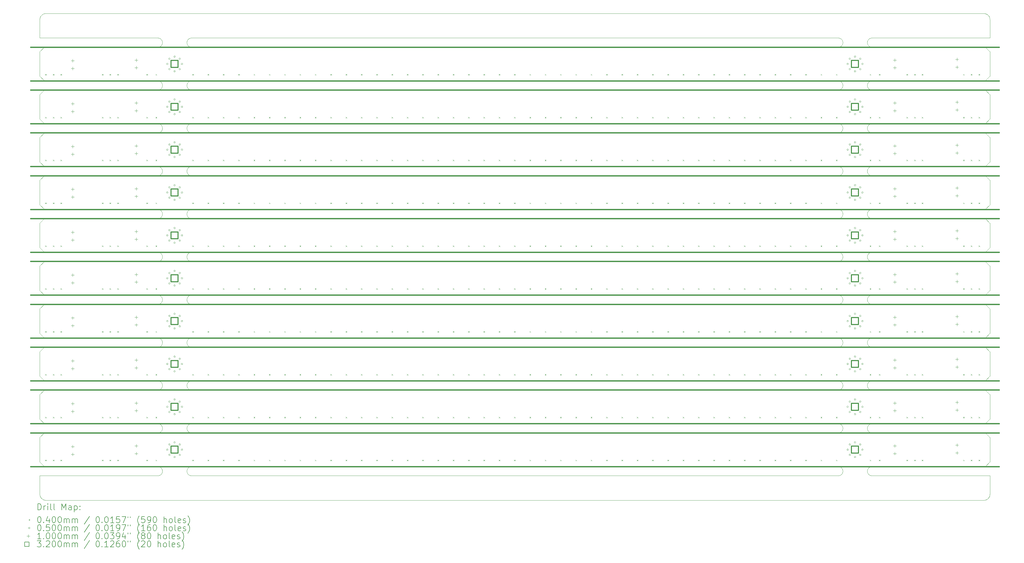
<source format=gbr>
%TF.GenerationSoftware,KiCad,Pcbnew,(6.0.7)*%
%TF.CreationDate,2023-02-06T13:38:02+00:00*%
%TF.ProjectId,Dayspring_P,44617973-7072-4696-9e67-5f502e6b6963,rev?*%
%TF.SameCoordinates,Original*%
%TF.FileFunction,Drillmap*%
%TF.FilePolarity,Positive*%
%FSLAX45Y45*%
G04 Gerber Fmt 4.5, Leading zero omitted, Abs format (unit mm)*
G04 Created by KiCad (PCBNEW (6.0.7)) date 2023-02-06 13:38:02*
%MOMM*%
%LPD*%
G01*
G04 APERTURE LIST*
%ADD10C,0.100000*%
%ADD11C,0.400000*%
%ADD12C,0.200000*%
%ADD13C,0.040000*%
%ADD14C,0.050000*%
%ADD15C,0.320000*%
G04 APERTURE END LIST*
D10*
X27633780Y-9325111D02*
X27639759Y-9329322D01*
X1516011Y-17278201D02*
X1523644Y-17294236D01*
X28634395Y-6799282D02*
X28627137Y-6798387D01*
X6412796Y-13504466D02*
X6419932Y-13502863D01*
X28605748Y-13506416D02*
X28612796Y-13504466D01*
X5439759Y-14929322D02*
X5445524Y-14933822D01*
X5498387Y-9472863D02*
X5497137Y-9480068D01*
X6441689Y-10999820D02*
X6434395Y-10999282D01*
X28566220Y-14925111D02*
X28572399Y-14921199D01*
X6302863Y-8019932D02*
X6304466Y-8012796D01*
X32499915Y-13349885D02*
X32499951Y-12550258D01*
X5495534Y-13687204D02*
X5493584Y-13694252D01*
X6348938Y-12361401D02*
X6343641Y-12356359D01*
X6329322Y-6560241D02*
X6333822Y-6554475D01*
X27666178Y-10754476D02*
X27670678Y-10760241D01*
X28619932Y-10997137D02*
X28612796Y-10995534D01*
X5433780Y-12125111D02*
X5439759Y-12129322D01*
X27700000Y-2449012D02*
X27699820Y-2458311D01*
X5380068Y-15197137D02*
X5372863Y-15198387D01*
X27674889Y-12333780D02*
X27670678Y-12339759D01*
D11*
X1200000Y-4000000D02*
X32800000Y-4000000D01*
D10*
X6372399Y-2321199D02*
X6378762Y-2317594D01*
X5495534Y-15087204D02*
X5493584Y-15094252D01*
X1501302Y-5548698D02*
X1500085Y-5550115D01*
X28619932Y-16302863D02*
X28627137Y-16301613D01*
X1650404Y-6800035D02*
X1649813Y-6800246D01*
X27594252Y-12393584D02*
X27587204Y-12395534D01*
X1504290Y-1659196D02*
X1503573Y-1662803D01*
X6306416Y-9494252D02*
X6304466Y-9487204D01*
X5350988Y-4000000D02*
X1650404Y-4000035D01*
X28521199Y-16372399D02*
X28525111Y-16366220D01*
X28578762Y-2582406D02*
X28572399Y-2578801D01*
X28501613Y-8072863D02*
X28500718Y-8065604D01*
X32499199Y-16600044D02*
X28649012Y-16600000D01*
X32349838Y-9600071D02*
X28649012Y-9600000D01*
X6398803Y-3991290D02*
X6391980Y-3988658D01*
X27587204Y-7904466D02*
X27594252Y-7906416D01*
X6304466Y-2412796D02*
X6306416Y-2405748D01*
X28619932Y-12397137D02*
X28612796Y-12395534D01*
X27627601Y-2578801D02*
X27621238Y-2582406D01*
X32351302Y-9298698D02*
X32499858Y-9150021D01*
X5372863Y-10998387D02*
X5365605Y-10999282D01*
X5491290Y-5301196D02*
X5488658Y-5308020D01*
X27698387Y-8027137D02*
X27699282Y-8034395D01*
X27639759Y-6770678D02*
X27633780Y-6774889D01*
X28554475Y-7933822D02*
X28560241Y-7929322D01*
X27699282Y-13634395D02*
X27699820Y-13641689D01*
X28521199Y-2372399D02*
X28525111Y-2366220D01*
X28619932Y-13797137D02*
X28612796Y-13795534D01*
X6314306Y-7985294D02*
X6317594Y-7978762D01*
X6354475Y-13766178D02*
X6348938Y-13761401D01*
X28525111Y-2366220D02*
X28529322Y-2360241D01*
X5498387Y-3872863D02*
X5497137Y-3880068D01*
X5500000Y-12249012D02*
X5499820Y-12258311D01*
X5478801Y-3772399D02*
X5482406Y-3778762D01*
X5439759Y-12129322D02*
X5445524Y-12133822D01*
X27587204Y-3704466D02*
X27594252Y-3706416D01*
X27627601Y-6521199D02*
X27633780Y-6525111D01*
X5499820Y-15058311D02*
X5499282Y-15065604D01*
X28508710Y-6701196D02*
X28506416Y-6694252D01*
X32498698Y-2748698D02*
X32350147Y-2600217D01*
X27550988Y-15200000D02*
X6449012Y-15200000D01*
X28619932Y-14902863D02*
X28627137Y-14901613D01*
X5414706Y-6785694D02*
X5408020Y-6788658D01*
X27685694Y-3785294D02*
X27688658Y-3791980D01*
X6366220Y-12374889D02*
X6360241Y-12370678D01*
X27550988Y-3700000D02*
X27558311Y-3700180D01*
X6378762Y-14917594D02*
X6385294Y-14914306D01*
X27601196Y-5391290D02*
X27594252Y-5393584D01*
X5451062Y-8161401D02*
X5445524Y-8166178D01*
X28502863Y-13619932D02*
X28504466Y-13612796D01*
X6325111Y-6566220D02*
X6329322Y-6560241D01*
X27608020Y-12111342D02*
X27614705Y-12114306D01*
D11*
X1200000Y-12400000D02*
X32800000Y-12400000D01*
D10*
X27685694Y-9514706D02*
X27682406Y-9521238D01*
X1649813Y-9600246D02*
X1648698Y-9601302D01*
X32376497Y-1515257D02*
X32359790Y-1509232D01*
X5485694Y-14985294D02*
X5488658Y-14991980D01*
X6348938Y-6538598D02*
X6354475Y-6533822D01*
X28585294Y-2314306D02*
X28591980Y-2311342D01*
X1650162Y-5099929D02*
X5350988Y-5100000D01*
X6391980Y-14911342D02*
X6398803Y-14908710D01*
X6441689Y-12399820D02*
X6434395Y-12399282D01*
X1500246Y-7750187D02*
X1501302Y-7751302D01*
X27656359Y-8156359D02*
X27651062Y-8161401D01*
X6391980Y-10988658D02*
X6385294Y-10985694D01*
X32500000Y-2298159D02*
X32500000Y-1701841D01*
X6441689Y-2599820D02*
X6434395Y-2599282D01*
X6412796Y-3995534D02*
X6405748Y-3993584D01*
X5493584Y-10894252D02*
X5491290Y-10901196D01*
X6412796Y-12395534D02*
X6405748Y-12393584D01*
X5491290Y-6598803D02*
X5493584Y-6605748D01*
X6301613Y-8027137D02*
X6302863Y-8019932D01*
X6441689Y-5399820D02*
X6434395Y-5399282D01*
X27594252Y-13793584D02*
X27587204Y-13795534D01*
X27580068Y-3997137D02*
X27572863Y-3998387D01*
X5445524Y-10733822D02*
X5451062Y-10738599D01*
X1500246Y-11950187D02*
X1501302Y-11951302D01*
X28598803Y-5391290D02*
X28591980Y-5388658D01*
X28627137Y-14901613D02*
X28634395Y-14900718D01*
D11*
X1200000Y-3700000D02*
X32800000Y-3700000D01*
D10*
X6300180Y-9458311D02*
X6300000Y-9450988D01*
X28533822Y-2545524D02*
X28529322Y-2539759D01*
X28649012Y-15200000D02*
X28641689Y-15199820D01*
X28612796Y-2595534D02*
X28605748Y-2593584D01*
X5456359Y-6543641D02*
X5461401Y-6548938D01*
X5485694Y-2385294D02*
X5488658Y-2391980D01*
X28543641Y-2556359D02*
X28538598Y-2551062D01*
X28560241Y-5370678D02*
X28554475Y-5366178D01*
X6378762Y-7917594D02*
X6385294Y-7914306D01*
X6338598Y-5351062D02*
X6333822Y-5345524D01*
X27674889Y-5166220D02*
X27678801Y-5172399D01*
X1650162Y-10699929D02*
X5350988Y-10700000D01*
X5421238Y-2582406D02*
X5414706Y-2585694D01*
X5499282Y-6665604D02*
X5498387Y-6672863D01*
X6311342Y-2508020D02*
X6308710Y-2501196D01*
X6360241Y-3970678D02*
X6354475Y-3966178D01*
X5408020Y-8188658D02*
X5401196Y-8191290D01*
X28514306Y-13585294D02*
X28517594Y-13578762D01*
X28504466Y-3812796D02*
X28506416Y-3805748D01*
X6348938Y-16561401D02*
X6343641Y-16556359D01*
X6427137Y-7901613D02*
X6434395Y-7900718D01*
X27645524Y-3966178D02*
X27639759Y-3970678D01*
X6378762Y-2317594D02*
X6385294Y-2314306D01*
X27633780Y-3974889D02*
X27627601Y-3978801D01*
X6419932Y-12102863D02*
X6427137Y-12101613D01*
X27608020Y-13788658D02*
X27601196Y-13791290D01*
X27558311Y-6500180D02*
X27565604Y-6500718D01*
X6317594Y-3921238D02*
X6314306Y-3914705D01*
X5427601Y-3721199D02*
X5433780Y-3725111D01*
X27627601Y-6778801D02*
X27621238Y-6782406D01*
X5488658Y-9391980D02*
X5491290Y-9398804D01*
X27700000Y-15049012D02*
X27699820Y-15058311D01*
X27682406Y-8121238D02*
X27678801Y-8127601D01*
X28634395Y-8199282D02*
X28627137Y-8198387D01*
X27601196Y-15191290D02*
X27594252Y-15193584D01*
X28538598Y-15151062D02*
X28533822Y-15145524D01*
X5350988Y-12400000D02*
X1650404Y-12400035D01*
X5421238Y-16317594D02*
X5427601Y-16321199D01*
X6366220Y-6774889D02*
X6360241Y-6770678D01*
X27656359Y-2343641D02*
X27661401Y-2348938D01*
X28634395Y-10700718D02*
X28641689Y-10700180D01*
X28572399Y-9321199D02*
X28578762Y-9317594D01*
X5350988Y-3700000D02*
X5358311Y-3700180D01*
X28560241Y-10970678D02*
X28554475Y-10966178D01*
X28511342Y-13591980D02*
X28514306Y-13585294D01*
X28566220Y-8174889D02*
X28560241Y-8170678D01*
X1650306Y-16299958D02*
X1651841Y-16300000D01*
X5495534Y-12212796D02*
X5497137Y-12219932D01*
X32499754Y-5549813D02*
X32498698Y-5548698D01*
X27656359Y-2556359D02*
X27651062Y-2561401D01*
X27621238Y-2317594D02*
X27627601Y-2321199D01*
X28521199Y-13727601D02*
X28517594Y-13721238D01*
X28548938Y-5138599D02*
X28554475Y-5133822D01*
X6300718Y-13634395D02*
X6301613Y-13627137D01*
X28511342Y-6591980D02*
X28514306Y-6585294D01*
X6360241Y-7929322D02*
X6366220Y-7925111D01*
X5470678Y-15139759D02*
X5466178Y-15145524D01*
X27697137Y-12280068D02*
X27695534Y-12287204D01*
X5497137Y-3819932D02*
X5498387Y-3827137D01*
X5394252Y-10993584D02*
X5387204Y-10995534D01*
X27550988Y-16300000D02*
X27558311Y-16300180D01*
X5433780Y-10974889D02*
X5427601Y-10978801D01*
X6300180Y-6658311D02*
X6300000Y-6650988D01*
X5451062Y-12138598D02*
X5456359Y-12143641D01*
X27645524Y-13766178D02*
X27639759Y-13770678D01*
X27685694Y-7985294D02*
X27688658Y-7991980D01*
X5456359Y-15156359D02*
X5451062Y-15161401D01*
X32351302Y-7898698D02*
X32499835Y-7750064D01*
X28591980Y-7911342D02*
X28598803Y-7908710D01*
X28525111Y-16366220D02*
X28529322Y-16360241D01*
X28578762Y-12117594D02*
X28585294Y-12114306D01*
X6300180Y-10841689D02*
X6300718Y-10834395D01*
X27627601Y-3978801D02*
X27621238Y-3982406D01*
X6304466Y-12287204D02*
X6302863Y-12280068D01*
X6343641Y-14943641D02*
X6348938Y-14938598D01*
X5394252Y-2306416D02*
X5401196Y-2308710D01*
X27666178Y-6745524D02*
X27661401Y-6751062D01*
X28649012Y-12400000D02*
X28641689Y-12399820D01*
X1650162Y-7899929D02*
X5350988Y-7900000D01*
X28543641Y-13543641D02*
X28548938Y-13538598D01*
X5466178Y-13745524D02*
X5461401Y-13751062D01*
X32351284Y-5098715D02*
X32498698Y-4951302D01*
X27698387Y-3827137D02*
X27699282Y-3834395D01*
X27572863Y-13501613D02*
X27580068Y-13502863D01*
X27614705Y-3985694D02*
X27608020Y-3988658D01*
X28504466Y-8087204D02*
X28502863Y-8080068D01*
X27614705Y-5114306D02*
X27621238Y-5117594D01*
X27693584Y-12205748D02*
X27695534Y-12212796D01*
X5350988Y-5400000D02*
X1650404Y-5400035D01*
X27608020Y-2588658D02*
X27601196Y-2591290D01*
X28572399Y-9578801D02*
X28566220Y-9574889D01*
X28649012Y-13800000D02*
X28641689Y-13799820D01*
X5491290Y-6701196D02*
X5488658Y-6708020D01*
X5482406Y-8121238D02*
X5478801Y-8127601D01*
X28598803Y-16591290D02*
X28591980Y-16588658D01*
X27558311Y-6799820D02*
X27550988Y-6800000D01*
X28514306Y-6714705D02*
X28511342Y-6708020D01*
X5445524Y-6533822D02*
X5451062Y-6538598D01*
X27639759Y-5370678D02*
X27633780Y-5374889D01*
X1500049Y-4949742D02*
X1500246Y-4950187D01*
X28619932Y-2597137D02*
X28612796Y-2595534D01*
X6317594Y-13578762D02*
X6321199Y-13572399D01*
X28548938Y-8161401D02*
X28543641Y-8156359D01*
X5499282Y-13665604D02*
X5498387Y-13672863D01*
X32465197Y-17312593D02*
X32467240Y-17309535D01*
X27693584Y-6605748D02*
X27695534Y-6612796D01*
X27695534Y-2412796D02*
X27697137Y-2419932D01*
X28634395Y-2599282D02*
X28627137Y-2598387D01*
X27639759Y-8170678D02*
X27633780Y-8174889D01*
X5394252Y-15193584D02*
X5387204Y-15195534D01*
X32426831Y-17354582D02*
X32440057Y-17342658D01*
X28500000Y-15050988D02*
X28500180Y-15041689D01*
X28560241Y-13529322D02*
X28566220Y-13525111D01*
X27674889Y-9366220D02*
X27678801Y-9372399D01*
X6308710Y-12198803D02*
X6311342Y-12191980D01*
X6385294Y-10985694D02*
X6378762Y-10982406D01*
X27666178Y-13745524D02*
X27661401Y-13751062D01*
X5491290Y-9398804D02*
X5493584Y-9405748D01*
X5387204Y-3704466D02*
X5394252Y-3706416D01*
X27633780Y-12125111D02*
X27639759Y-12129322D01*
X6398803Y-16591290D02*
X6391980Y-16588658D01*
X27572863Y-2301613D02*
X27580068Y-2302863D01*
X5493584Y-3894252D02*
X5491290Y-3901196D01*
X1500246Y-10550187D02*
X1501302Y-10551302D01*
X6304466Y-9412796D02*
X6306416Y-9405748D01*
X27678801Y-6572399D02*
X27682406Y-6578762D01*
X27601196Y-12108710D02*
X27608020Y-12111342D01*
X5461401Y-9348938D02*
X5466178Y-9354476D01*
X5456359Y-10956359D02*
X5451062Y-10961401D01*
X6338598Y-13548938D02*
X6343641Y-13543641D01*
X32499951Y-13950258D02*
X32499754Y-13949813D01*
X28612796Y-8195534D02*
X28605748Y-8193584D01*
X6308710Y-2501196D02*
X6306416Y-2494252D01*
X5485694Y-12185294D02*
X5488658Y-12191980D01*
X6338598Y-2348938D02*
X6343641Y-2343641D01*
X27685694Y-9385294D02*
X27688658Y-9391980D01*
X28517594Y-5321238D02*
X28514306Y-5314706D01*
X6338598Y-12148938D02*
X6343641Y-12143641D01*
X6317594Y-5178762D02*
X6321199Y-5172399D01*
X32351302Y-12401302D02*
X32349838Y-12400071D01*
X1500000Y-15351841D02*
X1500049Y-16149742D01*
X5498387Y-10827137D02*
X5499282Y-10834395D01*
X5466178Y-7954475D02*
X5470678Y-7960241D01*
X5445524Y-5133822D02*
X5451062Y-5138599D01*
X5380068Y-7902863D02*
X5387204Y-7904466D01*
X6325111Y-3933780D02*
X6321199Y-3927601D01*
X27695534Y-8012796D02*
X27697137Y-8019932D01*
X6354475Y-10733822D02*
X6360241Y-10729322D01*
X27699282Y-9465605D02*
X27698387Y-9472863D01*
X28521199Y-5172399D02*
X28525111Y-5166220D01*
X28538598Y-16551062D02*
X28533822Y-16545524D01*
X5499820Y-10858311D02*
X5499282Y-10865605D01*
X28560241Y-13770678D02*
X28554475Y-13766178D01*
X27656359Y-10743641D02*
X27661401Y-10748938D01*
X27691290Y-12301196D02*
X27688658Y-12308020D01*
X6300180Y-12258311D02*
X6300000Y-12250988D01*
X27682406Y-6578762D02*
X27685694Y-6585294D01*
X28500180Y-8041689D02*
X28500718Y-8034395D01*
X28502863Y-8080068D02*
X28501613Y-8072863D01*
X6321199Y-2372399D02*
X6325111Y-2366220D01*
X32349885Y-3699915D02*
X32351302Y-3698698D01*
X28543641Y-10743641D02*
X28548938Y-10738599D01*
X5498387Y-2427137D02*
X5499282Y-2434395D01*
X28560241Y-6529322D02*
X28566220Y-6525111D01*
X27674889Y-10933780D02*
X27670678Y-10939759D01*
X6329322Y-16360241D02*
X6333822Y-16354475D01*
X27621238Y-13517594D02*
X27627601Y-13521199D01*
X6343641Y-6756359D02*
X6338598Y-6751062D01*
X28578762Y-5382406D02*
X28572399Y-5378801D01*
X28548938Y-6761401D02*
X28543641Y-6756359D01*
X6302863Y-5280068D02*
X6301613Y-5272863D01*
X5421238Y-7917594D02*
X5427601Y-7921199D01*
X5445524Y-7933822D02*
X5451062Y-7938598D01*
X5414706Y-12385694D02*
X5408020Y-12388658D01*
X28543641Y-9556359D02*
X28538598Y-9551062D01*
X32349596Y-13499965D02*
X32350187Y-13499754D01*
X5498387Y-13672863D02*
X5497137Y-13680068D01*
X5461401Y-10748938D02*
X5466178Y-10754476D01*
X27580068Y-6502863D02*
X27587204Y-6504466D01*
X5474889Y-16533780D02*
X5470678Y-16539759D01*
X28508710Y-9398804D02*
X28511342Y-9391980D01*
X5456359Y-14943641D02*
X5461401Y-14948938D01*
X28560241Y-16329322D02*
X28566220Y-16325111D01*
X5365605Y-9300718D02*
X5372863Y-9301613D01*
X27651062Y-9338599D02*
X27656359Y-9343641D01*
X5358311Y-2599820D02*
X5350988Y-2600000D01*
X27685694Y-10785294D02*
X27688658Y-10791980D01*
X32349694Y-2600042D02*
X32348159Y-2600000D01*
X27688658Y-15108020D02*
X27685694Y-15114705D01*
X5461401Y-7948938D02*
X5466178Y-7954475D01*
X27678801Y-6727601D02*
X27674889Y-6733780D01*
X5478801Y-3927601D02*
X5474889Y-3933780D01*
X5408020Y-9311342D02*
X5414706Y-9314306D01*
X27685694Y-13585294D02*
X27688658Y-13591980D01*
X27580068Y-2302863D02*
X27587204Y-2304466D01*
X6412796Y-2595534D02*
X6405748Y-2593584D01*
X28529322Y-3939759D02*
X28525111Y-3933780D01*
X5456359Y-7943641D02*
X5461401Y-7948938D01*
X27601196Y-14908710D02*
X27608020Y-14911342D01*
X6300718Y-15065604D02*
X6300180Y-15058311D01*
X27670678Y-12339759D02*
X27666178Y-12345524D01*
X5478801Y-7972399D02*
X5482406Y-7978762D01*
X28500718Y-3865604D02*
X28500180Y-3858311D01*
X6412796Y-7904466D02*
X6419932Y-7902863D01*
X6398803Y-8191290D02*
X6391980Y-8188658D01*
X28578762Y-3717594D02*
X28585294Y-3714306D01*
X5470678Y-12160241D02*
X5474889Y-12166220D01*
X5401196Y-5391290D02*
X5394252Y-5393584D01*
X28627137Y-9301613D02*
X28634395Y-9300718D01*
X32349596Y-6499965D02*
X32350187Y-6499754D01*
X6441689Y-14900180D02*
X6449012Y-14900000D01*
X28529322Y-7960241D02*
X28533822Y-7954475D01*
X28566220Y-12374889D02*
X28560241Y-12370678D01*
X5482406Y-12321238D02*
X5478801Y-12327601D01*
X28578762Y-14917594D02*
X28585294Y-14914306D01*
X6300180Y-8041689D02*
X6300718Y-8034395D01*
X27651062Y-14938598D02*
X27656359Y-14943641D01*
X28543641Y-10956359D02*
X28538598Y-10951062D01*
X1500049Y-11949742D02*
X1500246Y-11950187D01*
X27639759Y-9570678D02*
X27633780Y-9574889D01*
X6325111Y-9366220D02*
X6329322Y-9360241D01*
X5497137Y-9480068D02*
X5495534Y-9487204D01*
X6301613Y-6627137D02*
X6302863Y-6619932D01*
X6427137Y-2598387D02*
X6419932Y-2597137D01*
X6329322Y-13739759D02*
X6325111Y-13733780D01*
X28500718Y-13634395D02*
X28501613Y-13627137D01*
X6300180Y-15041689D02*
X6300718Y-15034395D01*
X27700000Y-6649012D02*
X27699820Y-6658311D01*
X27699820Y-6658311D02*
X27699282Y-6665604D01*
X1501302Y-6351302D02*
X1648698Y-6498698D01*
X28591980Y-8188658D02*
X28585294Y-8185694D01*
X27558311Y-5399820D02*
X27550988Y-5400000D01*
X27697137Y-6619932D02*
X27698387Y-6627137D01*
X27697137Y-16419932D02*
X27698387Y-16427137D01*
X27698387Y-16472863D02*
X27697137Y-16480068D01*
X5387204Y-10995534D02*
X5380068Y-10997137D01*
X5497137Y-2480068D02*
X5495534Y-2487204D01*
X1500120Y-8350023D02*
X1500000Y-8351841D01*
X5365605Y-5100718D02*
X5372863Y-5101613D01*
X28502863Y-9480068D02*
X28501613Y-9472863D01*
X28585294Y-3985694D02*
X28578762Y-3982406D01*
X28627137Y-6798387D02*
X28619932Y-6797137D01*
X6329322Y-10939759D02*
X6325111Y-10933780D01*
X28543641Y-2343641D02*
X28548938Y-2338599D01*
X32351302Y-13498698D02*
X32498698Y-13351302D01*
X27682406Y-10778762D02*
X27685694Y-10785294D01*
X27651062Y-12138598D02*
X27656359Y-12143641D01*
X28566220Y-6774889D02*
X28560241Y-6770678D01*
X28504466Y-6612796D02*
X28506416Y-6605748D01*
X6427137Y-9598387D02*
X6419932Y-9597137D01*
X5445524Y-9566178D02*
X5439759Y-9570678D01*
X5456359Y-2556359D02*
X5451062Y-2561401D01*
X28641689Y-2599820D02*
X28634395Y-2599282D01*
X5491290Y-10901196D02*
X5488658Y-10908020D01*
X27645524Y-13533822D02*
X27651062Y-13538598D01*
X5358311Y-5399820D02*
X5350988Y-5400000D01*
X28619932Y-5397137D02*
X28612796Y-5395534D01*
X6300180Y-2458311D02*
X6300000Y-2450988D01*
X28517594Y-5178762D02*
X28521199Y-5172399D01*
X27678801Y-13572399D02*
X27682406Y-13578762D01*
X5485694Y-7985294D02*
X5488658Y-7991980D01*
X5499282Y-10834395D02*
X5499820Y-10841689D01*
X27670678Y-7960241D02*
X27674889Y-7966220D01*
X28506416Y-8005748D02*
X28508710Y-7998803D01*
X5499282Y-16465604D02*
X5498387Y-16472863D01*
X6419932Y-16597137D02*
X6412796Y-16595534D01*
X28521199Y-9527601D02*
X28517594Y-9521238D01*
X28502863Y-10880068D02*
X28501613Y-10872863D01*
X5474889Y-8133780D02*
X5470678Y-8139759D01*
X28634395Y-3700718D02*
X28641689Y-3700180D01*
X28627137Y-13798387D02*
X28619932Y-13797137D01*
X5482406Y-16378762D02*
X5485694Y-16385294D01*
X5493584Y-12205748D02*
X5495534Y-12212796D01*
X27688658Y-5191980D02*
X27691290Y-5198804D01*
X6300718Y-5234395D02*
X6301613Y-5227137D01*
X5493584Y-6605748D02*
X5495534Y-6612796D01*
X6329322Y-12339759D02*
X6325111Y-12333780D01*
X5466178Y-16354475D02*
X5470678Y-16360241D01*
X27651062Y-8161401D02*
X27645524Y-8166178D01*
X28529322Y-14960241D02*
X28533822Y-14954475D01*
X5499820Y-16458311D02*
X5499282Y-16465604D01*
X27666178Y-14954475D02*
X27670678Y-14960241D01*
X6385294Y-10714306D02*
X6391980Y-10711342D01*
X6300718Y-12265604D02*
X6300180Y-12258311D01*
X28598803Y-2591290D02*
X28591980Y-2588658D01*
X5414706Y-5385694D02*
X5408020Y-5388658D01*
X5445524Y-12133822D02*
X5451062Y-12138598D01*
X27685694Y-2385294D02*
X27688658Y-2391980D01*
X6321199Y-9527601D02*
X6317594Y-9521238D01*
X28511342Y-6708020D02*
X28508710Y-6701196D01*
X5387204Y-8195534D02*
X5380068Y-8197137D01*
X32485396Y-17274803D02*
X32491352Y-17258020D01*
X27565604Y-6500718D02*
X27572863Y-6501613D01*
X6304466Y-16487204D02*
X6302863Y-16480068D01*
X28548938Y-16338598D02*
X28554475Y-16333822D01*
X27670678Y-9360241D02*
X27674889Y-9366220D01*
D11*
X1200000Y-10700000D02*
X32800000Y-10700000D01*
D10*
X5350988Y-8200000D02*
X1650404Y-8200035D01*
X32491352Y-17258020D02*
X32495710Y-17240804D01*
X1500164Y-11149936D02*
X1500000Y-11151841D01*
X28529322Y-9360241D02*
X28533822Y-9354476D01*
X1604142Y-1524562D02*
X1588891Y-1533757D01*
X27587204Y-15195534D02*
X27580068Y-15197137D01*
X6329322Y-2539759D02*
X6325111Y-2533780D01*
X27651062Y-3738598D02*
X27656359Y-3743641D01*
X1544301Y-1574600D02*
X1534803Y-1587407D01*
X27700000Y-9449012D02*
X27699820Y-9458311D01*
X28605748Y-5106416D02*
X28612796Y-5104466D01*
X27633780Y-6774889D02*
X27627601Y-6778801D01*
X6427137Y-6501613D02*
X6434395Y-6500718D01*
X5433780Y-8174889D02*
X5427601Y-8178801D01*
X1500102Y-14749931D02*
X1501302Y-14751302D01*
X28634395Y-9599282D02*
X28627137Y-9598387D01*
X6354475Y-3733822D02*
X6360241Y-3729322D01*
X28525111Y-9533780D02*
X28521199Y-9527601D01*
X6325111Y-2366220D02*
X6329322Y-2360241D01*
X27691290Y-3798803D02*
X27693584Y-3805748D01*
X28566220Y-13774889D02*
X28560241Y-13770678D01*
X5427601Y-5121199D02*
X5433780Y-5125111D01*
X5485694Y-8114705D02*
X5482406Y-8121238D01*
X5461401Y-13751062D02*
X5456359Y-13756359D01*
X5401196Y-12391290D02*
X5394252Y-12393584D01*
X1500246Y-6350187D02*
X1501302Y-6351302D01*
X28578762Y-6782406D02*
X28572399Y-6778801D01*
X32499894Y-2299385D02*
X32500000Y-2298159D01*
X6398803Y-3708710D02*
X6405748Y-3706416D01*
X5499820Y-12258311D02*
X5499282Y-12265604D01*
X5474889Y-2366220D02*
X5478801Y-2372399D01*
X28506416Y-9405748D02*
X28508710Y-9398804D01*
X27608020Y-3711342D02*
X27614705Y-3714306D01*
X28634395Y-15199282D02*
X28627137Y-15198387D01*
X28501613Y-16472863D02*
X28500718Y-16465604D01*
X1650115Y-14899915D02*
X5350988Y-14900000D01*
X5401196Y-13508710D02*
X5408020Y-13511342D01*
X5456359Y-13756359D02*
X5451062Y-13761401D01*
X27688658Y-12191980D02*
X27691290Y-12198803D01*
X6317594Y-3778762D02*
X6321199Y-3772399D01*
X27565604Y-16300718D02*
X27572863Y-16301613D01*
X27693584Y-3805748D02*
X27695534Y-3812796D01*
X6427137Y-16598387D02*
X6419932Y-16597137D01*
X28548938Y-7938598D02*
X28554475Y-7933822D01*
X1649813Y-12400246D02*
X1648698Y-12401302D01*
X28500718Y-10834395D02*
X28501613Y-10827137D01*
X32319623Y-1501011D02*
X32298159Y-1500000D01*
X1648698Y-8201302D02*
X1501302Y-8348698D01*
X5488658Y-12308020D02*
X5485694Y-12314705D01*
X6405748Y-13793584D02*
X6398803Y-13791290D01*
X28578762Y-13517594D02*
X28585294Y-13514306D01*
X5365605Y-15199282D02*
X5358311Y-15199820D01*
X5470678Y-2360241D02*
X5474889Y-2366220D01*
X6301613Y-2427137D02*
X6302863Y-2419932D01*
X5499282Y-13634395D02*
X5499820Y-13641689D01*
X6441689Y-13500180D02*
X6449012Y-13500000D01*
X27661401Y-10748938D02*
X27666178Y-10754476D01*
X5478801Y-14972399D02*
X5482406Y-14978762D01*
X27614705Y-12385694D02*
X27608020Y-12388658D01*
X28634395Y-3999282D02*
X28627137Y-3998387D01*
X27691290Y-15101196D02*
X27688658Y-15108020D01*
X6378762Y-9317594D02*
X6385294Y-9314306D01*
X6391980Y-16311342D02*
X6398803Y-16308710D01*
X27700000Y-5250988D02*
X27699820Y-5258311D01*
X27670678Y-2360241D02*
X27674889Y-2366220D01*
X27580068Y-3702863D02*
X27587204Y-3704466D01*
X28521199Y-6572399D02*
X28525111Y-6566220D01*
X28514306Y-15114705D02*
X28511342Y-15108020D01*
X27699282Y-16434395D02*
X27699820Y-16441689D01*
X27698387Y-5272863D02*
X27697137Y-5280068D01*
X27699282Y-5234395D02*
X27699820Y-5241689D01*
X5439759Y-2570678D02*
X5433780Y-2574889D01*
X1500246Y-4950187D02*
X1501302Y-4951302D01*
X6333822Y-13745524D02*
X6329322Y-13739759D01*
X5478801Y-12172399D02*
X5482406Y-12178762D01*
X32351302Y-5401302D02*
X32349838Y-5400071D01*
X27656359Y-13756359D02*
X27651062Y-13761401D01*
X28500180Y-5258311D02*
X28500000Y-5250988D01*
X5445524Y-3733822D02*
X5451062Y-3738598D01*
X5439759Y-5370678D02*
X5433780Y-5374889D01*
X28529322Y-10760241D02*
X28533822Y-10754476D01*
X28578762Y-5117594D02*
X28585294Y-5114306D01*
D11*
X1200000Y-6500000D02*
X32800000Y-6500000D01*
D10*
X5499820Y-3841689D02*
X5500000Y-3849012D01*
X5498387Y-15072863D02*
X5497137Y-15080068D01*
X5451062Y-12361401D02*
X5445524Y-12366178D01*
X28529322Y-15139759D02*
X28525111Y-15133780D01*
X27697137Y-15080068D02*
X27695534Y-15087204D01*
X28591980Y-6511342D02*
X28598803Y-6508710D01*
X6304466Y-2487204D02*
X6302863Y-2480068D01*
X6348938Y-13761401D02*
X6343641Y-13756359D01*
X5365605Y-3700718D02*
X5372863Y-3701613D01*
X6304466Y-8012796D02*
X6306416Y-8005748D01*
X28529322Y-13560241D02*
X28533822Y-13554475D01*
X1650404Y-8200035D02*
X1649813Y-8200246D01*
X28612796Y-14904466D02*
X28619932Y-14902863D01*
X6441689Y-7900180D02*
X6449012Y-7900000D01*
X6300718Y-3865604D02*
X6300180Y-3858311D01*
X5445524Y-2333822D02*
X5451062Y-2338599D01*
X28514306Y-6585294D02*
X28517594Y-6578762D01*
X5497137Y-13680068D02*
X5495534Y-13687204D01*
X27594252Y-7906416D02*
X27601196Y-7908710D01*
X27627601Y-5378801D02*
X27621238Y-5382406D01*
X5350988Y-5100000D02*
X5358311Y-5100180D01*
X27685694Y-13714705D02*
X27682406Y-13721238D01*
X6412796Y-5104466D02*
X6419932Y-5102863D01*
X5491290Y-5198804D02*
X5493584Y-5205748D01*
X5401196Y-9591290D02*
X5394252Y-9593584D01*
X28634395Y-7900718D02*
X28641689Y-7900180D01*
X5433780Y-5374889D02*
X5427601Y-5378801D01*
X6311342Y-12191980D02*
X6314306Y-12185294D01*
X6301613Y-3872863D02*
X6300718Y-3865604D01*
X5372863Y-16598387D02*
X5365605Y-16599282D01*
X6427137Y-2301613D02*
X6434395Y-2300718D01*
X6405748Y-16306416D02*
X6412796Y-16304466D01*
X28529322Y-6739759D02*
X28525111Y-6733780D01*
X27695534Y-6612796D02*
X27697137Y-6619932D01*
X6343641Y-2343641D02*
X6348938Y-2338599D01*
X5499282Y-12265604D02*
X5498387Y-12272863D01*
X28605748Y-9593584D02*
X28598803Y-9591290D01*
X6449012Y-12400000D02*
X6441689Y-12399820D01*
X27661401Y-13751062D02*
X27656359Y-13756359D01*
X27627601Y-3721199D02*
X27633780Y-3725111D01*
X5495534Y-10812796D02*
X5497137Y-10819932D01*
X5451062Y-13538598D02*
X5456359Y-13543641D01*
X32498698Y-12548698D02*
X32351302Y-12401302D01*
X27608020Y-10711342D02*
X27614705Y-10714306D01*
X5365605Y-8199282D02*
X5358311Y-8199820D01*
X6300180Y-16441689D02*
X6300718Y-16434395D01*
X27587204Y-12104466D02*
X27594252Y-12106416D01*
X6300718Y-10834395D02*
X6301613Y-10827137D01*
X27670678Y-6560241D02*
X27674889Y-6566220D01*
X6385294Y-5114306D02*
X6391980Y-5111342D01*
X5387204Y-6795534D02*
X5380068Y-6797137D01*
X6301613Y-9472863D02*
X6300718Y-9465605D01*
X6427137Y-10998387D02*
X6419932Y-10997137D01*
X6314306Y-3914705D02*
X6311342Y-3908020D01*
X5491290Y-13701196D02*
X5488658Y-13708020D01*
X6311342Y-15108020D02*
X6308710Y-15101196D01*
X32349596Y-12099965D02*
X32350187Y-12099754D01*
X32349596Y-16299965D02*
X32350187Y-16299754D01*
X32500000Y-16601841D02*
X32499894Y-16600615D01*
X28529322Y-5160241D02*
X28533822Y-5154476D01*
X6427137Y-12101613D02*
X6434395Y-12100718D01*
X32428243Y-1546634D02*
X32425400Y-1544301D01*
X27614705Y-13514306D02*
X27621238Y-13517594D01*
X28641689Y-8199820D02*
X28634395Y-8199282D01*
X6360241Y-10729322D02*
X6366220Y-10725111D01*
X5466178Y-2354476D02*
X5470678Y-2360241D01*
X5493584Y-12294252D02*
X5491290Y-12301196D01*
X28578762Y-12382406D02*
X28572399Y-12378801D01*
X6302863Y-15080068D02*
X6301613Y-15072863D01*
D11*
X1200000Y-13800000D02*
X32800000Y-13800000D01*
D10*
X28500180Y-2458311D02*
X28500000Y-2449012D01*
X28514306Y-9385294D02*
X28517594Y-9378762D01*
X27699282Y-6665604D02*
X27698387Y-6672863D01*
X6372399Y-15178801D02*
X6366220Y-15174889D01*
X6314306Y-6714705D02*
X6311342Y-6708020D01*
X27550988Y-11000000D02*
X6449012Y-11000000D01*
X5414706Y-5114306D02*
X5421238Y-5117594D01*
X5495534Y-2487204D02*
X5493584Y-2494252D01*
X5401196Y-16308710D02*
X5408020Y-16311342D01*
X27565604Y-7900718D02*
X27572863Y-7901613D01*
X27565604Y-16599282D02*
X27558311Y-16599820D01*
X28538598Y-6548938D02*
X28543641Y-6543641D01*
X5470678Y-13739759D02*
X5466178Y-13745524D01*
X6348938Y-9561401D02*
X6343641Y-9556359D01*
X32496427Y-17237197D02*
X32498989Y-17219623D01*
X28578762Y-13782406D02*
X28572399Y-13778801D01*
X28533822Y-7954475D02*
X28538598Y-7948938D01*
X32498698Y-10551302D02*
X32499879Y-10549977D01*
X5358311Y-16300180D02*
X5365605Y-16300718D01*
X27661401Y-5148938D02*
X27666178Y-5154476D01*
X28627137Y-5398387D02*
X28619932Y-5397137D01*
X28591980Y-16588658D02*
X28585294Y-16585694D01*
X1500246Y-16150187D02*
X1501302Y-16151302D01*
X1500106Y-16600615D02*
X1500000Y-16601841D01*
X27639759Y-13770678D02*
X27633780Y-13774889D01*
X28649012Y-16600000D02*
X28641689Y-16599820D01*
X27700000Y-3850988D02*
X27699820Y-3858311D01*
X28543641Y-6756359D02*
X28538598Y-6751062D01*
X6301613Y-5272863D02*
X6300718Y-5265605D01*
X28517594Y-6578762D02*
X28521199Y-6572399D01*
X27693584Y-12294252D02*
X27691290Y-12301196D01*
X5482406Y-9521238D02*
X5478801Y-9527601D01*
X6385294Y-14914306D02*
X6391980Y-14911342D01*
X28525111Y-6566220D02*
X28529322Y-6560241D01*
X27693584Y-16405748D02*
X27695534Y-16412796D01*
X1698186Y-1500089D02*
X1680377Y-1501011D01*
X6302863Y-16480068D02*
X6301613Y-16472863D01*
X27691290Y-8101196D02*
X27688658Y-8108020D01*
X6306416Y-16494252D02*
X6304466Y-16487204D01*
X32359790Y-1509232D02*
X32356271Y-1508165D01*
X28627137Y-5101613D02*
X28634395Y-5100718D01*
X28612796Y-7904466D02*
X28619932Y-7902863D01*
X27688658Y-14991980D02*
X27691290Y-14998803D01*
X27682406Y-13721238D02*
X27678801Y-13727601D01*
X27693584Y-13694252D02*
X27691290Y-13701196D01*
X27633780Y-2325111D02*
X27639759Y-2329322D01*
X5350988Y-9300000D02*
X5358311Y-9300180D01*
X6348938Y-7938598D02*
X6354475Y-7933822D01*
X32378201Y-17383989D02*
X32394279Y-17376333D01*
X6391980Y-9588658D02*
X6385294Y-9585694D01*
X6306416Y-12205748D02*
X6308710Y-12198803D01*
X28521199Y-15127601D02*
X28517594Y-15121238D01*
X5466178Y-13554475D02*
X5470678Y-13560241D01*
X5350988Y-16300000D02*
X5358311Y-16300180D01*
X1501302Y-13948698D02*
X1500246Y-13949813D01*
X5466178Y-15145524D02*
X5461401Y-15151062D01*
X28585294Y-10985694D02*
X28578762Y-10982406D01*
X27699820Y-15058311D02*
X27699282Y-15065604D01*
X6314306Y-10785294D02*
X6317594Y-10778762D01*
X28591980Y-10988658D02*
X28585294Y-10985694D01*
X28538598Y-13548938D02*
X28543641Y-13543641D01*
X27621238Y-5117594D02*
X27627601Y-5121199D01*
X5439759Y-5129322D02*
X5445524Y-5133822D01*
X32339033Y-17396108D02*
X32358020Y-17391352D01*
X32498698Y-11951302D02*
X32499898Y-11949931D01*
X27614705Y-5385694D02*
X27608020Y-5388658D01*
X32499958Y-6349694D02*
X32500000Y-6348159D01*
X27645524Y-2333822D02*
X27651062Y-2338599D01*
X5482406Y-10921238D02*
X5478801Y-10927601D01*
X27678801Y-2372399D02*
X27682406Y-2378762D01*
X6300718Y-15034395D02*
X6301613Y-15027137D01*
X5499820Y-13658311D02*
X5499282Y-13665604D01*
X27661401Y-2551062D02*
X27656359Y-2556359D01*
X28560241Y-9570678D02*
X28554475Y-9566178D01*
X28572399Y-13521199D02*
X28578762Y-13517594D01*
X5394252Y-5106416D02*
X5401196Y-5108710D01*
X6419932Y-5102863D02*
X6427137Y-5101613D01*
X5461401Y-5351062D02*
X5456359Y-5356359D01*
X5350988Y-13500000D02*
X5358311Y-13500180D01*
X28548938Y-13538598D02*
X28554475Y-13533822D01*
X6308710Y-16398803D02*
X6311342Y-16391980D01*
X1648698Y-11001302D02*
X1500164Y-11149936D01*
X5408020Y-12388658D02*
X5401196Y-12391290D01*
X5485694Y-6714705D02*
X5482406Y-6721238D01*
X5485694Y-5185294D02*
X5488658Y-5191980D01*
X1659196Y-17395710D02*
X1662803Y-17396427D01*
X6314306Y-16385294D02*
X6317594Y-16378762D01*
X6385294Y-12385694D02*
X6378762Y-12382406D01*
X28605748Y-12393584D02*
X28598803Y-12391290D01*
X28506416Y-8094252D02*
X28504466Y-8087204D01*
X6378762Y-5382406D02*
X6372399Y-5378801D01*
X6372399Y-13778801D02*
X6366220Y-13774889D01*
X6378762Y-12117594D02*
X6385294Y-12114306D01*
X5493584Y-13694252D02*
X5491290Y-13701196D01*
X28521199Y-10772399D02*
X28525111Y-10766220D01*
X27678801Y-12327601D02*
X27674889Y-12333780D01*
X6321199Y-16527601D02*
X6317594Y-16521238D01*
X6317594Y-6578762D02*
X6321199Y-6572399D01*
X5491290Y-16501196D02*
X5488658Y-16508020D01*
X6449012Y-14900000D02*
X27550988Y-14900000D01*
X28508710Y-2398804D02*
X28511342Y-2391980D01*
X32351302Y-3698698D02*
X32498698Y-3551302D01*
X5421238Y-16582406D02*
X5414706Y-16585694D01*
X28585294Y-12114306D02*
X28591980Y-12111342D01*
X6378762Y-10717594D02*
X6385294Y-10714306D01*
X6300718Y-6665604D02*
X6300180Y-6658311D01*
X5427601Y-3978801D02*
X5421238Y-3982406D01*
X5482406Y-2521238D02*
X5478801Y-2527601D01*
X5456359Y-5143641D02*
X5461401Y-5148938D01*
X27698387Y-5227137D02*
X27699282Y-5234395D01*
X5491290Y-15101196D02*
X5488658Y-15108020D01*
X27666178Y-5154476D02*
X27670678Y-5160241D01*
X1514604Y-17274803D02*
X1516011Y-17278201D01*
X28627137Y-12101613D02*
X28634395Y-12100718D01*
X28591980Y-12388658D02*
X28585294Y-12385694D01*
X27699820Y-3858311D02*
X27699282Y-3865604D01*
X32485396Y-1625196D02*
X32483989Y-1621799D01*
X27633780Y-13525111D02*
X27639759Y-13529322D01*
X6449012Y-16600000D02*
X6441689Y-16599820D01*
X5387204Y-16304466D02*
X5394252Y-16306416D01*
X28506416Y-10805748D02*
X28508710Y-10798804D01*
X6306416Y-9405748D02*
X6308710Y-9398804D01*
X5498387Y-5227137D02*
X5499282Y-5234395D01*
X27698387Y-9472863D02*
X27697137Y-9480068D01*
X27698387Y-3872863D02*
X27697137Y-3880068D01*
X27565604Y-14900718D02*
X27572863Y-14901613D01*
X27580068Y-15197137D02*
X27572863Y-15198387D01*
X28504466Y-3887204D02*
X28502863Y-3880068D01*
X5380068Y-2597137D02*
X5372863Y-2598387D01*
X6449012Y-12100000D02*
X27550988Y-12100000D01*
X27691290Y-2501196D02*
X27688658Y-2508020D01*
X6412796Y-13795534D02*
X6405748Y-13793584D01*
X5433780Y-9325111D02*
X5439759Y-9329322D01*
X32340804Y-1504290D02*
X32337197Y-1503573D01*
X5372863Y-6501613D02*
X5380068Y-6502863D01*
X32411109Y-1533757D02*
X32395858Y-1524562D01*
X6338598Y-3951062D02*
X6333822Y-3945524D01*
X5414706Y-15185694D02*
X5408020Y-15188658D01*
X27678801Y-12172399D02*
X27682406Y-12178762D01*
X5485694Y-16514705D02*
X5482406Y-16521238D01*
X27699820Y-5258311D02*
X27699282Y-5265605D01*
X28500000Y-8050988D02*
X28500180Y-8041689D01*
X27601196Y-6508710D02*
X27608020Y-6511342D01*
X28619932Y-7902863D02*
X28627137Y-7901613D01*
X6311342Y-5308020D02*
X6308710Y-5301196D01*
X5493584Y-5205748D02*
X5495534Y-5212796D01*
X1650404Y-2600035D02*
X1649813Y-2600246D01*
X1523644Y-1605764D02*
X1515275Y-1623458D01*
X1574600Y-17355699D02*
X1588932Y-17366270D01*
X27645524Y-9566178D02*
X27639759Y-9570678D01*
X1500000Y-16601841D02*
X1500000Y-17198159D01*
X28548938Y-2338599D02*
X28554475Y-2333822D01*
X28500718Y-3834395D02*
X28501613Y-3827137D01*
X32499951Y-8350258D02*
X32499754Y-8349813D01*
X28500718Y-16434395D02*
X28501613Y-16427137D01*
X28504466Y-10887204D02*
X28502863Y-10880068D01*
X32496108Y-1660967D02*
X32491835Y-1643729D01*
X28521199Y-13572399D02*
X28525111Y-13566220D01*
X32499898Y-11949931D02*
X32500000Y-11948159D01*
X27594252Y-8193584D02*
X27587204Y-8195534D01*
X27645524Y-7933822D02*
X27651062Y-7938598D01*
X6317594Y-8121238D02*
X6314306Y-8114705D01*
X32499929Y-14749838D02*
X32499951Y-13950258D01*
X6343641Y-12356359D02*
X6338598Y-12351062D01*
X27601196Y-6791290D02*
X27594252Y-6793584D01*
X28508710Y-16398803D02*
X28511342Y-16391980D01*
X27699820Y-12241689D02*
X27700000Y-12249012D01*
X27685694Y-12314705D02*
X27682406Y-12321238D01*
X27594252Y-3706416D02*
X27601196Y-3708710D01*
X28511342Y-3908020D02*
X28508710Y-3901196D01*
X28500718Y-12265604D02*
X28500180Y-12258311D01*
X27608020Y-16588658D02*
X27601196Y-16591290D01*
X5498387Y-9427137D02*
X5499282Y-9434395D01*
X6308710Y-15101196D02*
X6306416Y-15094252D01*
X28511342Y-14991980D02*
X28514306Y-14985294D01*
X6419932Y-15197137D02*
X6412796Y-15195534D01*
X28585294Y-14914306D02*
X28591980Y-14911342D01*
X27645524Y-14933822D02*
X27651062Y-14938598D01*
X5408020Y-2311342D02*
X5414706Y-2314306D01*
X28504466Y-5287204D02*
X28502863Y-5280068D01*
X28578762Y-16317594D02*
X28585294Y-16314306D01*
X6391980Y-10711342D02*
X6398803Y-10708710D01*
X28504466Y-8012796D02*
X28506416Y-8005748D01*
X6343641Y-9556359D02*
X6338598Y-9551062D01*
X6372399Y-13521199D02*
X6378762Y-13517594D01*
X28501613Y-3872863D02*
X28500718Y-3865604D01*
X5408020Y-16588658D02*
X5401196Y-16591290D01*
X5474889Y-10933780D02*
X5470678Y-10939759D01*
X27627601Y-5121199D02*
X27633780Y-5125111D01*
X6419932Y-16302863D02*
X6427137Y-16301613D01*
X6338598Y-14948938D02*
X6343641Y-14943641D01*
X6366220Y-16325111D02*
X6372399Y-16321199D01*
X6405748Y-2306416D02*
X6412796Y-2304466D01*
X27699282Y-9434395D02*
X27699820Y-9441689D01*
X28572399Y-2321199D02*
X28578762Y-2317594D01*
X5466178Y-6745524D02*
X5461401Y-6751062D01*
X28504466Y-10812796D02*
X28506416Y-10805748D01*
X27639759Y-3970678D02*
X27633780Y-3974889D01*
X5482406Y-13721238D02*
X5478801Y-13727601D01*
X5358311Y-12399820D02*
X5350988Y-12400000D01*
X5365605Y-2300718D02*
X5372863Y-2301613D01*
X6314306Y-14985294D02*
X6317594Y-14978762D01*
X27685694Y-14985294D02*
X27688658Y-14991980D01*
X5499820Y-16441689D02*
X5500000Y-16450988D01*
X28572399Y-12121199D02*
X28578762Y-12117594D01*
X5427601Y-6521199D02*
X5433780Y-6525111D01*
X6360241Y-2329322D02*
X6366220Y-2325111D01*
X6434395Y-13500718D02*
X6441689Y-13500180D01*
X5470678Y-7960241D02*
X5474889Y-7966220D01*
X5499820Y-8058311D02*
X5499282Y-8065604D01*
X27666178Y-3754475D02*
X27670678Y-3760241D01*
X5414706Y-9314306D02*
X5421238Y-9317594D01*
X32499894Y-16600615D02*
X32499633Y-16600263D01*
X6385294Y-15185694D02*
X6378762Y-15182406D01*
X6333822Y-8145524D02*
X6329322Y-8139759D01*
X6434395Y-8199282D02*
X6427137Y-8198387D01*
X6354475Y-15166178D02*
X6348938Y-15161401D01*
X5421238Y-5382406D02*
X5414706Y-5385694D01*
X6321199Y-7972399D02*
X6325111Y-7966220D01*
X28504466Y-9412796D02*
X28506416Y-9405748D01*
X27608020Y-6788658D02*
X27601196Y-6791290D01*
X27572863Y-7901613D02*
X27580068Y-7902863D01*
D11*
X1200000Y-6800000D02*
X32800000Y-6800000D01*
D10*
X28649012Y-10700000D02*
X32349596Y-10699965D01*
X27639759Y-6529322D02*
X27645524Y-6533822D01*
X5414706Y-13785694D02*
X5408020Y-13788658D01*
X28634395Y-6500718D02*
X28641689Y-6500180D01*
X27661401Y-7948938D02*
X27666178Y-7954475D01*
X27666178Y-16354475D02*
X27670678Y-16360241D01*
X5491290Y-8101196D02*
X5488658Y-8108020D01*
X27580068Y-12102863D02*
X27587204Y-12104466D01*
X5380068Y-13502863D02*
X5387204Y-13504466D01*
X5474889Y-15133780D02*
X5470678Y-15139759D01*
X28619932Y-13502863D02*
X28627137Y-13501613D01*
X5427601Y-13521199D02*
X5433780Y-13525111D01*
X28641689Y-3700180D02*
X28649012Y-3700000D01*
X5414706Y-16585694D02*
X5408020Y-16588658D01*
X6348938Y-14938598D02*
X6354475Y-14933822D01*
X28560241Y-12370678D02*
X28554475Y-12366178D01*
X28501613Y-13627137D02*
X28502863Y-13619932D01*
X28649012Y-8200000D02*
X28641689Y-8199820D01*
X27614705Y-3714306D02*
X27621238Y-3717594D01*
X28560241Y-6770678D02*
X28554475Y-6766178D01*
X6302863Y-9480068D02*
X6301613Y-9472863D01*
X27558311Y-16300180D02*
X27565604Y-16300718D01*
X27661401Y-3748938D02*
X27666178Y-3754475D01*
X27695534Y-12287204D02*
X27693584Y-12294252D01*
X5421238Y-12382406D02*
X5414706Y-12385694D01*
X6348938Y-3738598D02*
X6354475Y-3733822D01*
X5495534Y-9412796D02*
X5497137Y-9419932D01*
X6321199Y-5327601D02*
X6317594Y-5321238D01*
X5488658Y-2391980D02*
X5491290Y-2398804D01*
X28500180Y-9458311D02*
X28500000Y-9450988D01*
X27656359Y-5356359D02*
X27651062Y-5361401D01*
X6372399Y-10978801D02*
X6366220Y-10974889D01*
X27666178Y-3945524D02*
X27661401Y-3951062D01*
X28598803Y-10991290D02*
X28591980Y-10988658D01*
X6311342Y-6708020D02*
X6308710Y-6701196D01*
X27674889Y-3766220D02*
X27678801Y-3772399D01*
X6372399Y-2578801D02*
X6366220Y-2574889D01*
X5394252Y-10706416D02*
X5401196Y-10708710D01*
X6405748Y-14906416D02*
X6412796Y-14904466D01*
X28538598Y-8151062D02*
X28533822Y-8145524D01*
X6366220Y-13774889D02*
X6360241Y-13770678D01*
X6434395Y-12399282D02*
X6427137Y-12398387D01*
X6419932Y-7902863D02*
X6427137Y-7901613D01*
X27572863Y-3998387D02*
X27565604Y-3999282D01*
X27594252Y-16306416D02*
X27601196Y-16308710D01*
X27587204Y-13795534D02*
X27580068Y-13797137D01*
X6314306Y-5314706D02*
X6311342Y-5308020D01*
X6329322Y-10760241D02*
X6333822Y-10754476D01*
X5387204Y-6504466D02*
X5394252Y-6506416D01*
X5439759Y-16329322D02*
X5445524Y-16333822D01*
X6302863Y-10819932D02*
X6304466Y-10812796D01*
X6338598Y-16551062D02*
X6333822Y-16545524D01*
X27674889Y-13566220D02*
X27678801Y-13572399D01*
X27693584Y-15005748D02*
X27695534Y-15012796D01*
X28543641Y-3743641D02*
X28548938Y-3738598D01*
X1649813Y-5400246D02*
X1648698Y-5401302D01*
X28521199Y-6727601D02*
X28517594Y-6721238D01*
X27682406Y-3778762D02*
X27685694Y-3785294D01*
X5433780Y-16325111D02*
X5439759Y-16329322D01*
X32349596Y-7899965D02*
X32350187Y-7899754D01*
X6385294Y-8185694D02*
X6378762Y-8182406D01*
X5372863Y-2598387D02*
X5365605Y-2599282D01*
X6321199Y-10927601D02*
X6317594Y-10921238D01*
X5499282Y-3834395D02*
X5499820Y-3841689D01*
X28533822Y-12345524D02*
X28529322Y-12339759D01*
X5408020Y-3711342D02*
X5414706Y-3714306D01*
X6372399Y-3721199D02*
X6378762Y-3717594D01*
X6434395Y-5399282D02*
X6427137Y-5398387D01*
X6441689Y-5100180D02*
X6449012Y-5100000D01*
X28591980Y-3988658D02*
X28585294Y-3985694D01*
X28538598Y-2551062D02*
X28533822Y-2545524D01*
X32349885Y-4000085D02*
X28649012Y-4000000D01*
X5497137Y-12219932D02*
X5498387Y-12227137D01*
X5394252Y-6506416D02*
X5401196Y-6508710D01*
X28548938Y-9338599D02*
X28554475Y-9333822D01*
X28548938Y-13761401D02*
X28543641Y-13756359D01*
X28543641Y-6543641D02*
X28548938Y-6538598D01*
X5461401Y-3748938D02*
X5466178Y-3754475D01*
X28605748Y-12106416D02*
X28612796Y-12104466D01*
X28533822Y-16545524D02*
X28529322Y-16539759D01*
X32498698Y-9748698D02*
X32351302Y-9601302D01*
X28538598Y-10951062D02*
X28533822Y-10945524D01*
X28566220Y-5374889D02*
X28560241Y-5370678D01*
X5495534Y-2412796D02*
X5497137Y-2419932D01*
X28605748Y-6793584D02*
X28598803Y-6791290D01*
X5493584Y-2494252D02*
X5491290Y-2501196D01*
X6449012Y-8200000D02*
X6441689Y-8199820D01*
X28504466Y-2412796D02*
X28506416Y-2405748D01*
X27693584Y-2494252D02*
X27691290Y-2501196D01*
X27674889Y-13733780D02*
X27670678Y-13739759D01*
X28514306Y-8114705D02*
X28511342Y-8108020D01*
X28538598Y-5351062D02*
X28533822Y-5345524D01*
X27580068Y-9597137D02*
X27572863Y-9598387D01*
X27699820Y-13641689D02*
X27700000Y-13650988D01*
X27695534Y-9412796D02*
X27697137Y-9419932D01*
X28508710Y-10901196D02*
X28506416Y-10894252D01*
X6434395Y-2599282D02*
X6427137Y-2598387D01*
X28511342Y-10908020D02*
X28508710Y-10901196D01*
X28554475Y-5366178D02*
X28548938Y-5361401D01*
X27688658Y-6591980D02*
X27691290Y-6598803D01*
X28598803Y-2308710D02*
X28605748Y-2306416D01*
X5358311Y-3999820D02*
X5350988Y-4000000D01*
X6378762Y-12382406D02*
X6372399Y-12378801D01*
X27594252Y-2593584D02*
X27587204Y-2595534D01*
X6441689Y-13799820D02*
X6434395Y-13799282D01*
X28649012Y-3700000D02*
X32349885Y-3699915D01*
X5414706Y-3714306D02*
X5421238Y-3717594D01*
X6333822Y-12154475D02*
X6338598Y-12148938D01*
X5387204Y-14904466D02*
X5394252Y-14906416D01*
X6317594Y-12178762D02*
X6321199Y-12172399D01*
X5499282Y-5265605D02*
X5498387Y-5272863D01*
X5470678Y-14960241D02*
X5474889Y-14966220D01*
X27621238Y-10717594D02*
X27627601Y-10721199D01*
X1500049Y-6349742D02*
X1500246Y-6350187D01*
X5499820Y-8041689D02*
X5500000Y-8049012D01*
X5474889Y-16366220D02*
X5478801Y-16372399D01*
X6360241Y-16329322D02*
X6366220Y-16325111D01*
X28501613Y-13672863D02*
X28500718Y-13665604D01*
X1649813Y-11000246D02*
X1648698Y-11001302D01*
X5433780Y-15174889D02*
X5427601Y-15178801D01*
X6301613Y-6672863D02*
X6300718Y-6665604D01*
X28543641Y-15156359D02*
X28538598Y-15151062D01*
X28572399Y-8178801D02*
X28566220Y-8174889D01*
X5380068Y-6797137D02*
X5372863Y-6798387D01*
X6360241Y-13529322D02*
X6366220Y-13525111D01*
X28627137Y-2598387D02*
X28619932Y-2597137D01*
X28566220Y-3974889D02*
X28560241Y-3970678D01*
X28538598Y-14948938D02*
X28543641Y-14943641D01*
X28627137Y-7901613D02*
X28634395Y-7900718D01*
X5497137Y-9419932D02*
X5498387Y-9427137D01*
X5500000Y-15049012D02*
X5499820Y-15058311D01*
X5427601Y-10721199D02*
X5433780Y-10725111D01*
X27682406Y-2521238D02*
X27678801Y-2527601D01*
X1501302Y-4148698D02*
X1500071Y-4150162D01*
X27697137Y-2419932D02*
X27698387Y-2427137D01*
X1648698Y-9601302D02*
X1500141Y-9749979D01*
X28511342Y-13708020D02*
X28508710Y-13701196D01*
X28506416Y-15094252D02*
X28504466Y-15087204D01*
X27639759Y-3729322D02*
X27645524Y-3733822D01*
X27601196Y-2308710D02*
X27608020Y-2311342D01*
X27691290Y-5301196D02*
X27688658Y-5308020D01*
X5456359Y-12143641D02*
X5461401Y-12148938D01*
X27558311Y-3700180D02*
X27565604Y-3700718D01*
X5372863Y-16301613D02*
X5380068Y-16302863D01*
X5478801Y-13572399D02*
X5482406Y-13578762D01*
X27697137Y-12219932D02*
X27698387Y-12227137D01*
X28500180Y-16441689D02*
X28500718Y-16434395D01*
X32499910Y-17201814D02*
X32500000Y-16601841D01*
X6441689Y-2300180D02*
X6449012Y-2300000D01*
X5482406Y-16521238D02*
X5478801Y-16527601D01*
X28508710Y-12198803D02*
X28511342Y-12191980D01*
X28517594Y-3921238D02*
X28514306Y-3914705D01*
X5495534Y-15012796D02*
X5497137Y-15019932D01*
X27587204Y-9304466D02*
X27594252Y-9306416D01*
X6333822Y-3945524D02*
X6329322Y-3939759D01*
X32350187Y-13499754D02*
X32351302Y-13498698D01*
X28572399Y-12378801D02*
X28566220Y-12374889D01*
X27695534Y-12212796D02*
X27697137Y-12219932D01*
X27627601Y-10978801D02*
X27621238Y-10982406D01*
X27565604Y-10999282D02*
X27558311Y-10999820D01*
X5439759Y-7929322D02*
X5445524Y-7933822D01*
X5365605Y-13500718D02*
X5372863Y-13501613D01*
X5414706Y-14914306D02*
X5421238Y-14917594D01*
X5387204Y-9595534D02*
X5380068Y-9597137D01*
X27627601Y-16578801D02*
X27621238Y-16582406D01*
X28529322Y-6560241D02*
X28533822Y-6554475D01*
X5470678Y-3939759D02*
X5466178Y-3945524D01*
X5365605Y-5399282D02*
X5358311Y-5399820D01*
X5499282Y-16434395D02*
X5499820Y-16441689D01*
X1500000Y-14748159D02*
X1500102Y-14749931D01*
X6302863Y-13680068D02*
X6301613Y-13672863D01*
D11*
X1200000Y-8200000D02*
X32800000Y-8200000D01*
D10*
X28502863Y-9419932D02*
X28504466Y-9412796D01*
X27580068Y-9302863D02*
X27587204Y-9304466D01*
X6378762Y-13517594D02*
X6385294Y-13514306D01*
X6366220Y-10974889D02*
X6360241Y-10970678D01*
X27587204Y-9595534D02*
X27580068Y-9597137D01*
X5491290Y-12198803D02*
X5493584Y-12205748D01*
X27699282Y-3834395D02*
X27699820Y-3841689D01*
X32350147Y-2600217D02*
X32349694Y-2600042D01*
X28502863Y-5280068D02*
X28501613Y-5272863D01*
X6314306Y-8114705D02*
X6311342Y-8108020D01*
X5498387Y-15027137D02*
X5499282Y-15034395D01*
X27666178Y-12345524D02*
X27661401Y-12351062D01*
X27698387Y-12227137D02*
X27699282Y-12234395D01*
X5421238Y-14917594D02*
X5427601Y-14921199D01*
X32454551Y-17326869D02*
X32465197Y-17312593D01*
X5451062Y-3961401D02*
X5445524Y-3966178D01*
X6449012Y-7900000D02*
X27550988Y-7900000D01*
X32500000Y-9148159D02*
X32499951Y-8350258D01*
X28511342Y-2508020D02*
X28508710Y-2501196D01*
X5421238Y-15182406D02*
X5414706Y-15185694D01*
X1500000Y-17198159D02*
X1500873Y-17217765D01*
X5488658Y-6591980D02*
X5491290Y-6598803D01*
X27558311Y-12100180D02*
X27565604Y-12100718D01*
X27697137Y-8080068D02*
X27695534Y-8087204D01*
X6302863Y-13619932D02*
X6304466Y-13612796D01*
X6300718Y-5265605D02*
X6300180Y-5258311D01*
X27594252Y-3993584D02*
X27587204Y-3995534D01*
X28500180Y-6641689D02*
X28500718Y-6634395D01*
X27688658Y-6708020D02*
X27685694Y-6714705D01*
X28525111Y-15133780D02*
X28521199Y-15127601D01*
X6321199Y-6572399D02*
X6325111Y-6566220D01*
X27695534Y-10812796D02*
X27697137Y-10819932D01*
X5421238Y-8182406D02*
X5414706Y-8185694D01*
X27691290Y-14998803D02*
X27693584Y-15005748D01*
X6311342Y-9391980D02*
X6314306Y-9385294D01*
X6434395Y-3700718D02*
X6441689Y-3700180D01*
X27614705Y-2585694D02*
X27608020Y-2588658D01*
X28538598Y-3951062D02*
X28533822Y-3945524D01*
X1588932Y-17366270D02*
X1604142Y-17375438D01*
X5493584Y-10805748D02*
X5495534Y-10812796D01*
X5358311Y-3700180D02*
X5365605Y-3700718D01*
X28500000Y-3850988D02*
X28500180Y-3841689D01*
X1500246Y-3550187D02*
X1501302Y-3551302D01*
X27674889Y-5333780D02*
X27670678Y-5339759D01*
X6391980Y-16588658D02*
X6385294Y-16585694D01*
X32499879Y-10549977D02*
X32500000Y-10548159D01*
X5482406Y-9378762D02*
X5485694Y-9385294D01*
X1607385Y-1522829D02*
X1604142Y-1524562D01*
X6325111Y-8133780D02*
X6321199Y-8127601D01*
X32395858Y-1524562D02*
X32392615Y-1522829D01*
X27691290Y-13598803D02*
X27693584Y-13605748D01*
X28548938Y-15161401D02*
X28543641Y-15156359D01*
X6325111Y-12333780D02*
X6321199Y-12327601D01*
X28566220Y-12125111D02*
X28572399Y-12121199D01*
X5466178Y-8145524D02*
X5461401Y-8151062D01*
X28504466Y-15087204D02*
X28502863Y-15080068D01*
X5372863Y-9598387D02*
X5365605Y-9599282D01*
X6321199Y-12172399D02*
X6325111Y-12166220D01*
X5414706Y-7914306D02*
X5421238Y-7917594D01*
X6419932Y-5397137D02*
X6412796Y-5395534D01*
X6343641Y-5356359D02*
X6338598Y-5351062D01*
X6300718Y-9465605D02*
X6300180Y-9458311D01*
X5451062Y-9561401D02*
X5445524Y-9566178D01*
X5427601Y-15178801D02*
X5421238Y-15182406D01*
X5427601Y-7921199D02*
X5433780Y-7925111D01*
X5499282Y-8034395D02*
X5499820Y-8041689D01*
X27674889Y-2366220D02*
X27678801Y-2372399D01*
X27682406Y-9378762D02*
X27685694Y-9385294D01*
X5401196Y-13791290D02*
X5394252Y-13793584D01*
X27601196Y-13508710D02*
X27608020Y-13511342D01*
X6333822Y-13554475D02*
X6338598Y-13548938D01*
X6427137Y-3701613D02*
X6434395Y-3700718D01*
X27685694Y-6585294D02*
X27688658Y-6591980D01*
X28605748Y-5393584D02*
X28598803Y-5391290D01*
X6325111Y-5166220D02*
X6329322Y-5160241D01*
X5470678Y-2539759D02*
X5466178Y-2545524D01*
X28506416Y-6605748D02*
X28508710Y-6598803D01*
X28508710Y-10798804D02*
X28511342Y-10791980D01*
X6300718Y-8034395D02*
X6301613Y-8027137D01*
X28511342Y-12308020D02*
X28508710Y-12301196D01*
X27698387Y-6672863D02*
X27697137Y-6680068D01*
X28504466Y-15012796D02*
X28506416Y-15005748D01*
X27608020Y-6511342D02*
X27614705Y-6514306D01*
X1625196Y-1514604D02*
X1621799Y-1516011D01*
X32499754Y-9749813D02*
X32498698Y-9748698D01*
X27550988Y-7900000D02*
X27558311Y-7900180D01*
X5380068Y-13797137D02*
X5372863Y-13798387D01*
X6306416Y-6694252D02*
X6304466Y-6687204D01*
X6343641Y-5143641D02*
X6348938Y-5138599D01*
X5427601Y-5378801D02*
X5421238Y-5382406D01*
X6449012Y-13500000D02*
X27550988Y-13500000D01*
X1500246Y-9150187D02*
X1501302Y-9151302D01*
X28572399Y-14921199D02*
X28578762Y-14917594D01*
X27656359Y-15156359D02*
X27651062Y-15161401D01*
X5439759Y-3729322D02*
X5445524Y-3733822D01*
X28612796Y-13795534D02*
X28605748Y-13793584D01*
X32349596Y-9299965D02*
X32350187Y-9299754D01*
X27550988Y-16600000D02*
X6449012Y-16600000D01*
X6449012Y-3700000D02*
X27550988Y-3700000D01*
X27572863Y-10998387D02*
X27565604Y-10999282D01*
X5380068Y-3702863D02*
X5387204Y-3704466D01*
X28511342Y-5191980D02*
X28514306Y-5185294D01*
X28517594Y-9378762D02*
X28521199Y-9372399D01*
X27670678Y-5339759D02*
X27666178Y-5345524D01*
X27693584Y-13605748D02*
X27695534Y-13612796D01*
X5474889Y-3933780D02*
X5470678Y-3939759D01*
X28521199Y-12327601D02*
X28517594Y-12321238D01*
X32498698Y-8348698D02*
X32351302Y-8201302D01*
X27558311Y-16599820D02*
X27550988Y-16600000D01*
X6300718Y-2465605D02*
X6300180Y-2458311D01*
X28572399Y-3721199D02*
X28578762Y-3717594D01*
X28641689Y-3999820D02*
X28634395Y-3999282D01*
X32351302Y-9601302D02*
X32349838Y-9600071D01*
X5439759Y-2329322D02*
X5445524Y-2333822D01*
X5493584Y-16494252D02*
X5491290Y-16501196D01*
X6385294Y-13785694D02*
X6378762Y-13782406D01*
X28554475Y-6766178D02*
X28548938Y-6761401D01*
X6427137Y-8198387D02*
X6419932Y-8197137D01*
X27558311Y-3999820D02*
X27550988Y-4000000D01*
X5401196Y-2308710D02*
X5408020Y-2311342D01*
X28619932Y-10702863D02*
X28627137Y-10701613D01*
X5365605Y-10999282D02*
X5358311Y-10999820D01*
X28511342Y-10791980D02*
X28514306Y-10785294D01*
X27621238Y-3717594D02*
X27627601Y-3721199D01*
X28641689Y-16599820D02*
X28634395Y-16599282D01*
X5394252Y-13506416D02*
X5401196Y-13508710D01*
X5414706Y-16314306D02*
X5421238Y-16317594D01*
X1501841Y-2300000D02*
X5350988Y-2300000D01*
X28504466Y-12287204D02*
X28502863Y-12280068D01*
X32499754Y-6350187D02*
X32499958Y-6349694D01*
X28500000Y-6650988D02*
X28500180Y-6641689D01*
X28514306Y-16385294D02*
X28517594Y-16378762D01*
X27639759Y-15170678D02*
X27633780Y-15174889D01*
X6348938Y-8161401D02*
X6343641Y-8156359D01*
X5427601Y-16321199D02*
X5433780Y-16325111D01*
X5466178Y-2545524D02*
X5461401Y-2551062D01*
X28560241Y-12129322D02*
X28566220Y-12125111D01*
X27580068Y-13797137D02*
X27572863Y-13798387D01*
X5439759Y-9570678D02*
X5433780Y-9574889D01*
X28627137Y-13501613D02*
X28634395Y-13500718D01*
X5495534Y-13612796D02*
X5497137Y-13619932D01*
X5408020Y-12111342D02*
X5414706Y-12114306D01*
X1573169Y-1545417D02*
X1558628Y-1558593D01*
X28508710Y-6598803D02*
X28511342Y-6591980D01*
X5394252Y-3706416D02*
X5401196Y-3708710D01*
X6354475Y-5133822D02*
X6360241Y-5129322D01*
X6398803Y-13508710D02*
X6405748Y-13506416D01*
X6302863Y-9419932D02*
X6304466Y-9412796D01*
X27656359Y-3743641D02*
X27661401Y-3748938D01*
X6333822Y-2354476D02*
X6338598Y-2348938D01*
X28514306Y-9514706D02*
X28511342Y-9508020D01*
X27685694Y-12185294D02*
X27688658Y-12191980D01*
X28641689Y-12399820D02*
X28634395Y-12399282D01*
X27674889Y-14966220D02*
X27678801Y-14972399D01*
X6348938Y-10738599D02*
X6354475Y-10733822D01*
X28566220Y-13525111D02*
X28572399Y-13521199D01*
X6360241Y-3729322D02*
X6366220Y-3725111D01*
X5387204Y-13504466D02*
X5394252Y-13506416D01*
X28504466Y-9487204D02*
X28502863Y-9480068D01*
X5499820Y-6641689D02*
X5500000Y-6649012D01*
X6321199Y-12327601D02*
X6317594Y-12321238D01*
X5499820Y-9441689D02*
X5500000Y-9449012D01*
X5488658Y-8108020D02*
X5485694Y-8114705D01*
X6333822Y-9545524D02*
X6329322Y-9539759D01*
X28598803Y-14908710D02*
X28605748Y-14906416D01*
X5495534Y-5287204D02*
X5493584Y-5294252D01*
X27678801Y-16372399D02*
X27682406Y-16378762D01*
X5350988Y-6500000D02*
X5358311Y-6500180D01*
X1558628Y-1558593D02*
X1546634Y-1571757D01*
X6300718Y-6634395D02*
X6301613Y-6627137D01*
X27682406Y-14978762D02*
X27685694Y-14985294D01*
X28612796Y-5395534D02*
X28605748Y-5393584D01*
X1650162Y-12099929D02*
X5350988Y-12100000D01*
X28500718Y-15034395D02*
X28501613Y-15027137D01*
X28548938Y-3738598D02*
X28554475Y-3733822D01*
X27633780Y-5125111D02*
X27639759Y-5129322D01*
X5474889Y-6733780D02*
X5470678Y-6739759D01*
X5499282Y-8065604D02*
X5498387Y-8072863D01*
X27614705Y-8185694D02*
X27608020Y-8188658D01*
X6311342Y-13708020D02*
X6308710Y-13701196D01*
X5372863Y-3998387D02*
X5365605Y-3999282D01*
X5488658Y-9508020D02*
X5485694Y-9514706D01*
X28533822Y-9354476D02*
X28538598Y-9348938D01*
X6366220Y-14925111D02*
X6372399Y-14921199D01*
X5408020Y-2588658D02*
X5401196Y-2591290D01*
X1504290Y-17240804D02*
X1508662Y-17258067D01*
X6306416Y-10805748D02*
X6308710Y-10798804D01*
X5387204Y-5104466D02*
X5394252Y-5106416D01*
X27565604Y-13500718D02*
X27572863Y-13501613D01*
X6338598Y-12351062D02*
X6333822Y-12345524D01*
X5470678Y-5339759D02*
X5466178Y-5345524D01*
X6405748Y-12106416D02*
X6412796Y-12104466D01*
X28634395Y-12100718D02*
X28641689Y-12100180D01*
X5488658Y-15108020D02*
X5485694Y-15114705D01*
X27670678Y-6739759D02*
X27666178Y-6745524D01*
X5451062Y-5138599D02*
X5456359Y-5143641D01*
X5451062Y-2561401D02*
X5445524Y-2566178D01*
X28612796Y-3704466D02*
X28619932Y-3702863D01*
X6302863Y-12280068D02*
X6301613Y-12272863D01*
X6360241Y-9329322D02*
X6366220Y-9325111D01*
X27627601Y-15178801D02*
X27621238Y-15182406D01*
X27656359Y-7943641D02*
X27661401Y-7948938D01*
X6306416Y-5205748D02*
X6308710Y-5198804D01*
X27693584Y-16494252D02*
X27691290Y-16501196D01*
X28566220Y-3725111D02*
X28572399Y-3721199D01*
X1661015Y-1503883D02*
X1641980Y-1508648D01*
X27666178Y-12154475D02*
X27670678Y-12160241D01*
X5451062Y-2338599D02*
X5456359Y-2343641D01*
X1650404Y-9600035D02*
X1649813Y-9600246D01*
X5380068Y-16597137D02*
X5372863Y-16598387D01*
X28502863Y-3880068D02*
X28501613Y-3872863D01*
X6308710Y-9501196D02*
X6306416Y-9494252D01*
X28641689Y-10700180D02*
X28649012Y-10700000D01*
X6321199Y-9372399D02*
X6325111Y-9366220D01*
X1650162Y-3699929D02*
X5350988Y-3700000D01*
X28543641Y-12143641D02*
X28548938Y-12138598D01*
X27572863Y-5101613D02*
X27580068Y-5102863D01*
X27601196Y-12391290D02*
X27594252Y-12393584D01*
X28585294Y-6514306D02*
X28591980Y-6511342D01*
X1533757Y-17311109D02*
X1544301Y-17325400D01*
X28511342Y-5308020D02*
X28508710Y-5301196D01*
X6354475Y-7933822D02*
X6360241Y-7929322D01*
X27670678Y-16539759D02*
X27666178Y-16545524D01*
X5466178Y-9545524D02*
X5461401Y-9551062D01*
X6372399Y-6521199D02*
X6378762Y-6517594D01*
X1648698Y-12401302D02*
X1500246Y-12549813D01*
X5387204Y-9304466D02*
X5394252Y-9306416D01*
X28533822Y-12154475D02*
X28538598Y-12148938D01*
X6412796Y-16595534D02*
X6405748Y-16593584D01*
X5493584Y-15005748D02*
X5495534Y-15012796D01*
X27674889Y-9533780D02*
X27670678Y-9539759D01*
X5466178Y-12154475D02*
X5470678Y-12160241D01*
X27572863Y-13798387D02*
X27565604Y-13799282D01*
X28598803Y-10708710D02*
X28605748Y-10706416D01*
X27670678Y-15139759D02*
X27666178Y-15145524D01*
X5461401Y-16348938D02*
X5466178Y-16354475D01*
X28529322Y-12160241D02*
X28533822Y-12154475D01*
X28506416Y-6694252D02*
X28504466Y-6687204D01*
X28511342Y-7991980D02*
X28514306Y-7985294D01*
X32351302Y-16298698D02*
X32498698Y-16151302D01*
X5421238Y-9317594D02*
X5427601Y-9321199D01*
X6302863Y-2419932D02*
X6304466Y-2412796D01*
X28525111Y-7966220D02*
X28529322Y-7960241D01*
X27558311Y-2599820D02*
X27550988Y-2600000D01*
X6317594Y-14978762D02*
X6321199Y-14972399D01*
X28554475Y-3733822D02*
X28560241Y-3729322D01*
X6360241Y-12129322D02*
X6366220Y-12125111D01*
X27550988Y-4000000D02*
X6449012Y-4000000D01*
X6354475Y-9333822D02*
X6360241Y-9329322D01*
X5408020Y-6511342D02*
X5414706Y-6514306D01*
X5500000Y-13649012D02*
X5499820Y-13658311D01*
X28619932Y-6502863D02*
X28627137Y-6501613D01*
X5478801Y-15127601D02*
X5474889Y-15133780D01*
X6304466Y-13612796D02*
X6306416Y-13605748D01*
X6391980Y-3711342D02*
X6398803Y-3708710D01*
X5470678Y-13560241D02*
X5474889Y-13566220D01*
X6348938Y-10961401D02*
X6343641Y-10956359D01*
X27621238Y-9317594D02*
X27627601Y-9321199D01*
X1588891Y-1533757D02*
X1573169Y-1545417D01*
X27601196Y-10708710D02*
X27608020Y-10711342D01*
X6354475Y-5366178D02*
X6348938Y-5361401D01*
X6405748Y-6506416D02*
X6412796Y-6504466D01*
X1649813Y-4000246D02*
X1648698Y-4001302D01*
X6434395Y-14900718D02*
X6441689Y-14900180D01*
X5433780Y-5125111D02*
X5439759Y-5129322D01*
X28525111Y-5166220D02*
X28529322Y-5160241D01*
X6354475Y-2566178D02*
X6348938Y-2561401D01*
X27639759Y-5129322D02*
X27645524Y-5133822D01*
X32358020Y-17391352D02*
X32374803Y-17385396D01*
X27651062Y-3961401D02*
X27645524Y-3966178D01*
X28504466Y-13612796D02*
X28506416Y-13605748D01*
X28502863Y-5219932D02*
X28504466Y-5212796D01*
X6398803Y-15191290D02*
X6391980Y-15188658D01*
X5495534Y-5212796D02*
X5497137Y-5219932D01*
X28501613Y-9427137D02*
X28502863Y-9419932D01*
X27587204Y-6795534D02*
X27580068Y-6797137D01*
X27614705Y-15185694D02*
X27608020Y-15188658D01*
X27558311Y-5100180D02*
X27565604Y-5100718D01*
X32490768Y-1640210D02*
X32485396Y-1625196D01*
X5474889Y-6566220D02*
X5478801Y-6572399D01*
X6329322Y-3760241D02*
X6333822Y-3754475D01*
X28502863Y-16419932D02*
X28504466Y-16412796D01*
X6333822Y-2545524D02*
X6329322Y-2539759D01*
X27565604Y-15199282D02*
X27558311Y-15199820D01*
X6434395Y-9599282D02*
X6427137Y-9598387D01*
X27550988Y-6500000D02*
X27558311Y-6500180D01*
X6405748Y-12393584D02*
X6398803Y-12391290D01*
X5499282Y-9434395D02*
X5499820Y-9441689D01*
X5439759Y-15170678D02*
X5433780Y-15174889D01*
X28641689Y-9599820D02*
X28634395Y-9599282D01*
X32351302Y-14898698D02*
X32498698Y-14751302D01*
X27645524Y-6766178D02*
X27639759Y-6770678D01*
X27695534Y-3887204D02*
X27693584Y-3894252D01*
X27697137Y-6680068D02*
X27695534Y-6687204D01*
X27691290Y-3901196D02*
X27688658Y-3908020D01*
X5445524Y-8166178D02*
X5439759Y-8170678D01*
X5380068Y-5102863D02*
X5387204Y-5104466D01*
X6343641Y-3743641D02*
X6348938Y-3738598D01*
X28641689Y-16300180D02*
X28649012Y-16300000D01*
X28525111Y-13733780D02*
X28521199Y-13727601D01*
X28548938Y-10961401D02*
X28543641Y-10956359D01*
X28591980Y-10711342D02*
X28598803Y-10708710D01*
X27558311Y-10700180D02*
X27565604Y-10700718D01*
X28619932Y-9597137D02*
X28612796Y-9595534D01*
X27670678Y-12160241D02*
X27674889Y-12166220D01*
X28619932Y-5102863D02*
X28627137Y-5101613D01*
X28525111Y-6733780D02*
X28521199Y-6727601D01*
X28517594Y-2521238D02*
X28514306Y-2514706D01*
X27580068Y-10702863D02*
X27587204Y-10704466D01*
X28554475Y-8166178D02*
X28548938Y-8161401D01*
X28585294Y-9585694D02*
X28578762Y-9582406D01*
X5474889Y-13733780D02*
X5470678Y-13739759D01*
X6300718Y-8065604D02*
X6300180Y-8058311D01*
X27580068Y-14902863D02*
X27587204Y-14904466D01*
X6434395Y-2300718D02*
X6441689Y-2300180D01*
X28529322Y-9539759D02*
X28525111Y-9533780D01*
X6311342Y-12308020D02*
X6308710Y-12301196D01*
X28533822Y-2354476D02*
X28538598Y-2348938D01*
X28508710Y-7998803D02*
X28511342Y-7991980D01*
X5461401Y-13548938D02*
X5466178Y-13554475D01*
X27572863Y-9301613D02*
X27580068Y-9302863D01*
X28529322Y-2539759D02*
X28525111Y-2533780D01*
X6398803Y-12108710D02*
X6405748Y-12106416D01*
X28566220Y-16574889D02*
X28560241Y-16570678D01*
X27633780Y-3725111D02*
X27639759Y-3729322D01*
X6441689Y-15199820D02*
X6434395Y-15199282D01*
X28502863Y-16480068D02*
X28501613Y-16472863D01*
X27698387Y-13672863D02*
X27697137Y-13680068D01*
X27678801Y-5172399D02*
X27682406Y-5178762D01*
X6317594Y-5321238D02*
X6314306Y-5314706D01*
X27674889Y-2533780D02*
X27670678Y-2539759D01*
X32351302Y-6498698D02*
X32499754Y-6350187D01*
X6378762Y-3982406D02*
X6372399Y-3978801D01*
X5478801Y-6572399D02*
X5482406Y-6578762D01*
X5445524Y-2566178D02*
X5439759Y-2570678D01*
X5401196Y-10708710D02*
X5408020Y-10711342D01*
X27614705Y-14914306D02*
X27621238Y-14917594D01*
X6427137Y-14901613D02*
X6434395Y-14900718D01*
X28591980Y-2588658D02*
X28585294Y-2585694D01*
X5498387Y-6672863D02*
X5497137Y-6680068D01*
X5488658Y-10791980D02*
X5491290Y-10798804D01*
X5372863Y-10701613D02*
X5380068Y-10702863D01*
X6338598Y-3748938D02*
X6343641Y-3743641D01*
X6360241Y-8170678D02*
X6354475Y-8166178D01*
X1648698Y-15201302D02*
X1501302Y-15348698D01*
X6308710Y-16501196D02*
X6306416Y-16494252D01*
X27572863Y-3701613D02*
X27580068Y-3702863D01*
X6354475Y-14933822D02*
X6360241Y-14929322D01*
X5401196Y-16591290D02*
X5394252Y-16593584D01*
X27656359Y-16556359D02*
X27651062Y-16561401D01*
D11*
X1200000Y-9600000D02*
X32800000Y-9600000D01*
D10*
X28634395Y-9300718D02*
X28641689Y-9300180D01*
X27601196Y-9308710D02*
X27608020Y-9311342D01*
X27633780Y-7925111D02*
X27639759Y-7929322D01*
X5470678Y-16360241D02*
X5474889Y-16366220D01*
X27691290Y-6598803D02*
X27693584Y-6605748D01*
X27627601Y-7921199D02*
X27633780Y-7925111D01*
X27565604Y-8199282D02*
X27558311Y-8199820D01*
X27558311Y-13500180D02*
X27565604Y-13500718D01*
X28612796Y-16595534D02*
X28605748Y-16593584D01*
X28566220Y-15174889D02*
X28560241Y-15170678D01*
X27682406Y-12178762D02*
X27685694Y-12185294D01*
X5380068Y-10997137D02*
X5372863Y-10998387D01*
X27621238Y-12382406D02*
X27614705Y-12385694D01*
X27633780Y-13774889D02*
X27627601Y-13778801D01*
X6333822Y-3754475D02*
X6338598Y-3748938D01*
X6325111Y-13566220D02*
X6329322Y-13560241D01*
X27699820Y-2458311D02*
X27699282Y-2465605D01*
X27639759Y-9329322D02*
X27645524Y-9333822D01*
X32392615Y-1522829D02*
X32376497Y-1515257D01*
X27691290Y-13701196D02*
X27688658Y-13708020D01*
X28619932Y-2302863D02*
X28627137Y-2301613D01*
X32350187Y-7899754D02*
X32351302Y-7898698D01*
X6300000Y-2450988D02*
X6300180Y-2441689D01*
X6412796Y-6504466D02*
X6419932Y-6502863D01*
X27651062Y-16338598D02*
X27656359Y-16343641D01*
X28500000Y-10850988D02*
X28500180Y-10841689D01*
X1523644Y-17294236D02*
X1533757Y-17311109D01*
X6325111Y-13733780D02*
X6321199Y-13727601D01*
X27691290Y-2398804D02*
X27693584Y-2405748D01*
X27614705Y-7914306D02*
X27621238Y-7917594D01*
X27594252Y-5393584D02*
X27587204Y-5395534D01*
X5433780Y-6525111D02*
X5439759Y-6529322D01*
X27580068Y-5102863D02*
X27587204Y-5104466D01*
X27661401Y-12148938D02*
X27666178Y-12154475D01*
X6300180Y-5241689D02*
X6300718Y-5234395D01*
X6354475Y-8166178D02*
X6348938Y-8161401D01*
X5350988Y-10700000D02*
X5358311Y-10700180D01*
X28591980Y-13788658D02*
X28585294Y-13785694D01*
X28506416Y-5294252D02*
X28504466Y-5287204D01*
X27580068Y-10997137D02*
X27572863Y-10998387D01*
X28605748Y-14906416D02*
X28612796Y-14904466D01*
X28649012Y-9300000D02*
X32349596Y-9299965D01*
X1643729Y-17391835D02*
X1659196Y-17395710D01*
X6378762Y-8182406D02*
X6372399Y-8178801D01*
X28514306Y-13714705D02*
X28511342Y-13708020D01*
X5482406Y-12178762D02*
X5485694Y-12185294D01*
X27614705Y-6514306D02*
X27621238Y-6517594D01*
X28566220Y-7925111D02*
X28572399Y-7921199D01*
X6300000Y-10850988D02*
X6300180Y-10841689D01*
X5421238Y-6517594D02*
X5427601Y-6521199D01*
X28598803Y-3708710D02*
X28605748Y-3706416D01*
X5495534Y-10887204D02*
X5493584Y-10894252D01*
X6348938Y-12138598D02*
X6354475Y-12133822D01*
X5482406Y-5178762D02*
X5485694Y-5185294D01*
X27674889Y-16366220D02*
X27678801Y-16372399D01*
X6405748Y-15193584D02*
X6398803Y-15191290D01*
X32351302Y-6801302D02*
X32349838Y-6800071D01*
X5498387Y-2472863D02*
X5497137Y-2480068D01*
X28649012Y-4000000D02*
X28641689Y-3999820D01*
X5495534Y-16487204D02*
X5493584Y-16494252D01*
X6304466Y-5212796D02*
X6306416Y-5205748D01*
X5470678Y-3760241D02*
X5474889Y-3766220D01*
X28554475Y-9566178D02*
X28548938Y-9561401D01*
X27614705Y-10985694D02*
X27608020Y-10988658D01*
X6314306Y-2514706D02*
X6311342Y-2508020D01*
X27698387Y-2472863D02*
X27697137Y-2480068D01*
X28504466Y-6687204D02*
X28502863Y-6680068D01*
X27580068Y-13502863D02*
X27587204Y-13504466D01*
X6329322Y-3939759D02*
X6325111Y-3933780D01*
X6427137Y-12398387D02*
X6419932Y-12397137D01*
X28514306Y-10785294D02*
X28517594Y-10778762D01*
X6321199Y-16372399D02*
X6325111Y-16366220D01*
X27633780Y-12374889D02*
X27627601Y-12378801D01*
X27651062Y-12361401D02*
X27645524Y-12366178D01*
X28508710Y-3901196D02*
X28506416Y-3894252D01*
X28634395Y-10999282D02*
X28627137Y-10998387D01*
X5478801Y-13727601D02*
X5474889Y-13733780D01*
X28554475Y-10733822D02*
X28560241Y-10729322D01*
X28538598Y-2348938D02*
X28543641Y-2343641D01*
X6434395Y-16300718D02*
X6441689Y-16300180D01*
X27645524Y-12366178D02*
X27639759Y-12370678D01*
X28500000Y-5250988D02*
X28500180Y-5241689D01*
X6441689Y-12100180D02*
X6449012Y-12100000D01*
X5461401Y-16551062D02*
X5456359Y-16556359D01*
X6321199Y-10772399D02*
X6325111Y-10766220D01*
X28504466Y-13687204D02*
X28502863Y-13680068D01*
X27695534Y-16487204D02*
X27693584Y-16494252D01*
X28585294Y-3714306D02*
X28591980Y-3711342D01*
X27601196Y-10991290D02*
X27594252Y-10993584D01*
X6329322Y-9360241D02*
X6333822Y-9354476D01*
X27661401Y-15151062D02*
X27656359Y-15156359D01*
X5433780Y-13525111D02*
X5439759Y-13529322D01*
X6354475Y-16566178D02*
X6348938Y-16561401D01*
X6333822Y-5154476D02*
X6338598Y-5148938D01*
X27580068Y-2597137D02*
X27572863Y-2598387D01*
X28521199Y-3772399D02*
X28525111Y-3766220D01*
X6325111Y-15133780D02*
X6321199Y-15127601D01*
X6354475Y-9566178D02*
X6348938Y-9561401D01*
X28578762Y-16582406D02*
X28572399Y-16578801D01*
X27699820Y-3841689D02*
X27700000Y-3850988D01*
X27550988Y-9300000D02*
X27558311Y-9300180D01*
X27688658Y-9508020D02*
X27685694Y-9514706D01*
X1648698Y-7898698D02*
X1650162Y-7899929D01*
X1648698Y-6498698D02*
X1650162Y-6499929D01*
X32441406Y-1558628D02*
X32428243Y-1546634D01*
X28572399Y-3978801D02*
X28566220Y-3974889D01*
X5461401Y-12148938D02*
X5466178Y-12154475D01*
X28612796Y-12395534D02*
X28605748Y-12393584D01*
X1501011Y-1680377D02*
X1500000Y-1701841D01*
X6427137Y-5101613D02*
X6434395Y-5100718D01*
X6317594Y-10778762D02*
X6321199Y-10772399D01*
X6449012Y-9300000D02*
X27550988Y-9300000D01*
X5461401Y-9551062D02*
X5456359Y-9556359D01*
X6412796Y-10995534D02*
X6405748Y-10993584D01*
X32350187Y-6499754D02*
X32351302Y-6498698D01*
X6412796Y-14904466D02*
X6419932Y-14902863D01*
X28598803Y-9308710D02*
X28605748Y-9306416D01*
X6398803Y-14908710D02*
X6405748Y-14906416D01*
X5445524Y-10966178D02*
X5439759Y-10970678D01*
X5358311Y-13799820D02*
X5350988Y-13800000D01*
X6441689Y-9599820D02*
X6434395Y-9599282D01*
X27594252Y-9593584D02*
X27587204Y-9595534D01*
X28548938Y-14938598D02*
X28554475Y-14933822D01*
X5495534Y-8087204D02*
X5493584Y-8094252D01*
X28554475Y-16566178D02*
X28548938Y-16561401D01*
X1500049Y-10549742D02*
X1500246Y-10550187D01*
X28572399Y-5121199D02*
X28578762Y-5117594D01*
X28511342Y-9508020D02*
X28508710Y-9501196D01*
X1650069Y-13800102D02*
X1648716Y-13801284D01*
X5461401Y-15151062D02*
X5456359Y-15156359D01*
X27627601Y-16321199D02*
X27633780Y-16325111D01*
X28525111Y-10933780D02*
X28521199Y-10927601D01*
X27580068Y-7902863D02*
X27587204Y-7904466D01*
X1501302Y-11951302D02*
X1648698Y-12098698D01*
X28533822Y-9545524D02*
X28529322Y-9539759D01*
X5421238Y-10717594D02*
X5427601Y-10721199D01*
X5499282Y-12234395D02*
X5499820Y-12241689D01*
X27685694Y-8114705D02*
X27682406Y-8121238D01*
X6329322Y-14960241D02*
X6333822Y-14954475D01*
X6366220Y-5374889D02*
X6360241Y-5370678D01*
X28508710Y-5198804D02*
X28511342Y-5191980D01*
X6378762Y-6782406D02*
X6372399Y-6778801D01*
X27698387Y-10872863D02*
X27697137Y-10880068D01*
X28517594Y-10921238D02*
X28514306Y-10914706D01*
D11*
X1200000Y-14900000D02*
X32800000Y-14900000D01*
D10*
X6301613Y-16472863D02*
X6300718Y-16465604D01*
X5493584Y-16405748D02*
X5495534Y-16412796D01*
X6405748Y-9306416D02*
X6412796Y-9304466D01*
X28649012Y-5400000D02*
X28641689Y-5399820D01*
X6333822Y-5345524D02*
X6329322Y-5339759D01*
X27697137Y-8019932D02*
X27698387Y-8027137D01*
X27682406Y-5178762D02*
X27685694Y-5185294D01*
X6449012Y-5100000D02*
X27550988Y-5100000D01*
X28538598Y-9551062D02*
X28533822Y-9545524D01*
X5451062Y-15161401D02*
X5445524Y-15166178D01*
X6354475Y-3966178D02*
X6348938Y-3961401D01*
X28612796Y-10995534D02*
X28605748Y-10993584D01*
X27678801Y-14972399D02*
X27682406Y-14978762D01*
X6314306Y-3785294D02*
X6317594Y-3778762D01*
X5497137Y-6680068D02*
X5495534Y-6687204D01*
X28502863Y-8019932D02*
X28504466Y-8012796D01*
X27639759Y-16570678D02*
X27633780Y-16574889D01*
X5470678Y-8139759D02*
X5466178Y-8145524D01*
X27670678Y-9539759D02*
X27666178Y-9545524D01*
X1500000Y-1701841D02*
X1500020Y-2299004D01*
X6300000Y-8050988D02*
X6300180Y-8041689D01*
X27645524Y-12133822D02*
X27651062Y-12138598D01*
X6333822Y-15145524D02*
X6329322Y-15139759D01*
X6308710Y-9398804D02*
X6311342Y-9391980D01*
X28578762Y-15182406D02*
X28572399Y-15178801D01*
X6405748Y-13506416D02*
X6412796Y-13504466D01*
X5470678Y-6739759D02*
X5466178Y-6745524D01*
X28500180Y-13641689D02*
X28500718Y-13634395D01*
X28514306Y-16514705D02*
X28511342Y-16508020D01*
X32351302Y-10698698D02*
X32498698Y-10551302D01*
X6311342Y-7991980D02*
X6314306Y-7985294D01*
X6405748Y-7906416D02*
X6412796Y-7904466D01*
X6385294Y-5385694D02*
X6378762Y-5382406D01*
X28598803Y-15191290D02*
X28591980Y-15188658D01*
X5499282Y-2434395D02*
X5499820Y-2441689D01*
X6343641Y-9343641D02*
X6348938Y-9338599D01*
X5433780Y-7925111D02*
X5439759Y-7929322D01*
X28634395Y-5399282D02*
X28627137Y-5398387D01*
X27550988Y-12100000D02*
X27558311Y-12100180D01*
X28533822Y-15145524D02*
X28529322Y-15139759D01*
X6343641Y-13756359D02*
X6338598Y-13751062D01*
X27651062Y-10961401D02*
X27645524Y-10966178D01*
X28591980Y-6788658D02*
X28585294Y-6785694D01*
X1500102Y-6950069D02*
X1500000Y-6951841D01*
X27691290Y-7998803D02*
X27693584Y-8005748D01*
X27661401Y-16348938D02*
X27666178Y-16354475D01*
X27685694Y-5314706D02*
X27682406Y-5321238D01*
X5408020Y-3988658D02*
X5401196Y-3991290D01*
X5495534Y-8012796D02*
X5497137Y-8019932D01*
X5372863Y-13501613D02*
X5380068Y-13502863D01*
X1501302Y-10551302D02*
X1648698Y-10698698D01*
X28627137Y-10701613D02*
X28634395Y-10700718D01*
X5439759Y-6770678D02*
X5433780Y-6774889D01*
X27682406Y-9521238D02*
X27678801Y-9527601D01*
X28543641Y-7943641D02*
X28548938Y-7938598D01*
X27651062Y-16561401D02*
X27645524Y-16566178D01*
X28566220Y-6525111D02*
X28572399Y-6521199D01*
X28605748Y-2593584D02*
X28598803Y-2591290D01*
X6449012Y-6800000D02*
X6441689Y-6799820D01*
X27699282Y-15034395D02*
X27699820Y-15041689D01*
X6311342Y-10908020D02*
X6308710Y-10901196D01*
X27627601Y-8178801D02*
X27621238Y-8182406D01*
X5408020Y-10988658D02*
X5401196Y-10991290D01*
X27550988Y-2300000D02*
X27558311Y-2300180D01*
X28641689Y-14900180D02*
X28649012Y-14900000D01*
X28605748Y-16593584D02*
X28598803Y-16591290D01*
X28554475Y-12133822D02*
X28560241Y-12129322D01*
X5358311Y-6500180D02*
X5365605Y-6500718D01*
X5350988Y-14900000D02*
X5358311Y-14900180D01*
X28511342Y-16508020D02*
X28508710Y-16501196D01*
X6343641Y-16343641D02*
X6348938Y-16338598D01*
X32498698Y-4148698D02*
X32351302Y-4001302D01*
X6308710Y-5198804D02*
X6311342Y-5191980D01*
X1651841Y-16300000D02*
X5350988Y-16300000D01*
X27601196Y-2591290D02*
X27594252Y-2593584D01*
X27614705Y-16585694D02*
X27608020Y-16588658D01*
X28500180Y-3841689D02*
X28500718Y-3834395D01*
X5498387Y-16472863D02*
X5497137Y-16480068D01*
X28508710Y-9501196D02*
X28506416Y-9494252D01*
X6302863Y-10880068D02*
X6301613Y-10872863D01*
X5488658Y-16508020D02*
X5485694Y-16514705D01*
X5491290Y-10798804D02*
X5493584Y-10805748D01*
X32499199Y-2299956D02*
X32499633Y-2299737D01*
X6321199Y-5172399D02*
X6325111Y-5166220D01*
X1650404Y-5400035D02*
X1649813Y-5400246D01*
X6366220Y-9325111D02*
X6372399Y-9321199D01*
X5470678Y-10939759D02*
X5466178Y-10945524D01*
X5497137Y-15080068D02*
X5495534Y-15087204D01*
X27666178Y-15145524D02*
X27661401Y-15151062D01*
D11*
X1200000Y-11000000D02*
X32800000Y-11000000D01*
D10*
X5474889Y-9533780D02*
X5470678Y-9539759D01*
X5439759Y-9329322D02*
X5445524Y-9333822D01*
X27670678Y-8139759D02*
X27666178Y-8145524D01*
X28605748Y-15193584D02*
X28598803Y-15191290D01*
X28605748Y-10993584D02*
X28598803Y-10991290D01*
X6302863Y-5219932D02*
X6304466Y-5212796D01*
X27621238Y-10982406D02*
X27614705Y-10985694D01*
X1500367Y-16600263D02*
X1500106Y-16600615D01*
X5427601Y-10978801D02*
X5421238Y-10982406D01*
X27682406Y-16521238D02*
X27678801Y-16527601D01*
X6308710Y-10901196D02*
X6306416Y-10894252D01*
X6314306Y-12314705D02*
X6311342Y-12308020D01*
X6405748Y-5393584D02*
X6398803Y-5391290D01*
X27685694Y-2514706D02*
X27682406Y-2521238D01*
X27691290Y-10798804D02*
X27693584Y-10805748D01*
X6308710Y-13598803D02*
X6311342Y-13591980D01*
X5365605Y-7900718D02*
X5372863Y-7901613D01*
X27614705Y-6785694D02*
X27608020Y-6788658D01*
X6300000Y-6650988D02*
X6300180Y-6641689D01*
X27656359Y-12356359D02*
X27651062Y-12361401D01*
X27572863Y-6798387D02*
X27565604Y-6799282D01*
X27594252Y-15193584D02*
X27587204Y-15195534D01*
X5350988Y-13800000D02*
X1651841Y-13800000D01*
X5466178Y-14954475D02*
X5470678Y-14960241D01*
X27691290Y-5198804D02*
X27693584Y-5205748D01*
X27572863Y-8198387D02*
X27565604Y-8199282D01*
X6308710Y-2398804D02*
X6311342Y-2391980D01*
X1500049Y-3549742D02*
X1500246Y-3550187D01*
X27674889Y-12166220D02*
X27678801Y-12172399D01*
X27639759Y-10729322D02*
X27645524Y-10733822D01*
X28525111Y-12333780D02*
X28521199Y-12327601D01*
X6338598Y-6751062D02*
X6333822Y-6745524D01*
X27682406Y-10921238D02*
X27678801Y-10927601D01*
X5401196Y-10991290D02*
X5394252Y-10993584D01*
X5414706Y-9585694D02*
X5408020Y-9588658D01*
X27601196Y-13791290D02*
X27594252Y-13793584D01*
X27698387Y-6627137D02*
X27699282Y-6634395D01*
X27678801Y-16527601D02*
X27674889Y-16533780D01*
X6391980Y-2311342D02*
X6398803Y-2308710D01*
X6385294Y-9314306D02*
X6391980Y-9311342D01*
X6311342Y-13591980D02*
X6314306Y-13585294D01*
X5500000Y-2449012D02*
X5499820Y-2458311D01*
X32499951Y-15350258D02*
X32499754Y-15349813D01*
X5445524Y-13533822D02*
X5451062Y-13538598D01*
X28548938Y-9561401D02*
X28543641Y-9556359D01*
X5497137Y-3880068D02*
X5495534Y-3887204D01*
X6405748Y-3993584D02*
X6398803Y-3991290D01*
X28521199Y-9372399D02*
X28525111Y-9366220D01*
X6372399Y-12378801D02*
X6366220Y-12374889D01*
X27639759Y-12370678D02*
X27633780Y-12374889D01*
X28501613Y-15072863D02*
X28500718Y-15065604D01*
X27621238Y-5382406D02*
X27614705Y-5385694D01*
X5445524Y-12366178D02*
X5439759Y-12370678D01*
X6311342Y-16508020D02*
X6308710Y-16501196D01*
X5439759Y-10729322D02*
X5445524Y-10733822D01*
X27678801Y-10927601D02*
X27674889Y-10933780D01*
X6398803Y-5108710D02*
X6405748Y-5106416D01*
X5445524Y-5366178D02*
X5439759Y-5370678D01*
X6385294Y-16314306D02*
X6391980Y-16311342D01*
X28612796Y-10704466D02*
X28619932Y-10702863D01*
X28501613Y-12272863D02*
X28500718Y-12265604D01*
X27633780Y-2574889D02*
X27627601Y-2578801D01*
X5485694Y-2514706D02*
X5482406Y-2521238D01*
X28619932Y-8197137D02*
X28612796Y-8195534D01*
X32499754Y-2749813D02*
X32498698Y-2748698D01*
X27699282Y-10865605D02*
X27698387Y-10872863D01*
X5451062Y-7938598D02*
X5456359Y-7943641D01*
X27693584Y-5294252D02*
X27691290Y-5301196D01*
X27678801Y-13727601D02*
X27674889Y-13733780D01*
X27699820Y-16441689D02*
X27700000Y-16449012D01*
X5497137Y-15019932D02*
X5498387Y-15027137D01*
X27695534Y-10887204D02*
X27693584Y-10894252D01*
X6301613Y-13627137D02*
X6302863Y-13619932D01*
X6391980Y-12388658D02*
X6385294Y-12385694D01*
X27608020Y-5388658D02*
X27601196Y-5391290D01*
X27698387Y-15027137D02*
X27699282Y-15034395D01*
X27698387Y-16427137D02*
X27699282Y-16434395D01*
X5497137Y-16419932D02*
X5498387Y-16427137D01*
X32499754Y-4950187D02*
X32499951Y-4949742D01*
X5358311Y-5100180D02*
X5365605Y-5100718D01*
X27587204Y-10704466D02*
X27594252Y-10706416D01*
X28506416Y-10894252D02*
X28504466Y-10887204D01*
X27656359Y-13543641D02*
X27661401Y-13548938D01*
X6348938Y-5138599D02*
X6354475Y-5133822D01*
X28508710Y-8101196D02*
X28506416Y-8094252D01*
X1501302Y-4951302D02*
X1648698Y-5098698D01*
X5365605Y-14900718D02*
X5372863Y-14901613D01*
X6301613Y-8072863D02*
X6300718Y-8065604D01*
X6325111Y-14966220D02*
X6329322Y-14960241D01*
X32499754Y-6949813D02*
X32498698Y-6948698D01*
X5474889Y-3766220D02*
X5478801Y-3772399D01*
X5482406Y-6721238D02*
X5478801Y-6727601D01*
X28598803Y-6508710D02*
X28605748Y-6506416D01*
X27651062Y-6538598D02*
X27656359Y-6543641D01*
X1501302Y-3551302D02*
X1648698Y-3698698D01*
X28634395Y-5100718D02*
X28641689Y-5100180D01*
X27678801Y-9527601D02*
X27674889Y-9533780D01*
X5488658Y-2508020D02*
X5485694Y-2514706D01*
X5466178Y-6554475D02*
X5470678Y-6560241D01*
X6306416Y-5294252D02*
X6304466Y-5287204D01*
X28566220Y-16325111D02*
X28572399Y-16321199D01*
X5350988Y-15200000D02*
X1650115Y-15200085D01*
X6449012Y-10700000D02*
X27550988Y-10700000D01*
X6300718Y-12234395D02*
X6301613Y-12227137D01*
X5427601Y-9321199D02*
X5433780Y-9325111D01*
X5401196Y-9308710D02*
X5408020Y-9311342D01*
X27572863Y-12398387D02*
X27565604Y-12399282D01*
X27670678Y-13739759D02*
X27666178Y-13745524D01*
X5372863Y-2301613D02*
X5380068Y-2302863D01*
X28649012Y-2600000D02*
X28641689Y-2599820D01*
X28560241Y-9329322D02*
X28566220Y-9325111D01*
X27608020Y-2311342D02*
X27614705Y-2314306D01*
X32499858Y-9150021D02*
X32500000Y-9148159D01*
X28572399Y-16578801D02*
X28566220Y-16574889D01*
X27691290Y-6701196D02*
X27688658Y-6708020D01*
X1623503Y-17384743D02*
X1640210Y-17390768D01*
X28511342Y-16391980D02*
X28514306Y-16385294D01*
X28501613Y-8027137D02*
X28502863Y-8019932D01*
X27697137Y-15019932D02*
X27698387Y-15027137D01*
X27695534Y-3812796D02*
X27697137Y-3819932D01*
X1500000Y-8351841D02*
X1500049Y-9149742D01*
X5394252Y-5393584D02*
X5387204Y-5395534D01*
X6372399Y-14921199D02*
X6378762Y-14917594D01*
X5372863Y-12101613D02*
X5380068Y-12102863D01*
X27572863Y-2598387D02*
X27565604Y-2599282D01*
X32351302Y-13801302D02*
X32349838Y-13800071D01*
X5414706Y-6514306D02*
X5421238Y-6517594D01*
X5491290Y-14998803D02*
X5493584Y-15005748D01*
X5451062Y-5361401D02*
X5445524Y-5366178D01*
X5401196Y-14908710D02*
X5408020Y-14911342D01*
X27565604Y-3700718D02*
X27572863Y-3701613D01*
X28501613Y-5227137D02*
X28502863Y-5219932D01*
X6314306Y-16514705D02*
X6311342Y-16508020D01*
X28500180Y-12241689D02*
X28500718Y-12234395D01*
X27645524Y-10733822D02*
X27651062Y-10738599D01*
X6301613Y-15072863D02*
X6300718Y-15065604D01*
X32499879Y-4150023D02*
X32498698Y-4148698D01*
X5372863Y-12398387D02*
X5365605Y-12399282D01*
X28560241Y-5129322D02*
X28566220Y-5125111D01*
X1500000Y-12551841D02*
X1500049Y-13349742D01*
X1650162Y-6499929D02*
X5350988Y-6500000D01*
X5380068Y-3997137D02*
X5372863Y-3998387D01*
X28560241Y-2570678D02*
X28554475Y-2566178D01*
X28514306Y-2385294D02*
X28517594Y-2378762D01*
X5451062Y-16561401D02*
X5445524Y-16566178D01*
X28572399Y-10721199D02*
X28578762Y-10717594D01*
X27587204Y-12395534D02*
X27580068Y-12397137D01*
X6333822Y-10754476D02*
X6338598Y-10748938D01*
X27697137Y-2480068D02*
X27695534Y-2487204D01*
X27678801Y-5327601D02*
X27674889Y-5333780D01*
X6306416Y-13605748D02*
X6308710Y-13598803D01*
X5493584Y-3805748D02*
X5495534Y-3812796D01*
X27572863Y-10701613D02*
X27580068Y-10702863D01*
X28500000Y-9450988D02*
X28500180Y-9441689D01*
X6306416Y-16405748D02*
X6308710Y-16398803D01*
X1546634Y-1571757D02*
X1544301Y-1574600D01*
X5401196Y-3708710D02*
X5408020Y-3711342D01*
X5427601Y-14921199D02*
X5433780Y-14925111D01*
X27699820Y-13658311D02*
X27699282Y-13665604D01*
X5380068Y-12102863D02*
X5387204Y-12104466D01*
X28511342Y-9391980D02*
X28514306Y-9385294D01*
X5495534Y-16412796D02*
X5497137Y-16419932D01*
X28525111Y-3766220D02*
X28529322Y-3760241D01*
X32351302Y-8201302D02*
X32349838Y-8200071D01*
X6338598Y-10748938D02*
X6343641Y-10743641D01*
X27699282Y-8065604D02*
X27698387Y-8072863D01*
X6317594Y-16521238D02*
X6314306Y-16514705D01*
X6441689Y-6799820D02*
X6434395Y-6799282D01*
X28521199Y-12172399D02*
X28525111Y-12166220D01*
X32498698Y-3551302D02*
X32499879Y-3549977D01*
X5372863Y-5101613D02*
X5380068Y-5102863D01*
X28627137Y-3998387D02*
X28619932Y-3997137D01*
X27594252Y-16593584D02*
X27587204Y-16595534D01*
X5478801Y-16527601D02*
X5474889Y-16533780D01*
X28500718Y-2434395D02*
X28501613Y-2427137D01*
X32476356Y-1605764D02*
X32466242Y-1588891D01*
X6311342Y-16391980D02*
X6314306Y-16385294D01*
X28578762Y-8182406D02*
X28572399Y-8178801D01*
X28560241Y-2329322D02*
X28566220Y-2325111D01*
X27608020Y-14911342D02*
X27614705Y-14914306D01*
X6372399Y-9321199D02*
X6378762Y-9317594D01*
X6419932Y-9302863D02*
X6427137Y-9301613D01*
X27678801Y-15127601D02*
X27674889Y-15133780D01*
X6348938Y-16338598D02*
X6354475Y-16333822D01*
X6302863Y-6619932D02*
X6304466Y-6612796D01*
X6449012Y-13800000D02*
X6441689Y-13799820D01*
X28500180Y-13658311D02*
X28500000Y-13650988D01*
X1508662Y-17258067D02*
X1514604Y-17274803D01*
X6304466Y-15087204D02*
X6302863Y-15080068D01*
X6300180Y-5258311D02*
X6300000Y-5249012D01*
X28612796Y-9304466D02*
X28619932Y-9302863D01*
X5482406Y-13578762D02*
X5485694Y-13585294D01*
X5499282Y-2465605D02*
X5498387Y-2472863D01*
X1680377Y-17398989D02*
X1701841Y-17400000D01*
X28506416Y-13605748D02*
X28508710Y-13598803D01*
X5498387Y-8027137D02*
X5499282Y-8034395D01*
X5456359Y-3743641D02*
X5461401Y-3748938D01*
X28572399Y-7921199D02*
X28578762Y-7917594D01*
X28627137Y-16598387D02*
X28619932Y-16597137D01*
X28500180Y-9441689D02*
X28500718Y-9434395D01*
X27550988Y-9600000D02*
X6449012Y-9600000D01*
X27614705Y-10714306D02*
X27621238Y-10717594D01*
X6304466Y-10887204D02*
X6302863Y-10880068D01*
X28514306Y-14985294D02*
X28517594Y-14978762D01*
X27699282Y-2434395D02*
X27699820Y-2441689D01*
X28508710Y-15101196D02*
X28506416Y-15094252D01*
X6366220Y-12125111D02*
X6372399Y-12121199D01*
X5427601Y-6778801D02*
X5421238Y-6782406D01*
X1648698Y-9298698D02*
X1650162Y-9299929D01*
X6300180Y-12241689D02*
X6300718Y-12234395D01*
X6405748Y-10993584D02*
X6398803Y-10991290D01*
X5500000Y-9449012D02*
X5499820Y-9458311D01*
X28548938Y-10738599D02*
X28554475Y-10733822D01*
X6314306Y-13585294D02*
X6317594Y-13578762D01*
X27656359Y-6543641D02*
X27661401Y-6548938D01*
X27639759Y-12129322D02*
X27645524Y-12133822D01*
X28641689Y-5399820D02*
X28634395Y-5399282D01*
X6372399Y-3978801D02*
X6366220Y-3974889D01*
X27688658Y-13708020D02*
X27685694Y-13714705D01*
X6306416Y-8005748D02*
X6308710Y-7998803D01*
X28517594Y-9521238D02*
X28514306Y-9514706D01*
X6317594Y-15121238D02*
X6314306Y-15114705D01*
X1621799Y-1516011D02*
X1607385Y-1522829D01*
X27558311Y-9300180D02*
X27565604Y-9300718D01*
X6449012Y-2300000D02*
X27550988Y-2300000D01*
X28605748Y-10706416D02*
X28612796Y-10704466D01*
X27693584Y-9494252D02*
X27691290Y-9501196D01*
X27601196Y-7908710D02*
X27608020Y-7911342D01*
X5358311Y-15199820D02*
X5350988Y-15200000D01*
X28548938Y-16561401D02*
X28543641Y-16556359D01*
X27666178Y-9545524D02*
X27661401Y-9551062D01*
X28521199Y-14972399D02*
X28525111Y-14966220D01*
X6360241Y-15170678D02*
X6354475Y-15166178D01*
X6304466Y-10812796D02*
X6306416Y-10805748D01*
X5466178Y-3754475D02*
X5470678Y-3760241D01*
X5387204Y-15195534D02*
X5380068Y-15197137D01*
X28502863Y-2480068D02*
X28501613Y-2472863D01*
X28533822Y-6554475D02*
X28538598Y-6548938D01*
X5482406Y-5321238D02*
X5478801Y-5327601D01*
X5482406Y-3778762D02*
X5485694Y-3785294D01*
X27587204Y-8195534D02*
X27580068Y-8197137D01*
X5470678Y-9360241D02*
X5474889Y-9366220D01*
X5445524Y-9333822D02*
X5451062Y-9338599D01*
X5482406Y-6578762D02*
X5485694Y-6585294D01*
X5498387Y-6627137D02*
X5499282Y-6634395D01*
X5491290Y-3798803D02*
X5493584Y-3805748D01*
X27693584Y-10805748D02*
X27695534Y-10812796D01*
X27550988Y-13500000D02*
X27558311Y-13500180D01*
X27691290Y-9398804D02*
X27693584Y-9405748D01*
X5350988Y-2600000D02*
X1650404Y-2600035D01*
X6321199Y-13727601D02*
X6317594Y-13721238D01*
X27565604Y-13799282D02*
X27558311Y-13799820D01*
X28533822Y-5154476D02*
X28538598Y-5148938D01*
X27666178Y-5345524D02*
X27661401Y-5351062D01*
X32499754Y-8349813D02*
X32498698Y-8348698D01*
X28612796Y-12104466D02*
X28619932Y-12102863D01*
X5485694Y-10914706D02*
X5482406Y-10921238D01*
X28605748Y-3706416D02*
X28612796Y-3704466D01*
X5499820Y-13641689D02*
X5500000Y-13649012D01*
X28533822Y-14954475D02*
X28538598Y-14948938D01*
X5451062Y-3738598D02*
X5456359Y-3743641D01*
X5358311Y-6799820D02*
X5350988Y-6800000D01*
X5439759Y-13770678D02*
X5433780Y-13774889D01*
X28508710Y-13598803D02*
X28511342Y-13591980D01*
X5387204Y-10704466D02*
X5394252Y-10706416D01*
X32499754Y-15349813D02*
X32498698Y-15348698D01*
X28500180Y-2441689D02*
X28500718Y-2434395D01*
X6306416Y-12294252D02*
X6304466Y-12287204D01*
X27565604Y-12399282D02*
X27558311Y-12399820D01*
X28521199Y-3927601D02*
X28517594Y-3921238D01*
X32498698Y-4951302D02*
X32499754Y-4950187D01*
X27645524Y-16333822D02*
X27651062Y-16338598D01*
X5499820Y-2458311D02*
X5499282Y-2465605D01*
X27678801Y-2527601D02*
X27674889Y-2533780D01*
X32442658Y-17340057D02*
X32454551Y-17326869D01*
X28511342Y-8108020D02*
X28508710Y-8101196D01*
X6329322Y-9539759D02*
X6325111Y-9533780D01*
X1500102Y-15350069D02*
X1500000Y-15351841D01*
X27666178Y-7954475D02*
X27670678Y-7960241D01*
X6301613Y-15027137D02*
X6302863Y-15019932D01*
X5500000Y-10849012D02*
X5499820Y-10858311D01*
X27558311Y-13799820D02*
X27550988Y-13800000D01*
X28566220Y-10974889D02*
X28560241Y-10970678D01*
X6314306Y-2385294D02*
X6317594Y-2378762D01*
X5433780Y-2574889D02*
X5427601Y-2578801D01*
X27695534Y-8087204D02*
X27693584Y-8094252D01*
X27572863Y-5398387D02*
X27565604Y-5399282D01*
X27699282Y-2465605D02*
X27698387Y-2472863D01*
X27580068Y-16302863D02*
X27587204Y-16304466D01*
X27688658Y-3908020D02*
X27685694Y-3914705D01*
X6434395Y-10999282D02*
X6427137Y-10998387D01*
X5365605Y-16300718D02*
X5372863Y-16301613D01*
X1650115Y-15200085D02*
X1648698Y-15201302D01*
X6333822Y-7954475D02*
X6338598Y-7948938D01*
X27698387Y-10827137D02*
X27699282Y-10834395D01*
X5358311Y-14900180D02*
X5365605Y-14900718D01*
X27699820Y-12258311D02*
X27699282Y-12265604D01*
X1503573Y-17237197D02*
X1504290Y-17240804D01*
X6412796Y-2304466D02*
X6419932Y-2302863D01*
X27594252Y-10706416D02*
X27601196Y-10708710D01*
X27688658Y-16391980D02*
X27691290Y-16398803D01*
X32499754Y-13949813D02*
X32498698Y-13948698D01*
X27678801Y-7972399D02*
X27682406Y-7978762D01*
X6441689Y-16300180D02*
X6449012Y-16300000D01*
X5493584Y-9405748D02*
X5495534Y-9412796D01*
X27621238Y-16582406D02*
X27614705Y-16585694D01*
X27699282Y-6634395D02*
X27699820Y-6641689D01*
X27558311Y-10999820D02*
X27550988Y-11000000D01*
X1648698Y-5098698D02*
X1650162Y-5099929D01*
X5482406Y-15121238D02*
X5478801Y-15127601D01*
X6325111Y-7966220D02*
X6329322Y-7960241D01*
X5372863Y-3701613D02*
X5380068Y-3702863D01*
X28627137Y-6501613D02*
X28634395Y-6500718D01*
X27666178Y-8145524D02*
X27661401Y-8151062D01*
X32499879Y-3549977D02*
X32500000Y-3548159D01*
X27688658Y-16508020D02*
X27685694Y-16514705D01*
X6300180Y-16458311D02*
X6300000Y-16450988D01*
X28543641Y-16556359D02*
X28538598Y-16551062D01*
X5358311Y-9300180D02*
X5365605Y-9300718D01*
X5485694Y-15114705D02*
X5482406Y-15121238D01*
X27639759Y-16329322D02*
X27645524Y-16333822D01*
X6378762Y-13782406D02*
X6372399Y-13778801D01*
X28572399Y-10978801D02*
X28566220Y-10974889D01*
X6343641Y-13543641D02*
X6348938Y-13538598D01*
X5482406Y-7978762D02*
X5485694Y-7985294D01*
X27639759Y-2570678D02*
X27633780Y-2574889D01*
X5495534Y-12287204D02*
X5493584Y-12294252D01*
X27601196Y-9591290D02*
X27594252Y-9593584D01*
X28504466Y-12212796D02*
X28506416Y-12205748D01*
X1508662Y-1641933D02*
X1504290Y-1659196D01*
X5498387Y-12227137D02*
X5499282Y-12234395D01*
X27685694Y-16385294D02*
X27688658Y-16391980D01*
X5401196Y-8191290D02*
X5394252Y-8193584D01*
X5474889Y-12166220D02*
X5478801Y-12172399D01*
X6391980Y-15188658D02*
X6385294Y-15185694D01*
X28500180Y-15041689D02*
X28500718Y-15034395D01*
X27651062Y-13761401D02*
X27645524Y-13766178D01*
X27633780Y-10725111D02*
X27639759Y-10729322D01*
X27678801Y-3927601D02*
X27674889Y-3933780D01*
X28500180Y-16458311D02*
X28500000Y-16450988D01*
X5456359Y-13543641D02*
X5461401Y-13548938D01*
X6412796Y-8195534D02*
X6405748Y-8193584D01*
X28501613Y-6672863D02*
X28500718Y-6665604D01*
X5408020Y-13511342D02*
X5414706Y-13514306D01*
X6372399Y-16321199D02*
X6378762Y-16317594D01*
X6333822Y-12345524D02*
X6329322Y-12339759D01*
X5497137Y-13619932D02*
X5498387Y-13627137D01*
X27627601Y-13521199D02*
X27633780Y-13525111D01*
X32321424Y-17398767D02*
X32339033Y-17396108D01*
X27633780Y-14925111D02*
X27639759Y-14929322D01*
X6434395Y-9300718D02*
X6441689Y-9300180D01*
D11*
X1200000Y-12100000D02*
X32800000Y-12100000D01*
D10*
X1649813Y-8200246D02*
X1648698Y-8201302D01*
X6419932Y-10997137D02*
X6412796Y-10995534D01*
X28543641Y-5356359D02*
X28538598Y-5351062D01*
X27572863Y-12101613D02*
X27580068Y-12102863D01*
X5427601Y-9578801D02*
X5421238Y-9582406D01*
X1571757Y-17353366D02*
X1574600Y-17355699D01*
X28543641Y-5143641D02*
X28548938Y-5138599D01*
X27697137Y-10819932D02*
X27698387Y-10827137D01*
X28598803Y-16308710D02*
X28605748Y-16306416D01*
X32498698Y-15348698D02*
X32351302Y-15201302D01*
X5433780Y-10725111D02*
X5439759Y-10729322D01*
X6354475Y-13533822D02*
X6360241Y-13529322D01*
X5445524Y-14933822D02*
X5451062Y-14938598D01*
X27633780Y-9574889D02*
X27627601Y-9578801D01*
X5408020Y-5111342D02*
X5414706Y-5114306D01*
X27565604Y-10700718D02*
X27572863Y-10701613D01*
X28560241Y-14929322D02*
X28566220Y-14925111D01*
X28533822Y-3945524D02*
X28529322Y-3939759D01*
X27601196Y-8191290D02*
X27594252Y-8193584D01*
X27678801Y-9372399D02*
X27682406Y-9378762D01*
X5408020Y-6788658D02*
X5401196Y-6791290D01*
X27691290Y-16501196D02*
X27688658Y-16508020D01*
X27550988Y-5400000D02*
X6449012Y-5400000D01*
X6300000Y-3849012D02*
X6300180Y-3841689D01*
X6434395Y-7900718D02*
X6441689Y-7900180D01*
X27695534Y-13687204D02*
X27693584Y-13694252D01*
X6317594Y-6721238D02*
X6314306Y-6714705D01*
X5439759Y-3970678D02*
X5433780Y-3974889D01*
X28504466Y-5212796D02*
X28506416Y-5205748D01*
X28500000Y-13650988D02*
X28500180Y-13641689D01*
X6329322Y-13560241D02*
X6333822Y-13554475D01*
X6366220Y-3974889D02*
X6360241Y-3970678D01*
X28605748Y-2306416D02*
X28612796Y-2304466D01*
X28501613Y-2427137D02*
X28502863Y-2419932D01*
X27656359Y-12143641D02*
X27661401Y-12148938D01*
X6398803Y-6791290D02*
X6391980Y-6788658D01*
X6366220Y-16574889D02*
X6360241Y-16570678D01*
X28641689Y-5100180D02*
X28649012Y-5100000D01*
X28504466Y-2487204D02*
X28502863Y-2480068D01*
X32350187Y-10699754D02*
X32351302Y-10698698D01*
X6314306Y-9514706D02*
X6311342Y-9508020D01*
X1500000Y-6951841D02*
X1500049Y-7749742D01*
X6378762Y-10982406D02*
X6372399Y-10978801D01*
X27627601Y-14921199D02*
X27633780Y-14925111D01*
X27572863Y-9598387D02*
X27565604Y-9599282D01*
X5470678Y-9539759D02*
X5466178Y-9545524D01*
X32351302Y-15201302D02*
X32349838Y-15200071D01*
X28500180Y-5241689D02*
X28500718Y-5234395D01*
X27656359Y-9556359D02*
X27651062Y-9561401D01*
X27695534Y-15087204D02*
X27693584Y-15094252D01*
X6385294Y-9585694D02*
X6378762Y-9582406D01*
X6304466Y-5287204D02*
X6302863Y-5280068D01*
X28504466Y-16412796D02*
X28506416Y-16405748D01*
X1648698Y-5401302D02*
X1501302Y-5548698D01*
X27699820Y-8058311D02*
X27699282Y-8065604D01*
X28554475Y-14933822D02*
X28560241Y-14929322D01*
X28500718Y-6665604D02*
X28500180Y-6658311D01*
X28641689Y-9300180D02*
X28649012Y-9300000D01*
X28500000Y-12250988D02*
X28500180Y-12241689D01*
X27558311Y-8199820D02*
X27550988Y-8200000D01*
X5401196Y-5108710D02*
X5408020Y-5111342D01*
X5466178Y-9354476D02*
X5470678Y-9360241D01*
X27608020Y-3988658D02*
X27601196Y-3991290D01*
X5394252Y-16593584D02*
X5387204Y-16595534D01*
X32351302Y-11001302D02*
X32349838Y-11000071D01*
X28554475Y-2566178D02*
X28548938Y-2561401D01*
X6354475Y-6533822D02*
X6360241Y-6529322D01*
X27697137Y-13680068D02*
X27695534Y-13687204D01*
X6405748Y-2593584D02*
X6398803Y-2591290D01*
X28554475Y-2333822D02*
X28560241Y-2329322D01*
X5485694Y-16385294D02*
X5488658Y-16391980D01*
X6385294Y-16585694D02*
X6378762Y-16582406D01*
X32467240Y-17309535D02*
X32475438Y-17295858D01*
X5488658Y-12191980D02*
X5491290Y-12198803D01*
X6300180Y-13641689D02*
X6300718Y-13634395D01*
X5498387Y-10872863D02*
X5497137Y-10880068D01*
X28605748Y-8193584D02*
X28598803Y-8191290D01*
X32499951Y-9750258D02*
X32499754Y-9749813D01*
X32350187Y-12099754D02*
X32351302Y-12098698D01*
X6338598Y-16348938D02*
X6343641Y-16343641D01*
X1648698Y-12098698D02*
X1650162Y-12099929D01*
X32500000Y-1701841D02*
X32499127Y-1682235D01*
X27661401Y-12351062D02*
X27656359Y-12356359D01*
X5427601Y-2578801D02*
X5421238Y-2582406D01*
X5427601Y-16578801D02*
X5421238Y-16582406D01*
X6304466Y-12212796D02*
X6306416Y-12205748D01*
X27697137Y-5219932D02*
X27698387Y-5227137D01*
X27587204Y-5395534D02*
X27580068Y-5397137D01*
X5474889Y-14966220D02*
X5478801Y-14972399D01*
X28500180Y-10858311D02*
X28500000Y-10850988D01*
X27645524Y-9333822D02*
X27651062Y-9338599D01*
X6348938Y-2561401D02*
X6343641Y-2556359D01*
X28591980Y-13511342D02*
X28598803Y-13508710D01*
X5380068Y-12397137D02*
X5372863Y-12398387D01*
X6366220Y-10725111D02*
X6372399Y-10721199D01*
X28627137Y-12398387D02*
X28619932Y-12397137D01*
X28500180Y-10841689D02*
X28500718Y-10834395D01*
X28508710Y-3798803D02*
X28511342Y-3791980D01*
X6338598Y-7948938D02*
X6343641Y-7943641D01*
X32351302Y-4001302D02*
X32349885Y-4000085D01*
X1500020Y-2299004D02*
X1500175Y-2299515D01*
X5456359Y-3956359D02*
X5451062Y-3961401D01*
X6300180Y-15058311D02*
X6300000Y-15050988D01*
X27695534Y-16412796D02*
X27697137Y-16419932D01*
X6385294Y-13514306D02*
X6391980Y-13511342D01*
X28521199Y-7972399D02*
X28525111Y-7966220D01*
X5387204Y-12104466D02*
X5394252Y-12106416D01*
X5500000Y-6649012D02*
X5499820Y-6658311D01*
X27670678Y-14960241D02*
X27674889Y-14966220D01*
X5497137Y-12280068D02*
X5495534Y-12287204D01*
X28514306Y-3914705D02*
X28511342Y-3908020D01*
X6412796Y-6795534D02*
X6405748Y-6793584D01*
X5474889Y-13566220D02*
X5478801Y-13572399D01*
X27699820Y-10841689D02*
X27700000Y-10849012D01*
X27699820Y-8041689D02*
X27700000Y-8049012D01*
X32349838Y-15200071D02*
X28649012Y-15200000D01*
X6300718Y-10865605D02*
X6300180Y-10858311D01*
X6372399Y-7921199D02*
X6378762Y-7917594D01*
X27661401Y-6548938D02*
X27666178Y-6554475D01*
X6343641Y-8156359D02*
X6338598Y-8151062D01*
X27674889Y-6733780D02*
X27670678Y-6739759D01*
X28585294Y-10714306D02*
X28591980Y-10711342D01*
X6306416Y-2494252D02*
X6304466Y-2487204D01*
X6360241Y-13770678D02*
X6354475Y-13766178D01*
X6304466Y-6687204D02*
X6302863Y-6680068D01*
X28585294Y-5114306D02*
X28591980Y-5111342D01*
X5478801Y-2527601D02*
X5474889Y-2533780D01*
X5474889Y-7966220D02*
X5478801Y-7972399D01*
X27666178Y-2545524D02*
X27661401Y-2551062D01*
X27645524Y-3733822D02*
X27651062Y-3738598D01*
X6306416Y-15005748D02*
X6308710Y-14998803D01*
X5414706Y-2314306D02*
X5421238Y-2317594D01*
X28627137Y-8198387D02*
X28619932Y-8197137D01*
X6338598Y-15151062D02*
X6333822Y-15145524D01*
X27661401Y-9551062D02*
X27656359Y-9556359D01*
X28517594Y-2378762D02*
X28521199Y-2372399D01*
X28533822Y-6745524D02*
X28529322Y-6739759D01*
X6338598Y-5148938D02*
X6343641Y-5143641D01*
X6314306Y-12185294D02*
X6317594Y-12178762D01*
X6427137Y-5398387D02*
X6419932Y-5397137D01*
X6343641Y-7943641D02*
X6348938Y-7938598D01*
X5380068Y-9597137D02*
X5372863Y-9598387D01*
X6329322Y-8139759D02*
X6325111Y-8133780D01*
X1546634Y-17328243D02*
X1558628Y-17341407D01*
X27674889Y-7966220D02*
X27678801Y-7972399D01*
X6391980Y-5388658D02*
X6385294Y-5385694D01*
X28605748Y-6506416D02*
X28612796Y-6504466D01*
X27601196Y-3991290D02*
X27594252Y-3993584D01*
X6304466Y-13687204D02*
X6302863Y-13680068D01*
X6343641Y-12143641D02*
X6348938Y-12138598D01*
X28517594Y-8121238D02*
X28514306Y-8114705D01*
X6304466Y-8087204D02*
X6302863Y-8080068D01*
X28533822Y-10945524D02*
X28529322Y-10939759D01*
X1500071Y-4150162D02*
X1500049Y-4949742D01*
X5394252Y-7906416D02*
X5401196Y-7908710D01*
X28548938Y-3961401D02*
X28543641Y-3956359D01*
X6360241Y-5129322D02*
X6366220Y-5125111D01*
X28506416Y-15005748D02*
X28508710Y-14998803D01*
X5401196Y-7908710D02*
X5408020Y-7911342D01*
X28591980Y-12111342D02*
X28598803Y-12108710D01*
X1648698Y-13498698D02*
X1650162Y-13499929D01*
X5408020Y-10711342D02*
X5414706Y-10714306D01*
X27685694Y-6714705D02*
X27682406Y-6721238D01*
X1500049Y-7749742D02*
X1500246Y-7750187D01*
X5387204Y-12395534D02*
X5380068Y-12397137D01*
X27685694Y-3914705D02*
X27682406Y-3921238D01*
X27594252Y-14906416D02*
X27601196Y-14908710D01*
X32455699Y-1574600D02*
X32453366Y-1571757D01*
X27621238Y-9582406D02*
X27614705Y-9585694D01*
X28500718Y-8034395D02*
X28501613Y-8027137D01*
X1651841Y-13800000D02*
X1650069Y-13800102D01*
X5394252Y-6793584D02*
X5387204Y-6795534D01*
X28572399Y-6778801D02*
X28566220Y-6774889D01*
X27587204Y-14904466D02*
X27594252Y-14906416D01*
X27645524Y-16566178D02*
X27639759Y-16570678D01*
X27587204Y-13504466D02*
X27594252Y-13506416D01*
X5491290Y-3901196D02*
X5488658Y-3908020D01*
X6300000Y-12250988D02*
X6300180Y-12241689D01*
X6314306Y-15114705D02*
X6311342Y-15108020D01*
X1500175Y-2299515D02*
X1500527Y-2299850D01*
X5433780Y-3974889D02*
X5427601Y-3978801D01*
X5493584Y-13605748D02*
X5495534Y-13612796D01*
X28619932Y-15197137D02*
X28612796Y-15195534D01*
X5493584Y-9494252D02*
X5491290Y-9501196D01*
X6434395Y-6500718D02*
X6441689Y-6500180D01*
X5485694Y-13714705D02*
X5482406Y-13721238D01*
X28500000Y-16450988D02*
X28500180Y-16441689D01*
X5474889Y-5166220D02*
X5478801Y-5172399D01*
X6325111Y-16366220D02*
X6329322Y-16360241D01*
X28500000Y-2449012D02*
X28500180Y-2441689D01*
X6354475Y-6766178D02*
X6348938Y-6761401D01*
X28538598Y-7948938D02*
X28543641Y-7943641D01*
X6398803Y-9591290D02*
X6391980Y-9588658D01*
X6348938Y-6761401D02*
X6343641Y-6756359D01*
X5401196Y-12108710D02*
X5408020Y-12111342D01*
X6391980Y-3988658D02*
X6385294Y-3985694D01*
X32498698Y-6948698D02*
X32351302Y-6801302D01*
X28500718Y-9434395D02*
X28501613Y-9427137D01*
X6302863Y-16419932D02*
X6304466Y-16412796D01*
X28585294Y-12385694D02*
X28578762Y-12382406D01*
X28649012Y-14900000D02*
X32349596Y-14899965D01*
X5478801Y-12327601D02*
X5474889Y-12333780D01*
X6300180Y-8058311D02*
X6300000Y-8050988D01*
X6314306Y-5185294D02*
X6317594Y-5178762D01*
X27688658Y-13591980D02*
X27691290Y-13598803D01*
X28533822Y-10754476D02*
X28538598Y-10748938D01*
X28548938Y-2561401D02*
X28543641Y-2556359D01*
X6308710Y-12301196D02*
X6306416Y-12294252D01*
X6360241Y-2570678D02*
X6354475Y-2566178D01*
X6321199Y-6727601D02*
X6317594Y-6721238D01*
X1650404Y-11000035D02*
X1649813Y-11000246D01*
X28517594Y-14978762D02*
X28521199Y-14972399D01*
X27633780Y-16574889D02*
X27627601Y-16578801D01*
X6329322Y-15139759D02*
X6325111Y-15133780D01*
X6360241Y-14929322D02*
X6366220Y-14925111D01*
X27621238Y-6782406D02*
X27614705Y-6785694D01*
X27580068Y-5397137D02*
X27572863Y-5398387D01*
X6378762Y-15182406D02*
X6372399Y-15178801D01*
X27666178Y-16545524D02*
X27661401Y-16551062D01*
X28554475Y-10966178D02*
X28548938Y-10961401D01*
X6366220Y-2325111D02*
X6372399Y-2321199D01*
X27627601Y-12378801D02*
X27621238Y-12382406D01*
X5414706Y-12114306D02*
X5421238Y-12117594D01*
X32500000Y-7748159D02*
X32499951Y-6950258D01*
X27670678Y-5160241D02*
X27674889Y-5166220D01*
X6419932Y-14902863D02*
X6427137Y-14901613D01*
X5439759Y-13529322D02*
X5445524Y-13533822D01*
X27682406Y-12321238D02*
X27678801Y-12327601D01*
X28502863Y-12280068D02*
X28501613Y-12272863D01*
X32298159Y-17400000D02*
X32317765Y-17399127D01*
X1648698Y-10698698D02*
X1650162Y-10699929D01*
X28548938Y-12138598D02*
X28554475Y-12133822D01*
X28511342Y-3791980D02*
X28514306Y-3785294D01*
X27699820Y-9458311D02*
X27699282Y-9465605D01*
X6343641Y-16556359D02*
X6338598Y-16551062D01*
X28560241Y-8170678D02*
X28554475Y-8166178D01*
X28641689Y-7900180D02*
X28649012Y-7900000D01*
X28598803Y-13791290D02*
X28591980Y-13788658D01*
X6304466Y-3887204D02*
X6302863Y-3880068D01*
X6317594Y-9521238D02*
X6314306Y-9514706D01*
X6434395Y-13799282D02*
X6427137Y-13798387D01*
X28500718Y-16465604D02*
X28500180Y-16458311D01*
X28649012Y-5100000D02*
X32348159Y-5100000D01*
X6427137Y-13798387D02*
X6419932Y-13797137D01*
X1648698Y-4001302D02*
X1501302Y-4148698D01*
X5482406Y-3921238D02*
X5478801Y-3927601D01*
X28508710Y-5301196D02*
X28506416Y-5294252D01*
X5365605Y-12399282D02*
X5358311Y-12399820D01*
X28501613Y-10827137D02*
X28502863Y-10819932D01*
X1607385Y-17377171D02*
X1623503Y-17384743D01*
X27621238Y-2582406D02*
X27614705Y-2585694D01*
X1500049Y-9149742D02*
X1500246Y-9150187D01*
X6366220Y-15174889D02*
X6360241Y-15170678D01*
X6311342Y-8108020D02*
X6308710Y-8101196D01*
X27697137Y-9419932D02*
X27698387Y-9427137D01*
X6427137Y-9301613D02*
X6434395Y-9300718D01*
X32409535Y-17367240D02*
X32412593Y-17365197D01*
X5478801Y-10927601D02*
X5474889Y-10933780D01*
X5497137Y-8080068D02*
X5495534Y-8087204D01*
X28517594Y-3778762D02*
X28521199Y-3772399D01*
X6449012Y-6500000D02*
X27550988Y-6500000D01*
X27699282Y-5265605D02*
X27698387Y-5272863D01*
X6300000Y-15050988D02*
X6300180Y-15041689D01*
X5451062Y-9338599D02*
X5456359Y-9343641D01*
X28566220Y-9574889D02*
X28560241Y-9570678D01*
X32498698Y-14751302D02*
X32499929Y-14749838D01*
X5451062Y-16338598D02*
X5456359Y-16343641D01*
X27580068Y-8197137D02*
X27572863Y-8198387D01*
X28585294Y-13785694D02*
X28578762Y-13782406D01*
X27698387Y-15072863D02*
X27697137Y-15080068D01*
X27565604Y-5100718D02*
X27572863Y-5101613D01*
X28502863Y-3819932D02*
X28504466Y-3812796D01*
X27656359Y-10956359D02*
X27651062Y-10961401D01*
X6300180Y-2441689D02*
X6300718Y-2434395D01*
X28517594Y-13578762D02*
X28521199Y-13572399D01*
X27627601Y-12121199D02*
X27633780Y-12125111D01*
X6343641Y-6543641D02*
X6348938Y-6538598D01*
X5499282Y-15065604D02*
X5498387Y-15072863D01*
X6325111Y-9533780D02*
X6321199Y-9527601D01*
X6449012Y-15200000D02*
X6441689Y-15199820D01*
X27565604Y-6799282D02*
X27558311Y-6799820D01*
X5408020Y-7911342D02*
X5414706Y-7914306D01*
X5498387Y-16427137D02*
X5499282Y-16434395D01*
X28598803Y-3991290D02*
X28591980Y-3988658D01*
X28548938Y-12361401D02*
X28543641Y-12356359D01*
X27666178Y-6554475D02*
X27670678Y-6560241D01*
X27674889Y-10766220D02*
X27678801Y-10772399D01*
X5488658Y-5308020D02*
X5485694Y-5314706D01*
X27608020Y-9588658D02*
X27601196Y-9591290D01*
X6398803Y-5391290D02*
X6391980Y-5388658D01*
X1648716Y-13801284D02*
X1501302Y-13948698D01*
X28591980Y-3711342D02*
X28598803Y-3708710D01*
X28502863Y-15080068D02*
X28501613Y-15072863D01*
X28649012Y-11000000D02*
X28641689Y-10999820D01*
X5461401Y-10951062D02*
X5456359Y-10956359D01*
X28566220Y-9325111D02*
X28572399Y-9321199D01*
X6366220Y-7925111D02*
X6372399Y-7921199D01*
X5488658Y-3791980D02*
X5491290Y-3798803D01*
X5350988Y-2300000D02*
X5358311Y-2300180D01*
X5485694Y-3914705D02*
X5482406Y-3921238D01*
X27695534Y-15012796D02*
X27697137Y-15019932D01*
X5497137Y-6619932D02*
X5498387Y-6627137D01*
X27697137Y-3819932D02*
X27698387Y-3827137D01*
X28501613Y-16427137D02*
X28502863Y-16419932D01*
X5499282Y-6634395D02*
X5499820Y-6641689D01*
X27558311Y-14900180D02*
X27565604Y-14900718D01*
X32356271Y-1508165D02*
X32340804Y-1504290D01*
X27639759Y-10970678D02*
X27633780Y-10974889D01*
X5456359Y-9343641D02*
X5461401Y-9348938D01*
X5451062Y-14938598D02*
X5456359Y-14943641D01*
X6366220Y-13525111D02*
X6372399Y-13521199D01*
X6311342Y-6591980D02*
X6314306Y-6585294D01*
X27639759Y-14929322D02*
X27645524Y-14933822D01*
X1501302Y-9151302D02*
X1648698Y-9298698D01*
X1501302Y-14751302D02*
X1648698Y-14898698D01*
X28649012Y-12100000D02*
X32349596Y-12099965D01*
X28585294Y-16585694D02*
X28578762Y-16582406D01*
X32349596Y-10699965D02*
X32350187Y-10699754D01*
X5433780Y-12374889D02*
X5427601Y-12378801D01*
X6398803Y-13791290D02*
X6391980Y-13788658D01*
X27633780Y-15174889D02*
X27627601Y-15178801D01*
X27601196Y-16591290D02*
X27594252Y-16593584D01*
X28525111Y-16533780D02*
X28521199Y-16527601D01*
X6378762Y-2582406D02*
X6372399Y-2578801D01*
X27621238Y-6517594D02*
X27627601Y-6521199D01*
X6348938Y-13538598D02*
X6354475Y-13533822D01*
X28508710Y-16501196D02*
X28506416Y-16494252D01*
X27621238Y-12117594D02*
X27627601Y-12121199D01*
X27572863Y-6501613D02*
X27580068Y-6502863D01*
X32498698Y-16151302D02*
X32499929Y-16149838D01*
X27651062Y-5361401D02*
X27645524Y-5366178D01*
X32412593Y-17365197D02*
X32426831Y-17354582D01*
X28598803Y-7908710D02*
X28605748Y-7906416D01*
X1500085Y-5550115D02*
X1500049Y-6349742D01*
X28533822Y-13745524D02*
X28529322Y-13739759D01*
X5498387Y-13627137D02*
X5499282Y-13634395D01*
X28591980Y-9588658D02*
X28585294Y-9585694D01*
X28641689Y-6799820D02*
X28634395Y-6799282D01*
X5365605Y-16599282D02*
X5358311Y-16599820D01*
X27661401Y-8151062D02*
X27656359Y-8156359D01*
X5485694Y-12314705D02*
X5482406Y-12321238D01*
X5497137Y-2419932D02*
X5498387Y-2427137D01*
X32349838Y-5400071D02*
X28649012Y-5400000D01*
D11*
X1200000Y-5100000D02*
X32800000Y-5100000D01*
D10*
X32499633Y-16600263D02*
X32499199Y-16600044D01*
X6449012Y-2600000D02*
X6441689Y-2599820D01*
X6343641Y-3956359D02*
X6338598Y-3951062D01*
X28538598Y-12351062D02*
X28533822Y-12345524D01*
X6321199Y-3927601D02*
X6317594Y-3921238D01*
X32499835Y-7750064D02*
X32500000Y-7748159D01*
X6366220Y-3725111D02*
X6372399Y-3721199D01*
X28511342Y-15108020D02*
X28508710Y-15101196D01*
X27674889Y-15133780D02*
X27670678Y-15139759D01*
X1500049Y-16149742D02*
X1500246Y-16150187D01*
X6329322Y-12160241D02*
X6333822Y-12154475D01*
X27682406Y-6721238D02*
X27678801Y-6727601D01*
X5478801Y-5172399D02*
X5482406Y-5178762D01*
X28508710Y-13701196D02*
X28506416Y-13694252D01*
X28525111Y-14966220D02*
X28529322Y-14960241D01*
X28585294Y-6785694D02*
X28578762Y-6782406D01*
X1534803Y-1587407D02*
X1532760Y-1590465D01*
X5421238Y-3982406D02*
X5414706Y-3985694D01*
X28514306Y-5314706D02*
X28511342Y-5308020D01*
X32499633Y-2299737D02*
X32499894Y-2299385D01*
X32498698Y-13948698D02*
X32351302Y-13801302D01*
X6434395Y-5100718D02*
X6441689Y-5100180D01*
X28538598Y-12148938D02*
X28543641Y-12143641D01*
X27670678Y-16360241D02*
X27674889Y-16366220D01*
X5470678Y-5160241D02*
X5474889Y-5166220D01*
X27685694Y-16514705D02*
X27682406Y-16521238D01*
X28598803Y-5108710D02*
X28605748Y-5106416D01*
X27633780Y-5374889D02*
X27627601Y-5378801D01*
X27695534Y-9487204D02*
X27693584Y-9494252D01*
X6405748Y-3706416D02*
X6412796Y-3704466D01*
X27691290Y-10901196D02*
X27688658Y-10908020D01*
X1500246Y-13949813D02*
X1500049Y-13950258D01*
X28598803Y-9591290D02*
X28591980Y-9588658D01*
X27594252Y-6506416D02*
X27601196Y-6508710D01*
X27688658Y-12308020D02*
X27685694Y-12314705D01*
X28502863Y-6680068D02*
X28501613Y-6672863D01*
X32350187Y-9299754D02*
X32351302Y-9298698D01*
X1500071Y-2750162D02*
X1500049Y-3549742D01*
X27614705Y-12114306D02*
X27621238Y-12117594D01*
X6405748Y-5106416D02*
X6412796Y-5104466D01*
X27688658Y-9391980D02*
X27691290Y-9398804D01*
X5408020Y-15188658D02*
X5401196Y-15191290D01*
X32498698Y-5548698D02*
X32351302Y-5401302D01*
X27685694Y-15114705D02*
X27682406Y-15121238D01*
X27594252Y-2306416D02*
X27601196Y-2308710D01*
X28502863Y-15019932D02*
X28504466Y-15012796D01*
X28543641Y-8156359D02*
X28538598Y-8151062D01*
X28506416Y-2405748D02*
X28508710Y-2398804D01*
X28572399Y-13778801D02*
X28566220Y-13774889D01*
X1500000Y-11151841D02*
X1500049Y-11949742D01*
X28585294Y-7914306D02*
X28591980Y-7911342D01*
X28529322Y-13739759D02*
X28525111Y-13733780D01*
X6434395Y-3999282D02*
X6427137Y-3998387D01*
X28508710Y-2501196D02*
X28506416Y-2494252D01*
X28501613Y-5272863D02*
X28500718Y-5265605D01*
X6412796Y-3704466D02*
X6419932Y-3702863D01*
X5499820Y-6658311D02*
X5499282Y-6665604D01*
X6398803Y-2308710D02*
X6405748Y-2306416D01*
X6301613Y-2472863D02*
X6300718Y-2465605D01*
X32349838Y-12400071D02*
X28649012Y-12400000D01*
X27656359Y-6756359D02*
X27651062Y-6761401D01*
X28598803Y-6791290D02*
X28591980Y-6788658D01*
X1500246Y-13350187D02*
X1501302Y-13351302D01*
X27621238Y-16317594D02*
X27627601Y-16321199D01*
X28525111Y-5333780D02*
X28521199Y-5327601D01*
X5439759Y-16570678D02*
X5433780Y-16574889D01*
X1503573Y-1662803D02*
X1501011Y-1680377D01*
D11*
X1200000Y-16300000D02*
X32800000Y-16300000D01*
D10*
X27621238Y-3982406D02*
X27614705Y-3985694D01*
X28591980Y-5111342D02*
X28598803Y-5108710D01*
X27621238Y-14917594D02*
X27627601Y-14921199D01*
X6325111Y-2533780D02*
X6321199Y-2527601D01*
X6338598Y-9551062D02*
X6333822Y-9545524D01*
X6391980Y-7911342D02*
X6398803Y-7908710D01*
X6348938Y-3961401D02*
X6343641Y-3956359D01*
X5350988Y-16600000D02*
X1500801Y-16600044D01*
X1500246Y-12549813D02*
X1500042Y-12550306D01*
X5491290Y-16398803D02*
X5493584Y-16405748D01*
X27614705Y-13785694D02*
X27608020Y-13788658D01*
X6343641Y-10743641D02*
X6348938Y-10738599D01*
X27627601Y-10721199D02*
X27633780Y-10725111D01*
X27693584Y-3894252D02*
X27691290Y-3901196D01*
X28533822Y-3754475D02*
X28538598Y-3748938D01*
X27700000Y-10849012D02*
X27699820Y-10858311D01*
X28612796Y-9595534D02*
X28605748Y-9593584D01*
X6419932Y-6502863D02*
X6427137Y-6501613D01*
X5439759Y-6529322D02*
X5445524Y-6533822D01*
X27608020Y-9311342D02*
X27614705Y-9314306D01*
X28500180Y-8058311D02*
X28500000Y-8050988D01*
X28572399Y-15178801D02*
X28566220Y-15174889D01*
X28572399Y-6521199D02*
X28578762Y-6517594D01*
X32499951Y-4949742D02*
X32500000Y-4151841D01*
X6441689Y-8199820D02*
X6434395Y-8199282D01*
X32498989Y-17219623D02*
X32499910Y-17201814D01*
X28566220Y-2574889D02*
X28560241Y-2570678D01*
X6449012Y-5400000D02*
X6441689Y-5399820D01*
X5451062Y-13761401D02*
X5445524Y-13766178D01*
X28572399Y-5378801D02*
X28566220Y-5374889D01*
X5478801Y-8127601D02*
X5474889Y-8133780D01*
X5414706Y-8185694D02*
X5408020Y-8188658D01*
X6434395Y-16599282D02*
X6427137Y-16598387D01*
X5499282Y-10865605D02*
X5498387Y-10872863D01*
X5478801Y-10772399D02*
X5482406Y-10778762D01*
X5433780Y-16574889D02*
X5427601Y-16578801D01*
X1532760Y-1590465D02*
X1523644Y-1605764D01*
X28517594Y-12178762D02*
X28521199Y-12172399D01*
X28525111Y-9366220D02*
X28529322Y-9360241D01*
X28598803Y-12391290D02*
X28591980Y-12388658D01*
D11*
X1200000Y-2600000D02*
X32800000Y-2600000D01*
D10*
X5433780Y-13774889D02*
X5427601Y-13778801D01*
X5466178Y-5345524D02*
X5461401Y-5351062D01*
X27699282Y-3865604D02*
X27698387Y-3872863D01*
X27697137Y-10880068D02*
X27695534Y-10887204D01*
X5439759Y-8170678D02*
X5433780Y-8174889D01*
X27565604Y-9599282D02*
X27558311Y-9599820D01*
X27645524Y-10966178D02*
X27639759Y-10970678D01*
X28634395Y-16599282D02*
X28627137Y-16598387D01*
X6325111Y-6733780D02*
X6321199Y-6727601D01*
X1544301Y-17325400D02*
X1546634Y-17328243D01*
X5466178Y-10754476D02*
X5470678Y-10760241D01*
X5499282Y-3865604D02*
X5498387Y-3872863D01*
X27645524Y-8166178D02*
X27639759Y-8170678D01*
X32317765Y-17399127D02*
X32321424Y-17398767D01*
X27699820Y-5241689D02*
X27700000Y-5250988D01*
X6301613Y-12272863D02*
X6300718Y-12265604D01*
X28514306Y-7985294D02*
X28517594Y-7978762D01*
X5456359Y-2343641D02*
X5461401Y-2348938D01*
X5488658Y-7991980D02*
X5491290Y-7998803D01*
X27565604Y-12100718D02*
X27572863Y-12101613D01*
X27699282Y-15065604D02*
X27698387Y-15072863D01*
D11*
X1200000Y-7900000D02*
X32800000Y-7900000D01*
D10*
X6304466Y-6612796D02*
X6306416Y-6605748D01*
X6301613Y-3827137D02*
X6302863Y-3819932D01*
X27691290Y-16398803D02*
X27693584Y-16405748D01*
X27688658Y-5308020D02*
X27685694Y-5314706D01*
X6434395Y-12100718D02*
X6441689Y-12100180D01*
X6360241Y-12370678D02*
X6354475Y-12366178D01*
X27688658Y-10908020D02*
X27685694Y-10914706D01*
X6300000Y-9450988D02*
X6300180Y-9441689D01*
X28619932Y-6797137D02*
X28612796Y-6795534D01*
X6306416Y-15094252D02*
X6304466Y-15087204D01*
X28501613Y-6627137D02*
X28502863Y-6619932D01*
X28591980Y-14911342D02*
X28598803Y-14908710D01*
X27688658Y-10791980D02*
X27691290Y-10798804D01*
X28521199Y-16527601D02*
X28517594Y-16521238D01*
X5495534Y-3812796D02*
X5497137Y-3819932D01*
X27651062Y-2561401D02*
X27645524Y-2566178D01*
X28500180Y-15058311D02*
X28500000Y-15050988D01*
X5358311Y-12100180D02*
X5365605Y-12100718D01*
X5394252Y-9593584D02*
X5387204Y-9595534D01*
X5445524Y-13766178D02*
X5439759Y-13770678D01*
X5478801Y-2372399D02*
X5482406Y-2378762D01*
X28649012Y-2300000D02*
X32499199Y-2299956D01*
X5493584Y-15094252D02*
X5491290Y-15101196D01*
X5421238Y-6782406D02*
X5414706Y-6785694D01*
X5421238Y-13782406D02*
X5414706Y-13785694D01*
X27565604Y-2300718D02*
X27572863Y-2301613D01*
X5421238Y-10982406D02*
X5414706Y-10985694D01*
X28649012Y-13500000D02*
X32349596Y-13499965D01*
X6317594Y-12321238D02*
X6314306Y-12314705D01*
X5408020Y-5388658D02*
X5401196Y-5391290D01*
X6427137Y-16301613D02*
X6434395Y-16300718D01*
X27614705Y-9314306D02*
X27621238Y-9317594D01*
X27651062Y-13538598D02*
X27656359Y-13543641D01*
X5488658Y-14991980D02*
X5491290Y-14998803D01*
X27682406Y-15121238D02*
X27678801Y-15127601D01*
X32498767Y-1678576D02*
X32496108Y-1660967D01*
X27678801Y-10772399D02*
X27682406Y-10778762D01*
X28627137Y-16301613D02*
X28634395Y-16300718D01*
X6427137Y-3998387D02*
X6419932Y-3997137D01*
X28500718Y-10865605D02*
X28500180Y-10858311D01*
X28605748Y-3993584D02*
X28598803Y-3991290D01*
X5498387Y-3827137D02*
X5499282Y-3834395D01*
X1500000Y-9751841D02*
X1500049Y-10549742D01*
X6308710Y-6701196D02*
X6306416Y-6694252D01*
X27656359Y-5143641D02*
X27661401Y-5148938D01*
X6300180Y-10858311D02*
X6300000Y-10850988D01*
X5491290Y-13598803D02*
X5493584Y-13605748D01*
X28543641Y-16343641D02*
X28548938Y-16338598D01*
X5394252Y-12393584D02*
X5387204Y-12395534D01*
X6412796Y-5395534D02*
X6405748Y-5393584D01*
X28649012Y-9600000D02*
X28641689Y-9599820D01*
X28578762Y-10717594D02*
X28585294Y-10714306D01*
X28585294Y-2585694D02*
X28578762Y-2582406D01*
X5350988Y-11000000D02*
X1650404Y-11000035D01*
X1558628Y-17341407D02*
X1571757Y-17353366D01*
X6372399Y-16578801D02*
X6366220Y-16574889D01*
X27580068Y-6797137D02*
X27572863Y-6798387D01*
X27587204Y-6504466D02*
X27594252Y-6506416D01*
X6325111Y-3766220D02*
X6329322Y-3760241D01*
X6419932Y-6797137D02*
X6412796Y-6795534D01*
X6427137Y-13501613D02*
X6434395Y-13500718D01*
X27699820Y-9441689D02*
X27700000Y-9449012D01*
X6308710Y-14998803D02*
X6311342Y-14991980D01*
X6311342Y-2391980D02*
X6314306Y-2385294D01*
X5499820Y-3858311D02*
X5499282Y-3865604D01*
X6311342Y-3908020D02*
X6308710Y-3901196D01*
X1501302Y-13351302D02*
X1648698Y-13498698D01*
X27661401Y-3951062D02*
X27656359Y-3956359D01*
X6398803Y-10991290D02*
X6391980Y-10988658D01*
X5461401Y-3951062D02*
X5456359Y-3956359D01*
X5470678Y-16539759D02*
X5466178Y-16545524D01*
X28554475Y-12366178D02*
X28548938Y-12361401D01*
X32350187Y-16299754D02*
X32351302Y-16298698D01*
X28500718Y-13665604D02*
X28500180Y-13658311D01*
X6302863Y-3819932D02*
X6304466Y-3812796D01*
X5499820Y-10841689D02*
X5500000Y-10849012D01*
X28598803Y-12108710D02*
X28605748Y-12106416D01*
X5456359Y-10743641D02*
X5461401Y-10748938D01*
X28529322Y-5339759D02*
X28525111Y-5333780D01*
X27691290Y-9501196D02*
X27688658Y-9508020D01*
X27627601Y-9321199D02*
X27633780Y-9325111D01*
X27565604Y-9300718D02*
X27572863Y-9301613D01*
X6321199Y-14972399D02*
X6325111Y-14966220D01*
X28578762Y-3982406D02*
X28572399Y-3978801D01*
X27682406Y-16378762D02*
X27685694Y-16385294D01*
X6398803Y-12391290D02*
X6391980Y-12388658D01*
X1649813Y-2600246D02*
X1648698Y-2601302D01*
X28514306Y-12314705D02*
X28511342Y-12308020D01*
X28641689Y-13500180D02*
X28649012Y-13500000D01*
X32350187Y-14899754D02*
X32351302Y-14898698D01*
X6405748Y-16593584D02*
X6398803Y-16591290D01*
X27587204Y-10995534D02*
X27580068Y-10997137D01*
X6354475Y-10966178D02*
X6348938Y-10961401D01*
X32499951Y-2750258D02*
X32499754Y-2749813D01*
X6385294Y-2585694D02*
X6378762Y-2582406D01*
X28506416Y-12294252D02*
X28504466Y-12287204D01*
X6366220Y-6525111D02*
X6372399Y-6521199D01*
X28508710Y-12301196D02*
X28506416Y-12294252D01*
X6391980Y-9311342D02*
X6398803Y-9308710D01*
X6317594Y-2378762D02*
X6321199Y-2372399D01*
X27608020Y-13511342D02*
X27614705Y-13514306D01*
X6419932Y-13797137D02*
X6412796Y-13795534D01*
X6302863Y-8080068D02*
X6301613Y-8072863D01*
X28508710Y-14998803D02*
X28511342Y-14991980D01*
X27688658Y-3791980D02*
X27691290Y-3798803D01*
X28543641Y-9343641D02*
X28548938Y-9338599D01*
X5380068Y-9302863D02*
X5387204Y-9304466D01*
X6343641Y-2556359D02*
X6338598Y-2551062D01*
X6391980Y-13511342D02*
X6398803Y-13508710D01*
X5491290Y-2398804D02*
X5493584Y-2405748D01*
X5482406Y-14978762D02*
X5485694Y-14985294D01*
X5414706Y-10714306D02*
X5421238Y-10717594D01*
X27697137Y-16480068D02*
X27695534Y-16487204D01*
X28554475Y-5133822D02*
X28560241Y-5129322D01*
X27678801Y-3772399D02*
X27682406Y-3778762D01*
X1701841Y-17400000D02*
X32298159Y-17400000D01*
X5401196Y-6508710D02*
X5408020Y-6511342D01*
X28554475Y-16333822D02*
X28560241Y-16329322D01*
X6301613Y-5227137D02*
X6302863Y-5219932D01*
X27699282Y-8034395D02*
X27699820Y-8041689D01*
X5499282Y-5234395D02*
X5499820Y-5241689D01*
X27695534Y-2487204D02*
X27693584Y-2494252D01*
X32500000Y-10548159D02*
X32499951Y-9750258D01*
X5358311Y-7900180D02*
X5365605Y-7900718D01*
X27633780Y-6525111D02*
X27639759Y-6529322D01*
X1649853Y-16299783D02*
X1650306Y-16299958D01*
X5408020Y-9588658D02*
X5401196Y-9591290D01*
X6302863Y-3880068D02*
X6301613Y-3872863D01*
X6300718Y-2434395D02*
X6301613Y-2427137D01*
X6338598Y-10951062D02*
X6333822Y-10945524D01*
D11*
X1200000Y-15200000D02*
X32800000Y-15200000D01*
D10*
X32500000Y-11948159D02*
X32499951Y-11150258D01*
X27558311Y-15199820D02*
X27550988Y-15200000D01*
X1500049Y-13349742D02*
X1500246Y-13350187D01*
X27699820Y-6641689D02*
X27700000Y-6649012D01*
X28566220Y-2325111D02*
X28572399Y-2321199D01*
X5485694Y-9385294D02*
X5488658Y-9391980D01*
X27594252Y-10993584D02*
X27587204Y-10995534D01*
X28634395Y-16300718D02*
X28641689Y-16300180D01*
X27674889Y-8133780D02*
X27670678Y-8139759D01*
X6441689Y-9300180D02*
X6449012Y-9300000D01*
X6308710Y-5301196D02*
X6306416Y-5294252D01*
X6412796Y-12104466D02*
X6419932Y-12102863D01*
X6311342Y-3791980D02*
X6314306Y-3785294D01*
X5372863Y-6798387D02*
X5365605Y-6799282D01*
X28566220Y-10725111D02*
X28572399Y-10721199D01*
X6348938Y-15161401D02*
X6343641Y-15156359D01*
X5445524Y-3966178D02*
X5439759Y-3970678D01*
X6338598Y-8151062D02*
X6333822Y-8145524D01*
X27699282Y-13665604D02*
X27698387Y-13672863D01*
X6378762Y-5117594D02*
X6385294Y-5114306D01*
X28554475Y-9333822D02*
X28560241Y-9329322D01*
X6329322Y-7960241D02*
X6333822Y-7954475D01*
X28521199Y-8127601D02*
X28517594Y-8121238D01*
X28585294Y-13514306D02*
X28591980Y-13511342D01*
X6308710Y-10798804D02*
X6311342Y-10791980D01*
X28591980Y-9311342D02*
X28598803Y-9308710D01*
X27639759Y-13529322D02*
X27645524Y-13533822D01*
X6301613Y-10827137D02*
X6302863Y-10819932D01*
X5372863Y-9301613D02*
X5380068Y-9302863D01*
X6391980Y-12111342D02*
X6398803Y-12108710D01*
X27693584Y-8094252D02*
X27691290Y-8101196D01*
X6391980Y-5111342D02*
X6398803Y-5108710D01*
X28529322Y-16360241D02*
X28533822Y-16354475D01*
X27670678Y-10939759D02*
X27666178Y-10945524D01*
X6329322Y-5339759D02*
X6325111Y-5333780D01*
X6329322Y-16539759D02*
X6325111Y-16533780D01*
X28511342Y-2391980D02*
X28514306Y-2385294D01*
X5456359Y-12356359D02*
X5451062Y-12361401D01*
X5414706Y-2585694D02*
X5408020Y-2588658D01*
X28500718Y-12234395D02*
X28501613Y-12227137D01*
X28525111Y-12166220D02*
X28529322Y-12160241D01*
X6398803Y-16308710D02*
X6405748Y-16306416D01*
X27645524Y-5133822D02*
X27651062Y-5138599D01*
X28506416Y-16405748D02*
X28508710Y-16398803D01*
X6306416Y-3805748D02*
X6308710Y-3798803D01*
X28585294Y-5385694D02*
X28578762Y-5382406D01*
X5499820Y-5241689D02*
X5500000Y-5249012D01*
X6306416Y-13694252D02*
X6304466Y-13687204D01*
X1501302Y-7751302D02*
X1648698Y-7898698D01*
X27695534Y-6687204D02*
X27693584Y-6694252D01*
X27698387Y-12272863D02*
X27697137Y-12280068D01*
X27587204Y-16304466D02*
X27594252Y-16306416D01*
X27661401Y-6751062D02*
X27656359Y-6756359D01*
X27697137Y-9480068D02*
X27695534Y-9487204D01*
X32498698Y-13351302D02*
X32499915Y-13349885D01*
X28514306Y-3785294D02*
X28517594Y-3778762D01*
X27688658Y-2508020D02*
X27685694Y-2514706D01*
X6434395Y-6799282D02*
X6427137Y-6798387D01*
X5372863Y-5398387D02*
X5365605Y-5399282D01*
X5365605Y-12100718D02*
X5372863Y-12101613D01*
X6317594Y-9378762D02*
X6321199Y-9372399D01*
X1500042Y-12550306D02*
X1500000Y-12551841D01*
X32500000Y-4151841D02*
X32499879Y-4150023D01*
X6333822Y-16545524D02*
X6329322Y-16539759D01*
X28529322Y-2360241D02*
X28533822Y-2354476D01*
X28538598Y-6751062D02*
X28533822Y-6745524D01*
X6354475Y-12133822D02*
X6360241Y-12129322D01*
X28605748Y-16306416D02*
X28612796Y-16304466D01*
X28627137Y-15198387D02*
X28619932Y-15197137D01*
X6325111Y-16533780D02*
X6321199Y-16527601D01*
X32499127Y-1682235D02*
X32498767Y-1678576D01*
X1500049Y-13950258D02*
X1500000Y-14748159D01*
X28634395Y-12399282D02*
X28627137Y-12398387D01*
X6302863Y-2480068D02*
X6301613Y-2472863D01*
X27688658Y-8108020D02*
X27685694Y-8114705D01*
X28612796Y-6504466D02*
X28619932Y-6502863D01*
X5394252Y-13793584D02*
X5387204Y-13795534D01*
X32483989Y-1621799D02*
X32476356Y-1605764D01*
X32475438Y-17295858D02*
X32477171Y-17292615D01*
X27682406Y-5321238D02*
X27678801Y-5327601D01*
X28517594Y-15121238D02*
X28514306Y-15114705D01*
X5387204Y-2595534D02*
X5380068Y-2597137D01*
X1501302Y-15348698D02*
X1500102Y-15350069D01*
X5451062Y-6538598D02*
X5456359Y-6543641D01*
X6300000Y-16450988D02*
X6300180Y-16441689D01*
X32337197Y-1503573D02*
X32319623Y-1501011D01*
X27594252Y-9306416D02*
X27601196Y-9308710D01*
X27558311Y-9599820D02*
X27550988Y-9600000D01*
X27627601Y-13778801D02*
X27621238Y-13782406D01*
X1648698Y-14898698D02*
X1650115Y-14899915D01*
X5493584Y-6694252D02*
X5491290Y-6701196D01*
X5485694Y-13585294D02*
X5488658Y-13591980D01*
X5466178Y-10945524D02*
X5461401Y-10951062D01*
X6360241Y-5370678D02*
X6354475Y-5366178D01*
X5427601Y-2321199D02*
X5433780Y-2325111D01*
X6333822Y-6554475D02*
X6338598Y-6548938D01*
X28554475Y-13766178D02*
X28548938Y-13761401D01*
X28612796Y-5104466D02*
X28619932Y-5102863D01*
X28529322Y-3760241D02*
X28533822Y-3754475D01*
X28612796Y-16304466D02*
X28619932Y-16302863D01*
X27651062Y-9561401D02*
X27645524Y-9566178D01*
X6412796Y-16304466D02*
X6419932Y-16302863D01*
X6372399Y-6778801D02*
X6366220Y-6774889D01*
X27550988Y-13800000D02*
X6449012Y-13800000D01*
X6304466Y-9487204D02*
X6302863Y-9480068D01*
X27661401Y-9348938D02*
X27666178Y-9354476D01*
X6419932Y-8197137D02*
X6412796Y-8195534D01*
X5394252Y-14906416D02*
X5401196Y-14908710D01*
X28502863Y-2419932D02*
X28504466Y-2412796D01*
X5445524Y-16333822D02*
X5451062Y-16338598D01*
X27627601Y-2321199D02*
X27633780Y-2325111D01*
X6321199Y-3772399D02*
X6325111Y-3766220D01*
X5380068Y-10702863D02*
X5387204Y-10704466D01*
X6405748Y-6793584D02*
X6398803Y-6791290D01*
X6321199Y-8127601D02*
X6317594Y-8121238D01*
X5491290Y-2501196D02*
X5488658Y-2508020D01*
X5488658Y-16391980D02*
X5491290Y-16398803D01*
X5499820Y-12241689D02*
X5500000Y-12249012D01*
X6441689Y-3700180D02*
X6449012Y-3700000D01*
X28506416Y-2494252D02*
X28504466Y-2487204D01*
X27670678Y-10760241D02*
X27674889Y-10766220D01*
X5497137Y-5280068D02*
X5495534Y-5287204D01*
X5495534Y-6612796D02*
X5497137Y-6619932D01*
X6306416Y-8094252D02*
X6304466Y-8087204D01*
X27697137Y-5280068D02*
X27695534Y-5287204D01*
X32349838Y-13800071D02*
X28649012Y-13800000D01*
X28612796Y-2304466D02*
X28619932Y-2302863D01*
X32499754Y-11149813D02*
X32498698Y-11148698D01*
X6338598Y-2551062D02*
X6333822Y-2545524D01*
X28627137Y-10998387D02*
X28619932Y-10997137D01*
X5474889Y-12333780D02*
X5470678Y-12339759D01*
X32440057Y-17342658D02*
X32442658Y-17340057D01*
X6378762Y-9582406D02*
X6372399Y-9578801D01*
X32349838Y-11000071D02*
X28649012Y-11000000D01*
X5488658Y-10908020D02*
X5485694Y-10914706D01*
X5461401Y-6751062D02*
X5456359Y-6756359D01*
X5433780Y-9574889D02*
X5427601Y-9578801D01*
X32498698Y-11148698D02*
X32351302Y-11001302D01*
X27608020Y-16311342D02*
X27614705Y-16314306D01*
X27698387Y-9427137D02*
X27699282Y-9434395D01*
X6398803Y-10708710D02*
X6405748Y-10706416D01*
X6366220Y-5125111D02*
X6372399Y-5121199D01*
X5488658Y-3908020D02*
X5485694Y-3914705D01*
X5387204Y-3995534D02*
X5380068Y-3997137D01*
X28538598Y-13751062D02*
X28533822Y-13745524D01*
X27621238Y-8182406D02*
X27614705Y-8185694D01*
X1501302Y-6948698D02*
X1500102Y-6950069D01*
X6378762Y-16317594D02*
X6385294Y-16314306D01*
X6412796Y-10704466D02*
X6419932Y-10702863D01*
X27580068Y-12397137D02*
X27572863Y-12398387D01*
X27682406Y-13578762D02*
X27685694Y-13585294D01*
X1650162Y-9299929D02*
X5350988Y-9300000D01*
X28591980Y-16311342D02*
X28598803Y-16308710D01*
X27693584Y-2405748D02*
X27695534Y-2412796D01*
X27700000Y-12249012D02*
X27699820Y-12258311D01*
X27682406Y-7978762D02*
X27685694Y-7985294D01*
X32499951Y-6950258D02*
X32499754Y-6949813D01*
X28525111Y-2533780D02*
X28521199Y-2527601D01*
X28504466Y-16487204D02*
X28502863Y-16480068D01*
X5497137Y-5219932D02*
X5498387Y-5227137D01*
X32351302Y-12098698D02*
X32498698Y-11951302D01*
X27661401Y-10951062D02*
X27656359Y-10956359D01*
X27688658Y-2391980D02*
X27691290Y-2398804D01*
X5499820Y-2441689D02*
X5500000Y-2449012D01*
X5470678Y-6560241D02*
X5474889Y-6566220D01*
X32349596Y-14899965D02*
X32350187Y-14899754D01*
X27693584Y-6694252D02*
X27691290Y-6701196D01*
X1649813Y-6800246D02*
X1648698Y-6801302D01*
X27661401Y-13548938D02*
X27666178Y-13554475D01*
X32348159Y-5100000D02*
X32349931Y-5099898D01*
X5456359Y-9556359D02*
X5451062Y-9561401D01*
X27698387Y-13627137D02*
X27699282Y-13634395D01*
X5439759Y-12370678D02*
X5433780Y-12374889D01*
X6385294Y-6514306D02*
X6391980Y-6511342D01*
X6372399Y-10721199D02*
X6378762Y-10717594D01*
X28506416Y-3894252D02*
X28504466Y-3887204D01*
X6329322Y-6739759D02*
X6325111Y-6733780D01*
X28560241Y-10729322D02*
X28566220Y-10725111D01*
X28525111Y-3933780D02*
X28521199Y-3927601D01*
X5466178Y-12345524D02*
X5461401Y-12351062D01*
X5478801Y-5327601D02*
X5474889Y-5333780D01*
X6385294Y-3985694D02*
X6378762Y-3982406D01*
X5485694Y-9514706D02*
X5482406Y-9521238D01*
X5358311Y-16599820D02*
X5350988Y-16600000D01*
X5394252Y-9306416D02*
X5401196Y-9308710D01*
X1641980Y-1508648D02*
X1625196Y-1514604D01*
X6300180Y-6641689D02*
X6300718Y-6634395D01*
X27608020Y-5111342D02*
X27614705Y-5114306D01*
X6360241Y-9570678D02*
X6354475Y-9566178D01*
X27550988Y-2600000D02*
X6449012Y-2600000D01*
X5433780Y-6774889D02*
X5427601Y-6778801D01*
X6372399Y-8178801D02*
X6366220Y-8174889D01*
X5461401Y-12351062D02*
X5456359Y-12356359D01*
X27621238Y-13782406D02*
X27614705Y-13785694D01*
X28543641Y-13756359D02*
X28538598Y-13751062D01*
X28578762Y-9582406D02*
X28572399Y-9578801D01*
X28578762Y-9317594D02*
X28585294Y-9314306D01*
X28572399Y-16321199D02*
X28578762Y-16317594D01*
X5358311Y-8199820D02*
X5350988Y-8200000D01*
X6300000Y-13649012D02*
X6300180Y-13641689D01*
X32491835Y-1643729D02*
X32490768Y-1640210D01*
X5493584Y-8094252D02*
X5491290Y-8101196D01*
X5498387Y-8072863D02*
X5497137Y-8080068D01*
X28529322Y-12339759D02*
X28525111Y-12333780D01*
X5387204Y-5395534D02*
X5380068Y-5397137D01*
X5414706Y-13514306D02*
X5421238Y-13517594D01*
X5456359Y-6756359D02*
X5451062Y-6761401D01*
X27614705Y-16314306D02*
X27621238Y-16317594D01*
X5456359Y-5356359D02*
X5451062Y-5361401D01*
X5380068Y-16302863D02*
X5387204Y-16304466D01*
X6300180Y-13658311D02*
X6300000Y-13649012D01*
X27587204Y-2595534D02*
X27580068Y-2597137D01*
X28501613Y-15027137D02*
X28502863Y-15019932D01*
X28572399Y-2578801D02*
X28566220Y-2574889D01*
X5380068Y-14902863D02*
X5387204Y-14904466D01*
X6304466Y-15012796D02*
X6306416Y-15005748D01*
X6329322Y-2360241D02*
X6333822Y-2354476D01*
X28560241Y-16570678D02*
X28554475Y-16566178D01*
X6333822Y-9354476D02*
X6338598Y-9348938D01*
X6314306Y-9385294D02*
X6317594Y-9378762D01*
X6321199Y-2527601D02*
X6317594Y-2521238D01*
X5488658Y-13591980D02*
X5491290Y-13598803D01*
X28560241Y-7929322D02*
X28566220Y-7925111D01*
X6306416Y-6605748D02*
X6308710Y-6598803D01*
X28525111Y-13566220D02*
X28529322Y-13560241D01*
X28543641Y-12356359D02*
X28538598Y-12351062D01*
X5365605Y-9599282D02*
X5358311Y-9599820D01*
X32477171Y-17292615D02*
X32483989Y-17278201D01*
X28619932Y-3997137D02*
X28612796Y-3995534D01*
X5466178Y-5154476D02*
X5470678Y-5160241D01*
X28500180Y-12258311D02*
X28500000Y-12250988D01*
X5500000Y-16450988D02*
X5499820Y-16458311D01*
X6354475Y-12366178D02*
X6348938Y-12361401D01*
X6308710Y-6598803D02*
X6311342Y-6591980D01*
X27550988Y-12400000D02*
X6449012Y-12400000D01*
X32425400Y-1544301D02*
X32411109Y-1533757D01*
X5498387Y-12272863D02*
X5497137Y-12280068D01*
X5493584Y-8005748D02*
X5495534Y-8012796D01*
X6391980Y-6788658D02*
X6385294Y-6785694D01*
X28521199Y-2527601D02*
X28517594Y-2521238D01*
X27699820Y-10858311D02*
X27699282Y-10865605D01*
X27666178Y-2354476D02*
X27670678Y-2360241D01*
X28591980Y-15188658D02*
X28585294Y-15185694D01*
X5497137Y-16480068D02*
X5495534Y-16487204D01*
X27587204Y-5104466D02*
X27594252Y-5106416D01*
X6300718Y-3834395D02*
X6301613Y-3827137D01*
X27572863Y-15198387D02*
X27565604Y-15199282D01*
X27608020Y-12388658D02*
X27601196Y-12391290D01*
X6300000Y-5249012D02*
X6300180Y-5241689D01*
X32298159Y-1500000D02*
X1698186Y-1500089D01*
X5456359Y-8156359D02*
X5451062Y-8161401D01*
X5500000Y-5249012D02*
X5499820Y-5258311D01*
X6301613Y-16427137D02*
X6302863Y-16419932D01*
X6354475Y-16333822D02*
X6360241Y-16329322D01*
X27685694Y-5185294D02*
X27688658Y-5191980D01*
X27656359Y-16343641D02*
X27661401Y-16348938D01*
X27656359Y-9343641D02*
X27661401Y-9348938D01*
X27698387Y-8072863D02*
X27697137Y-8080068D01*
X5394252Y-8193584D02*
X5387204Y-8195534D01*
X5488658Y-13708020D02*
X5485694Y-13714705D01*
X5474889Y-9366220D02*
X5478801Y-9372399D01*
X32500000Y-6348159D02*
X32499951Y-5550258D01*
X6372399Y-5121199D02*
X6378762Y-5117594D01*
X28514306Y-2514706D02*
X28511342Y-2508020D01*
X1662803Y-17396427D02*
X1680377Y-17398989D01*
X6360241Y-16570678D02*
X6354475Y-16566178D01*
X6360241Y-6770678D02*
X6354475Y-6766178D01*
X5493584Y-5294252D02*
X5491290Y-5301196D01*
X28619932Y-16597137D02*
X28612796Y-16595534D01*
X6405748Y-8193584D02*
X6398803Y-8191290D01*
X6366220Y-2574889D02*
X6360241Y-2570678D01*
X6412796Y-15195534D02*
X6405748Y-15193584D01*
X6419932Y-2302863D02*
X6427137Y-2301613D01*
X32483989Y-17278201D02*
X32485396Y-17274803D01*
X27594252Y-5106416D02*
X27601196Y-5108710D01*
X27594252Y-6793584D02*
X27587204Y-6795534D01*
X1648698Y-2601302D02*
X1501302Y-2748698D01*
X5470678Y-10760241D02*
X5474889Y-10766220D01*
X28529322Y-8139759D02*
X28525111Y-8133780D01*
X6325111Y-10933780D02*
X6321199Y-10927601D01*
X28533822Y-13554475D02*
X28538598Y-13548938D01*
X32453366Y-1571757D02*
X32441406Y-1558628D01*
X6348938Y-5361401D02*
X6343641Y-5356359D01*
X5408020Y-16311342D02*
X5414706Y-16314306D01*
X6427137Y-10701613D02*
X6434395Y-10700718D01*
X1650404Y-4000035D02*
X1649813Y-4000246D01*
X6308710Y-3798803D02*
X6311342Y-3791980D01*
X6441689Y-16599820D02*
X6434395Y-16599282D01*
X5482406Y-10778762D02*
X5485694Y-10785294D01*
X6427137Y-15198387D02*
X6419932Y-15197137D01*
X6348938Y-2338599D02*
X6354475Y-2333822D01*
X28605748Y-13793584D02*
X28598803Y-13791290D01*
X5414706Y-3985694D02*
X5408020Y-3988658D01*
X28517594Y-16521238D02*
X28514306Y-16514705D01*
X5491290Y-9501196D02*
X5488658Y-9508020D01*
X32374803Y-17385396D02*
X32378201Y-17383989D01*
X6317594Y-7978762D02*
X6321199Y-7972399D01*
X6301613Y-9427137D02*
X6302863Y-9419932D01*
X5408020Y-13788658D02*
X5401196Y-13791290D01*
X6308710Y-13701196D02*
X6306416Y-13694252D01*
X6311342Y-9508020D02*
X6308710Y-9501196D01*
X1648698Y-3698698D02*
X1650162Y-3699929D01*
X6304466Y-3812796D02*
X6306416Y-3805748D01*
X28585294Y-9314306D02*
X28591980Y-9311342D01*
X27693584Y-10894252D02*
X27691290Y-10901196D01*
X28514306Y-12185294D02*
X28517594Y-12178762D01*
X6419932Y-10702863D02*
X6427137Y-10701613D01*
X28605748Y-9306416D02*
X28612796Y-9304466D01*
X5394252Y-3993584D02*
X5387204Y-3995534D01*
X28548938Y-6538598D02*
X28554475Y-6533822D01*
X27682406Y-2378762D02*
X27685694Y-2385294D01*
X27651062Y-5138599D02*
X27656359Y-5143641D01*
X5466178Y-16545524D02*
X5461401Y-16551062D01*
X5358311Y-10700180D02*
X5365605Y-10700718D01*
X28500718Y-8065604D02*
X28500180Y-8058311D01*
X5401196Y-15191290D02*
X5394252Y-15193584D01*
X5414706Y-10985694D02*
X5408020Y-10988658D01*
X28605748Y-7906416D02*
X28612796Y-7904466D01*
X28554475Y-3966178D02*
X28548938Y-3961401D01*
X27550988Y-8200000D02*
X6449012Y-8200000D01*
X5433780Y-14925111D02*
X5439759Y-14929322D01*
X5401196Y-2591290D02*
X5394252Y-2593584D01*
X6329322Y-5160241D02*
X6333822Y-5154476D01*
X28627137Y-3701613D02*
X28634395Y-3700718D01*
X27700000Y-16449012D02*
X27699820Y-16458311D01*
X6321199Y-15127601D02*
X6317594Y-15121238D01*
X28578762Y-6517594D02*
X28585294Y-6514306D01*
X6398803Y-7908710D02*
X6405748Y-7906416D01*
X28619932Y-3702863D02*
X28627137Y-3701613D01*
X28598803Y-13508710D02*
X28605748Y-13506416D01*
X6419932Y-2597137D02*
X6412796Y-2595534D01*
X27580068Y-16597137D02*
X27572863Y-16598387D01*
X28502863Y-13680068D02*
X28501613Y-13672863D01*
X28506416Y-13694252D02*
X28504466Y-13687204D01*
X5445524Y-16566178D02*
X5439759Y-16570678D01*
X5499820Y-5258311D02*
X5499282Y-5265605D01*
X27693584Y-8005748D02*
X27695534Y-8012796D01*
X5427601Y-8178801D02*
X5421238Y-8182406D01*
X27674889Y-16533780D02*
X27670678Y-16539759D01*
X5451062Y-10738599D02*
X5456359Y-10743641D01*
X27666178Y-10945524D02*
X27661401Y-10951062D01*
X1501302Y-2748698D02*
X1500071Y-2750162D01*
X27699282Y-16465604D02*
X27698387Y-16472863D01*
X6434395Y-15199282D02*
X6427137Y-15198387D01*
X6301613Y-12227137D02*
X6302863Y-12219932D01*
X27550988Y-6800000D02*
X6449012Y-6800000D01*
X5372863Y-8198387D02*
X5365605Y-8199282D01*
X28612796Y-3995534D02*
X28605748Y-3993584D01*
X5372863Y-14901613D02*
X5380068Y-14902863D01*
X27670678Y-3760241D02*
X27674889Y-3766220D01*
X27699820Y-15041689D02*
X27700000Y-15049012D01*
X5421238Y-5117594D02*
X5427601Y-5121199D01*
X28538598Y-16348938D02*
X28543641Y-16343641D01*
X27572863Y-14901613D02*
X27580068Y-14902863D01*
X5445524Y-15166178D02*
X5439759Y-15170678D01*
X5439759Y-10970678D02*
X5433780Y-10974889D01*
X6378762Y-3717594D02*
X6385294Y-3714306D01*
X28500718Y-2465605D02*
X28500180Y-2458311D01*
X28591980Y-5388658D02*
X28585294Y-5385694D01*
X1500801Y-16600044D02*
X1500367Y-16600263D01*
X5401196Y-6791290D02*
X5394252Y-6793584D01*
X5500000Y-3849012D02*
X5499820Y-3858311D01*
X6360241Y-6529322D02*
X6366220Y-6525111D01*
X27550988Y-5100000D02*
X27558311Y-5100180D01*
X5456359Y-16556359D02*
X5451062Y-16561401D01*
X5470678Y-12339759D02*
X5466178Y-12345524D01*
X6419932Y-3702863D02*
X6427137Y-3701613D01*
X28533822Y-5345524D02*
X28529322Y-5339759D01*
X28560241Y-3970678D02*
X28554475Y-3966178D01*
X27699282Y-12234395D02*
X27699820Y-12241689D01*
X6314306Y-13714705D02*
X6311342Y-13708020D01*
X28500718Y-15065604D02*
X28500180Y-15058311D01*
X6300180Y-3841689D02*
X6300718Y-3834395D01*
X5365605Y-6799282D02*
X5358311Y-6799820D01*
X28627137Y-9598387D02*
X28619932Y-9597137D01*
X27572863Y-16598387D02*
X27565604Y-16599282D01*
X6360241Y-10970678D02*
X6354475Y-10966178D01*
X6391980Y-13788658D02*
X6385294Y-13785694D01*
X5387204Y-2304466D02*
X5394252Y-2306416D01*
X27645524Y-6533822D02*
X27651062Y-6538598D01*
X28585294Y-15185694D02*
X28578762Y-15182406D01*
X6441689Y-10700180D02*
X6449012Y-10700000D01*
X6317594Y-10921238D02*
X6314306Y-10914706D01*
X6419932Y-9597137D02*
X6412796Y-9595534D01*
D11*
X1200000Y-13500000D02*
X32800000Y-13500000D01*
D10*
X28578762Y-7917594D02*
X28585294Y-7914306D01*
X5421238Y-2317594D02*
X5427601Y-2321199D01*
X6325111Y-12166220D02*
X6329322Y-12160241D01*
X6306416Y-2405748D02*
X6308710Y-2398804D01*
X28612796Y-13504466D02*
X28619932Y-13502863D01*
X27565604Y-2599282D02*
X27558311Y-2599820D01*
X28525111Y-8133780D02*
X28521199Y-8127601D01*
X6308710Y-3901196D02*
X6306416Y-3894252D01*
X27639759Y-2329322D02*
X27645524Y-2333822D01*
X27699820Y-2441689D02*
X27700000Y-2449012D01*
X28502863Y-12219932D02*
X28504466Y-12212796D01*
X28641689Y-6500180D02*
X28649012Y-6500000D01*
X27666178Y-13554475D02*
X27670678Y-13560241D01*
X6372399Y-5378801D02*
X6366220Y-5374889D01*
X6366220Y-8174889D02*
X6360241Y-8170678D01*
X5461401Y-8151062D02*
X5456359Y-8156359D01*
X1515275Y-1623458D02*
X1508662Y-1641933D01*
X27601196Y-5108710D02*
X27608020Y-5111342D01*
X5365605Y-2599282D02*
X5358311Y-2599820D01*
X5372863Y-13798387D02*
X5365605Y-13799282D01*
X5372863Y-7901613D02*
X5380068Y-7902863D01*
X27674889Y-6566220D02*
X27678801Y-6572399D01*
X27594252Y-13506416D02*
X27601196Y-13508710D01*
X28649012Y-6500000D02*
X32349596Y-6499965D01*
X27699282Y-10834395D02*
X27699820Y-10841689D01*
X5358311Y-9599820D02*
X5350988Y-9600000D01*
X27674889Y-3933780D02*
X27670678Y-3939759D01*
X5365605Y-6500718D02*
X5372863Y-6501613D01*
X5461401Y-2348938D02*
X5466178Y-2354476D01*
X32499929Y-16149838D02*
X32499951Y-15350258D01*
X5491290Y-12301196D02*
X5488658Y-12308020D01*
X6300718Y-16434395D02*
X6301613Y-16427137D01*
X6300718Y-13665604D02*
X6300180Y-13658311D01*
X28501613Y-3827137D02*
X28502863Y-3819932D01*
X28612796Y-15195534D02*
X28605748Y-15193584D01*
X28506416Y-16494252D02*
X28504466Y-16487204D01*
X32349838Y-6800071D02*
X28649012Y-6800000D01*
X5421238Y-3717594D02*
X5427601Y-3721199D01*
X5365605Y-13799282D02*
X5358311Y-13799820D01*
X5495534Y-6687204D02*
X5493584Y-6694252D01*
X5421238Y-12117594D02*
X5427601Y-12121199D01*
X6308710Y-7998803D02*
X6311342Y-7991980D01*
X27558311Y-2300180D02*
X27565604Y-2300718D01*
X27695534Y-13612796D02*
X27697137Y-13619932D01*
X6378762Y-16582406D02*
X6372399Y-16578801D01*
X5394252Y-12106416D02*
X5401196Y-12108710D01*
X6441689Y-6500180D02*
X6449012Y-6500000D01*
X28500718Y-5265605D02*
X28500180Y-5258311D01*
X28543641Y-3956359D02*
X28538598Y-3951062D01*
X5499820Y-15041689D02*
X5500000Y-15049012D01*
X28554475Y-15166178D02*
X28548938Y-15161401D01*
X28538598Y-5148938D02*
X28543641Y-5143641D01*
X5474889Y-2533780D02*
X5470678Y-2539759D01*
X28533822Y-16354475D02*
X28538598Y-16348938D01*
X6302863Y-6680068D02*
X6301613Y-6672863D01*
X28500718Y-9465605D02*
X28500180Y-9458311D01*
X6325111Y-10766220D02*
X6329322Y-10760241D01*
X28533822Y-8145524D02*
X28529322Y-8139759D01*
X27608020Y-15188658D02*
X27601196Y-15191290D01*
X5350988Y-12100000D02*
X5358311Y-12100180D01*
X28627137Y-2301613D02*
X28634395Y-2300718D01*
X5478801Y-6727601D02*
X5474889Y-6733780D01*
X27699282Y-12265604D02*
X27698387Y-12272863D01*
X28506416Y-12205748D02*
X28508710Y-12198803D01*
X6427137Y-6798387D02*
X6419932Y-6797137D01*
X5499820Y-9458311D02*
X5499282Y-9465605D01*
X28501613Y-12227137D02*
X28502863Y-12219932D01*
X27697137Y-13619932D02*
X27698387Y-13627137D01*
X5482406Y-2378762D02*
X5485694Y-2385294D01*
X28502863Y-10819932D02*
X28504466Y-10812796D01*
X28517594Y-13721238D02*
X28514306Y-13714705D01*
X5485694Y-10785294D02*
X5488658Y-10791980D01*
X5358311Y-2300180D02*
X5365605Y-2300718D01*
X6321199Y-13572399D02*
X6325111Y-13566220D01*
X28649012Y-16300000D02*
X32349596Y-16299965D01*
X28501613Y-9472863D02*
X28500718Y-9465605D01*
X6317594Y-2521238D02*
X6314306Y-2514706D01*
X5461401Y-14948938D02*
X5466178Y-14954475D01*
X27699820Y-16458311D02*
X27699282Y-16465604D01*
X5427601Y-12378801D02*
X5421238Y-12382406D01*
X28578762Y-10982406D02*
X28572399Y-10978801D01*
X5499282Y-15034395D02*
X5499820Y-15041689D01*
X28619932Y-9302863D02*
X28627137Y-9301613D01*
X1501233Y-17221424D02*
X1503573Y-17237197D01*
X6338598Y-13751062D02*
X6333822Y-13745524D01*
D11*
X1200000Y-5400000D02*
X32800000Y-5400000D01*
D10*
X28500180Y-3858311D02*
X28500000Y-3850988D01*
X28500180Y-6658311D02*
X28500000Y-6650988D01*
X6306416Y-3894252D02*
X6304466Y-3887204D01*
X6301613Y-13672863D02*
X6300718Y-13665604D01*
X5461401Y-2551062D02*
X5456359Y-2556359D01*
X27614705Y-2314306D02*
X27621238Y-2317594D01*
X5427601Y-12121199D02*
X5433780Y-12125111D01*
X5380068Y-5397137D02*
X5372863Y-5398387D01*
X27656359Y-14943641D02*
X27661401Y-14948938D01*
X5495534Y-3887204D02*
X5493584Y-3894252D01*
X28641689Y-12100180D02*
X28649012Y-12100000D01*
X5387204Y-16595534D02*
X5380068Y-16597137D01*
D11*
X1200000Y-9300000D02*
X32800000Y-9300000D01*
D10*
X32500000Y-3548159D02*
X32499951Y-2750258D01*
X28554475Y-13533822D02*
X28560241Y-13529322D01*
X28511342Y-12191980D02*
X28514306Y-12185294D01*
X32499951Y-5550258D02*
X32499754Y-5549813D01*
X27614705Y-9585694D02*
X27608020Y-9588658D01*
X27608020Y-7911342D02*
X27614705Y-7914306D01*
X27608020Y-8188658D02*
X27601196Y-8191290D01*
X27594252Y-12106416D02*
X27601196Y-12108710D01*
X5350988Y-7900000D02*
X5358311Y-7900180D01*
X27700000Y-8049012D02*
X27699820Y-8058311D01*
X1500141Y-9749979D02*
X1500000Y-9751841D01*
X6314306Y-6585294D02*
X6317594Y-6578762D01*
X5350988Y-9600000D02*
X1650404Y-9600035D01*
X27550988Y-14900000D02*
X27558311Y-14900180D01*
X27693584Y-15094252D02*
X27691290Y-15101196D01*
X28538598Y-3748938D02*
X28543641Y-3743641D01*
X27656359Y-3956359D02*
X27651062Y-3961401D01*
X32499951Y-11150258D02*
X32499754Y-11149813D01*
X1650404Y-12400035D02*
X1649813Y-12400246D01*
X5466178Y-3945524D02*
X5461401Y-3951062D01*
X27572863Y-16301613D02*
X27580068Y-16302863D01*
X6300718Y-16465604D02*
X6300180Y-16458311D01*
X27670678Y-13560241D02*
X27674889Y-13566220D01*
X6311342Y-10791980D02*
X6314306Y-10785294D01*
X28548938Y-5361401D02*
X28543641Y-5356359D01*
X6449012Y-11000000D02*
X6441689Y-10999820D01*
X28529322Y-16539759D02*
X28525111Y-16533780D01*
X5485694Y-3785294D02*
X5488658Y-3791980D01*
X32499951Y-12550258D02*
X32499754Y-12549813D01*
X5350988Y-6800000D02*
X1650404Y-6800035D01*
X5499282Y-9465605D02*
X5498387Y-9472863D01*
X6300180Y-3858311D02*
X6300000Y-3849012D01*
X6325111Y-5333780D02*
X6321199Y-5327601D01*
X1680377Y-1501011D02*
X1661015Y-1503883D01*
X5387204Y-13795534D02*
X5380068Y-13797137D01*
X5497137Y-10880068D02*
X5495534Y-10887204D01*
X28634395Y-13500718D02*
X28641689Y-13500180D01*
X6372399Y-12121199D02*
X6378762Y-12117594D01*
X5451062Y-10961401D02*
X5445524Y-10966178D01*
X27666178Y-9354476D02*
X27670678Y-9360241D01*
X27685694Y-10914706D02*
X27682406Y-10921238D01*
X5478801Y-9372399D02*
X5482406Y-9378762D01*
X6391980Y-8188658D02*
X6385294Y-8185694D01*
X6398803Y-6508710D02*
X6405748Y-6506416D01*
X28641689Y-15199820D02*
X28634395Y-15199282D01*
X28517594Y-16378762D02*
X28521199Y-16372399D01*
X28502863Y-6619932D02*
X28504466Y-6612796D01*
X32348159Y-2600000D02*
X28649012Y-2600000D01*
X28649012Y-7900000D02*
X32349596Y-7899965D01*
X28634395Y-2300718D02*
X28641689Y-2300180D01*
X6449012Y-9600000D02*
X6441689Y-9599820D01*
X6338598Y-9348938D02*
X6343641Y-9343641D01*
X6405748Y-10706416D02*
X6412796Y-10704466D01*
X27645524Y-2566178D02*
X27639759Y-2570678D01*
X5380068Y-8197137D02*
X5372863Y-8198387D01*
X28560241Y-3729322D02*
X28566220Y-3725111D01*
X6366220Y-9574889D02*
X6360241Y-9570678D01*
X5401196Y-3991290D02*
X5394252Y-3993584D01*
X28585294Y-16314306D02*
X28591980Y-16311342D01*
X27645524Y-5366178D02*
X27639759Y-5370678D01*
X27651062Y-2338599D02*
X27656359Y-2343641D01*
X6333822Y-10945524D02*
X6329322Y-10939759D01*
X6338598Y-6548938D02*
X6343641Y-6543641D01*
X27565604Y-3999282D02*
X27558311Y-3999820D01*
X27608020Y-10988658D02*
X27601196Y-10991290D01*
X5380068Y-6502863D02*
X5387204Y-6504466D01*
X1501302Y-16151302D02*
X1649853Y-16299783D01*
X5488658Y-5191980D02*
X5491290Y-5198804D01*
X1500527Y-2299850D02*
X1501841Y-2300000D01*
X27633780Y-8174889D02*
X27627601Y-8178801D01*
X6412796Y-9595534D02*
X6405748Y-9593584D01*
X28543641Y-14943641D02*
X28548938Y-14938598D01*
X6314306Y-10914706D02*
X6311342Y-10908020D01*
X28501613Y-10872863D02*
X28500718Y-10865605D01*
X1501302Y-8348698D02*
X1500120Y-8350023D01*
X6419932Y-12397137D02*
X6412796Y-12395534D01*
X5433780Y-3725111D02*
X5439759Y-3729322D01*
X27587204Y-16595534D02*
X27580068Y-16597137D01*
X5427601Y-13778801D02*
X5421238Y-13782406D01*
X28517594Y-7978762D02*
X28521199Y-7972399D01*
X27670678Y-2539759D02*
X27666178Y-2545524D01*
X27621238Y-15182406D02*
X27614705Y-15185694D01*
X28538598Y-9348938D02*
X28543641Y-9343641D01*
X6300718Y-9434395D02*
X6301613Y-9427137D01*
X32349838Y-8200071D02*
X28649012Y-8200000D01*
X27695534Y-5212796D02*
X27697137Y-5219932D01*
X27645524Y-15166178D02*
X27639759Y-15170678D01*
X27633780Y-16325111D02*
X27639759Y-16329322D01*
X6398803Y-2591290D02*
X6391980Y-2588658D01*
X6385294Y-7914306D02*
X6391980Y-7911342D01*
X27565604Y-5399282D02*
X27558311Y-5399820D01*
X27661401Y-5351062D02*
X27656359Y-5356359D01*
X27550988Y-10700000D02*
X27558311Y-10700180D01*
X28500718Y-5234395D02*
X28501613Y-5227137D01*
X6301613Y-10872863D02*
X6300718Y-10865605D01*
X32349931Y-5099898D02*
X32351284Y-5098715D01*
X5394252Y-2593584D02*
X5387204Y-2595534D01*
X5421238Y-9582406D02*
X5414706Y-9585694D01*
X5394252Y-16306416D02*
X5401196Y-16308710D01*
X28634395Y-14900718D02*
X28641689Y-14900180D01*
X27633780Y-10974889D02*
X27627601Y-10978801D01*
X32394279Y-17376333D02*
X32409535Y-17367240D01*
X5493584Y-2405748D02*
X5495534Y-2412796D01*
X5365605Y-3999282D02*
X5358311Y-3999820D01*
X28506416Y-5205748D02*
X28508710Y-5198804D01*
X27698387Y-2427137D02*
X27699282Y-2434395D01*
X5461401Y-6548938D02*
X5466178Y-6554475D01*
X6311342Y-5191980D02*
X6314306Y-5185294D01*
X27678801Y-8127601D02*
X27674889Y-8133780D01*
X28521199Y-5327601D02*
X28517594Y-5321238D01*
X5358311Y-13500180D02*
X5365605Y-13500718D01*
X32466242Y-1588891D02*
X32455699Y-1574600D01*
X28641689Y-13799820D02*
X28634395Y-13799282D01*
X1500873Y-17217765D02*
X1501233Y-17221424D01*
X27558311Y-7900180D02*
X27565604Y-7900718D01*
X27587204Y-3995534D02*
X27580068Y-3997137D01*
X6333822Y-6745524D02*
X6329322Y-6739759D01*
X6449012Y-16300000D02*
X27550988Y-16300000D01*
X6306416Y-10894252D02*
X6304466Y-10887204D01*
X5478801Y-9527601D02*
X5474889Y-9533780D01*
X28514306Y-5185294D02*
X28517594Y-5178762D01*
X28514306Y-10914706D02*
X28511342Y-10908020D01*
X6385294Y-12114306D02*
X6391980Y-12111342D01*
X27691290Y-12198803D02*
X27693584Y-12205748D01*
X6449012Y-4000000D02*
X6441689Y-3999820D01*
X6398803Y-9308710D02*
X6405748Y-9306416D01*
X32495710Y-17240804D02*
X32496427Y-17237197D01*
X27695534Y-5287204D02*
X27693584Y-5294252D01*
X28506416Y-9494252D02*
X28504466Y-9487204D01*
X27700000Y-13650988D02*
X27699820Y-13658311D01*
X6304466Y-16412796D02*
X6306416Y-16405748D01*
X28560241Y-15170678D02*
X28554475Y-15166178D01*
X27661401Y-2348938D02*
X27666178Y-2354476D01*
X28517594Y-6721238D02*
X28514306Y-6714705D01*
X6343641Y-15156359D02*
X6338598Y-15151062D01*
X6412796Y-9304466D02*
X6419932Y-9302863D01*
X27651062Y-6761401D02*
X27645524Y-6766178D01*
X28598803Y-8191290D02*
X28591980Y-8188658D01*
X5380068Y-2302863D02*
X5387204Y-2304466D01*
X5461401Y-5148938D02*
X5466178Y-5154476D01*
X5365605Y-10700718D02*
X5372863Y-10701613D01*
X28517594Y-12321238D02*
X28514306Y-12314705D01*
X5372863Y-15198387D02*
X5365605Y-15199282D01*
X6333822Y-14954475D02*
X6338598Y-14948938D01*
X6391980Y-2588658D02*
X6385294Y-2585694D01*
X28501613Y-2472863D02*
X28500718Y-2465605D01*
X28641689Y-2300180D02*
X28649012Y-2300000D01*
X6441689Y-3999820D02*
X6434395Y-3999282D01*
X6385294Y-6785694D02*
X6378762Y-6782406D01*
X28554475Y-6533822D02*
X28560241Y-6529322D01*
X5408020Y-14911342D02*
X5414706Y-14914306D01*
X28506416Y-3805748D02*
X28508710Y-3798803D01*
X27661401Y-16551062D02*
X27656359Y-16556359D01*
X27587204Y-2304466D02*
X27594252Y-2306416D01*
X5433780Y-2325111D02*
X5439759Y-2329322D01*
X27558311Y-12399820D02*
X27550988Y-12400000D01*
X6311342Y-14991980D02*
X6314306Y-14985294D01*
X28591980Y-2311342D02*
X28598803Y-2308710D01*
X28585294Y-8185694D02*
X28578762Y-8182406D01*
X6419932Y-3997137D02*
X6412796Y-3995534D01*
X6348938Y-9338599D02*
X6354475Y-9333822D01*
X5491290Y-7998803D02*
X5493584Y-8005748D01*
X27651062Y-10738599D02*
X27656359Y-10743641D01*
X6385294Y-2314306D02*
X6391980Y-2311342D01*
X28538598Y-10748938D02*
X28543641Y-10743641D01*
X6405748Y-9593584D02*
X6398803Y-9591290D01*
X6419932Y-13502863D02*
X6427137Y-13501613D01*
X6434395Y-10700718D02*
X6441689Y-10700180D01*
X5497137Y-10819932D02*
X5498387Y-10827137D01*
X27601196Y-3708710D02*
X27608020Y-3711342D01*
X5387204Y-7904466D02*
X5394252Y-7906416D01*
X1648698Y-6801302D02*
X1501302Y-6948698D01*
X5497137Y-8019932D02*
X5498387Y-8027137D01*
X5478801Y-16372399D02*
X5482406Y-16378762D01*
X27661401Y-14948938D02*
X27666178Y-14954475D01*
X1650162Y-13499929D02*
X5350988Y-13500000D01*
X27697137Y-3880068D02*
X27695534Y-3887204D01*
X5421238Y-13517594D02*
X5427601Y-13521199D01*
X27693584Y-5205748D02*
X27695534Y-5212796D01*
X27651062Y-15161401D02*
X27645524Y-15166178D01*
X28619932Y-12102863D02*
X28627137Y-12101613D01*
X27670678Y-3939759D02*
X27666178Y-3945524D01*
X27639759Y-7929322D02*
X27645524Y-7933822D01*
X28521199Y-10927601D02*
X28517594Y-10921238D01*
X6317594Y-16378762D02*
X6321199Y-16372399D01*
X5474889Y-10766220D02*
X5478801Y-10772399D01*
X28517594Y-10778762D02*
X28521199Y-10772399D01*
X27651062Y-7938598D02*
X27656359Y-7943641D01*
X5445524Y-6766178D02*
X5439759Y-6770678D01*
X27621238Y-7917594D02*
X27627601Y-7921199D01*
X5498387Y-5272863D02*
X5497137Y-5280068D01*
X1604142Y-17375438D02*
X1607385Y-17377171D01*
X28578762Y-2317594D02*
X28585294Y-2314306D01*
X6354475Y-2333822D02*
X6360241Y-2329322D01*
X6343641Y-10956359D02*
X6338598Y-10951062D01*
X27682406Y-3921238D02*
X27678801Y-3927601D01*
X28529322Y-10939759D02*
X28525111Y-10933780D01*
X27693584Y-9405748D02*
X27695534Y-9412796D01*
X28634395Y-13799282D02*
X28627137Y-13798387D01*
X6385294Y-3714306D02*
X6391980Y-3711342D01*
X5488658Y-6708020D02*
X5485694Y-6714705D01*
X28641689Y-10999820D02*
X28634395Y-10999282D01*
X5456359Y-16343641D02*
X5461401Y-16348938D01*
X5485694Y-5314706D02*
X5482406Y-5321238D01*
X5451062Y-6761401D02*
X5445524Y-6766178D01*
X5485694Y-6585294D02*
X5488658Y-6591980D01*
X5474889Y-5333780D02*
X5470678Y-5339759D01*
X5358311Y-10999820D02*
X5350988Y-11000000D01*
X27688658Y-7991980D02*
X27691290Y-7998803D01*
X6378762Y-6517594D02*
X6385294Y-6514306D01*
X6372399Y-9578801D02*
X6366220Y-9574889D01*
X6391980Y-6511342D02*
X6398803Y-6508710D01*
X6308710Y-8101196D02*
X6306416Y-8094252D01*
X32499754Y-12549813D02*
X32498698Y-12548698D01*
X6333822Y-16354475D02*
X6338598Y-16348938D01*
X28649012Y-6800000D02*
X28641689Y-6799820D01*
X28566220Y-5125111D02*
X28572399Y-5121199D01*
X6302863Y-15019932D02*
X6304466Y-15012796D01*
X6302863Y-12219932D02*
X6304466Y-12212796D01*
X28500718Y-6634395D02*
X28501613Y-6627137D01*
X5495534Y-9487204D02*
X5493584Y-9494252D01*
X6317594Y-13721238D02*
X6314306Y-13714705D01*
X28612796Y-6795534D02*
X28605748Y-6793584D01*
X27601196Y-16308710D02*
X27608020Y-16311342D01*
X28525111Y-10766220D02*
X28529322Y-10760241D01*
X6300180Y-9441689D02*
X6300718Y-9434395D01*
X1640210Y-17390768D02*
X1643729Y-17391835D01*
X5500000Y-8049012D02*
X5499820Y-8058311D01*
X27627601Y-9578801D02*
X27621238Y-9582406D01*
D12*
D13*
X1680000Y-3480000D02*
X1720000Y-3520000D01*
X1720000Y-3480000D02*
X1680000Y-3520000D01*
X1680000Y-4880000D02*
X1720000Y-4920000D01*
X1720000Y-4880000D02*
X1680000Y-4920000D01*
X1680000Y-6280000D02*
X1720000Y-6320000D01*
X1720000Y-6280000D02*
X1680000Y-6320000D01*
X1680000Y-7680000D02*
X1720000Y-7720000D01*
X1720000Y-7680000D02*
X1680000Y-7720000D01*
X1680000Y-9080001D02*
X1720000Y-9120001D01*
X1720000Y-9080001D02*
X1680000Y-9120001D01*
X1680000Y-10480001D02*
X1720000Y-10520001D01*
X1720000Y-10480001D02*
X1680000Y-10520001D01*
X1680000Y-11880001D02*
X1720000Y-11920001D01*
X1720000Y-11880001D02*
X1680000Y-11920001D01*
X1680000Y-13280001D02*
X1720000Y-13320001D01*
X1720000Y-13280001D02*
X1680000Y-13320001D01*
X1680000Y-14680001D02*
X1720000Y-14720001D01*
X1720000Y-14680001D02*
X1680000Y-14720001D01*
X1680000Y-16080001D02*
X1720000Y-16120001D01*
X1720000Y-16080001D02*
X1680000Y-16120001D01*
X1930000Y-3480000D02*
X1970000Y-3520000D01*
X1970000Y-3480000D02*
X1930000Y-3520000D01*
X1930000Y-4880000D02*
X1970000Y-4920000D01*
X1970000Y-4880000D02*
X1930000Y-4920000D01*
X1930000Y-6280000D02*
X1970000Y-6320000D01*
X1970000Y-6280000D02*
X1930000Y-6320000D01*
X1930000Y-7680000D02*
X1970000Y-7720000D01*
X1970000Y-7680000D02*
X1930000Y-7720000D01*
X1930000Y-9080001D02*
X1970000Y-9120001D01*
X1970000Y-9080001D02*
X1930000Y-9120001D01*
X1930000Y-10480001D02*
X1970000Y-10520001D01*
X1970000Y-10480001D02*
X1930000Y-10520001D01*
X1930000Y-11880001D02*
X1970000Y-11920001D01*
X1970000Y-11880001D02*
X1930000Y-11920001D01*
X1930000Y-13280001D02*
X1970000Y-13320001D01*
X1970000Y-13280001D02*
X1930000Y-13320001D01*
X1930000Y-14680001D02*
X1970000Y-14720001D01*
X1970000Y-14680001D02*
X1930000Y-14720001D01*
X1930000Y-16080001D02*
X1970000Y-16120001D01*
X1970000Y-16080001D02*
X1930000Y-16120001D01*
X2180000Y-3480000D02*
X2220000Y-3520000D01*
X2220000Y-3480000D02*
X2180000Y-3520000D01*
X2180000Y-4880000D02*
X2220000Y-4920000D01*
X2220000Y-4880000D02*
X2180000Y-4920000D01*
X2180000Y-6280000D02*
X2220000Y-6320000D01*
X2220000Y-6280000D02*
X2180000Y-6320000D01*
X2180000Y-7680000D02*
X2220000Y-7720000D01*
X2220000Y-7680000D02*
X2180000Y-7720000D01*
X2180000Y-9080001D02*
X2220000Y-9120001D01*
X2220000Y-9080001D02*
X2180000Y-9120001D01*
X2180000Y-10480001D02*
X2220000Y-10520001D01*
X2220000Y-10480001D02*
X2180000Y-10520001D01*
X2180000Y-11880001D02*
X2220000Y-11920001D01*
X2220000Y-11880001D02*
X2180000Y-11920001D01*
X2180000Y-13280001D02*
X2220000Y-13320001D01*
X2220000Y-13280001D02*
X2180000Y-13320001D01*
X2180000Y-14680001D02*
X2220000Y-14720001D01*
X2220000Y-14680001D02*
X2180000Y-14720001D01*
X2180000Y-16080001D02*
X2220000Y-16120001D01*
X2220000Y-16080001D02*
X2180000Y-16120001D01*
X3530000Y-3480000D02*
X3570000Y-3520000D01*
X3570000Y-3480000D02*
X3530000Y-3520000D01*
X3530000Y-4880000D02*
X3570000Y-4920000D01*
X3570000Y-4880000D02*
X3530000Y-4920000D01*
X3530000Y-6280000D02*
X3570000Y-6320000D01*
X3570000Y-6280000D02*
X3530000Y-6320000D01*
X3530000Y-7680000D02*
X3570000Y-7720000D01*
X3570000Y-7680000D02*
X3530000Y-7720000D01*
X3530000Y-9080001D02*
X3570000Y-9120001D01*
X3570000Y-9080001D02*
X3530000Y-9120001D01*
X3530000Y-10480001D02*
X3570000Y-10520001D01*
X3570000Y-10480001D02*
X3530000Y-10520001D01*
X3530000Y-11880001D02*
X3570000Y-11920001D01*
X3570000Y-11880001D02*
X3530000Y-11920001D01*
X3530000Y-13280001D02*
X3570000Y-13320001D01*
X3570000Y-13280001D02*
X3530000Y-13320001D01*
X3530000Y-14680001D02*
X3570000Y-14720001D01*
X3570000Y-14680001D02*
X3530000Y-14720001D01*
X3530000Y-16080001D02*
X3570000Y-16120001D01*
X3570000Y-16080001D02*
X3530000Y-16120001D01*
X3780000Y-3480000D02*
X3820000Y-3520000D01*
X3820000Y-3480000D02*
X3780000Y-3520000D01*
X3780000Y-4880000D02*
X3820000Y-4920000D01*
X3820000Y-4880000D02*
X3780000Y-4920000D01*
X3780000Y-6280000D02*
X3820000Y-6320000D01*
X3820000Y-6280000D02*
X3780000Y-6320000D01*
X3780000Y-7680000D02*
X3820000Y-7720000D01*
X3820000Y-7680000D02*
X3780000Y-7720000D01*
X3780000Y-9080001D02*
X3820000Y-9120001D01*
X3820000Y-9080001D02*
X3780000Y-9120001D01*
X3780000Y-10480001D02*
X3820000Y-10520001D01*
X3820000Y-10480001D02*
X3780000Y-10520001D01*
X3780000Y-11880001D02*
X3820000Y-11920001D01*
X3820000Y-11880001D02*
X3780000Y-11920001D01*
X3780000Y-13280001D02*
X3820000Y-13320001D01*
X3820000Y-13280001D02*
X3780000Y-13320001D01*
X3780000Y-14680001D02*
X3820000Y-14720001D01*
X3820000Y-14680001D02*
X3780000Y-14720001D01*
X3780000Y-16080001D02*
X3820000Y-16120001D01*
X3820000Y-16080001D02*
X3780000Y-16120001D01*
X4030000Y-3480000D02*
X4070000Y-3520000D01*
X4070000Y-3480000D02*
X4030000Y-3520000D01*
X4030000Y-4880000D02*
X4070000Y-4920000D01*
X4070000Y-4880000D02*
X4030000Y-4920000D01*
X4030000Y-6280000D02*
X4070000Y-6320000D01*
X4070000Y-6280000D02*
X4030000Y-6320000D01*
X4030000Y-7680000D02*
X4070000Y-7720000D01*
X4070000Y-7680000D02*
X4030000Y-7720000D01*
X4030000Y-9080001D02*
X4070000Y-9120001D01*
X4070000Y-9080001D02*
X4030000Y-9120001D01*
X4030000Y-10480001D02*
X4070000Y-10520001D01*
X4070000Y-10480001D02*
X4030000Y-10520001D01*
X4030000Y-11880001D02*
X4070000Y-11920001D01*
X4070000Y-11880001D02*
X4030000Y-11920001D01*
X4030000Y-13280001D02*
X4070000Y-13320001D01*
X4070000Y-13280001D02*
X4030000Y-13320001D01*
X4030000Y-14680001D02*
X4070000Y-14720001D01*
X4070000Y-14680001D02*
X4030000Y-14720001D01*
X4030000Y-16080001D02*
X4070000Y-16120001D01*
X4070000Y-16080001D02*
X4030000Y-16120001D01*
X4980000Y-3480000D02*
X5020000Y-3520000D01*
X5020000Y-3480000D02*
X4980000Y-3520000D01*
X4980000Y-4880000D02*
X5020000Y-4920000D01*
X5020000Y-4880000D02*
X4980000Y-4920000D01*
X4980000Y-6280000D02*
X5020000Y-6320000D01*
X5020000Y-6280000D02*
X4980000Y-6320000D01*
X4980000Y-7680000D02*
X5020000Y-7720000D01*
X5020000Y-7680000D02*
X4980000Y-7720000D01*
X4980000Y-9080001D02*
X5020000Y-9120001D01*
X5020000Y-9080001D02*
X4980000Y-9120001D01*
X4980000Y-10480001D02*
X5020000Y-10520001D01*
X5020000Y-10480001D02*
X4980000Y-10520001D01*
X4980000Y-11880001D02*
X5020000Y-11920001D01*
X5020000Y-11880001D02*
X4980000Y-11920001D01*
X4980000Y-13280001D02*
X5020000Y-13320001D01*
X5020000Y-13280001D02*
X4980000Y-13320001D01*
X4980000Y-14680001D02*
X5020000Y-14720001D01*
X5020000Y-14680001D02*
X4980000Y-14720001D01*
X4980000Y-16080001D02*
X5020000Y-16120001D01*
X5020000Y-16080001D02*
X4980000Y-16120001D01*
X5280000Y-3480000D02*
X5320000Y-3520000D01*
X5320000Y-3480000D02*
X5280000Y-3520000D01*
X5280000Y-4880000D02*
X5320000Y-4920000D01*
X5320000Y-4880000D02*
X5280000Y-4920000D01*
X5280000Y-6280000D02*
X5320000Y-6320000D01*
X5320000Y-6280000D02*
X5280000Y-6320000D01*
X5280000Y-7680000D02*
X5320000Y-7720000D01*
X5320000Y-7680000D02*
X5280000Y-7720000D01*
X5280000Y-9080001D02*
X5320000Y-9120001D01*
X5320000Y-9080001D02*
X5280000Y-9120001D01*
X5280000Y-10480001D02*
X5320000Y-10520001D01*
X5320000Y-10480001D02*
X5280000Y-10520001D01*
X5280000Y-11880001D02*
X5320000Y-11920001D01*
X5320000Y-11880001D02*
X5280000Y-11920001D01*
X5280000Y-13280001D02*
X5320000Y-13320001D01*
X5320000Y-13280001D02*
X5280000Y-13320001D01*
X5280000Y-14680001D02*
X5320000Y-14720001D01*
X5320000Y-14680001D02*
X5280000Y-14720001D01*
X5280000Y-16080001D02*
X5320000Y-16120001D01*
X5320000Y-16080001D02*
X5280000Y-16120001D01*
X6480000Y-3480000D02*
X6520000Y-3520000D01*
X6520000Y-3480000D02*
X6480000Y-3520000D01*
X6480000Y-4880000D02*
X6520000Y-4920000D01*
X6520000Y-4880000D02*
X6480000Y-4920000D01*
X6480000Y-6280000D02*
X6520000Y-6320000D01*
X6520000Y-6280000D02*
X6480000Y-6320000D01*
X6480000Y-7680000D02*
X6520000Y-7720000D01*
X6520000Y-7680000D02*
X6480000Y-7720000D01*
X6480000Y-9080001D02*
X6520000Y-9120001D01*
X6520000Y-9080001D02*
X6480000Y-9120001D01*
X6480000Y-10480001D02*
X6520000Y-10520001D01*
X6520000Y-10480001D02*
X6480000Y-10520001D01*
X6480000Y-11880001D02*
X6520000Y-11920001D01*
X6520000Y-11880001D02*
X6480000Y-11920001D01*
X6480000Y-13280001D02*
X6520000Y-13320001D01*
X6520000Y-13280001D02*
X6480000Y-13320001D01*
X6480000Y-14680001D02*
X6520000Y-14720001D01*
X6520000Y-14680001D02*
X6480000Y-14720001D01*
X6480000Y-16080001D02*
X6520000Y-16120001D01*
X6520000Y-16080001D02*
X6480000Y-16120001D01*
X6980000Y-3480000D02*
X7020000Y-3520000D01*
X7020000Y-3480000D02*
X6980000Y-3520000D01*
X6980000Y-4880000D02*
X7020000Y-4920000D01*
X7020000Y-4880000D02*
X6980000Y-4920000D01*
X6980000Y-6280000D02*
X7020000Y-6320000D01*
X7020000Y-6280000D02*
X6980000Y-6320000D01*
X6980000Y-7680000D02*
X7020000Y-7720000D01*
X7020000Y-7680000D02*
X6980000Y-7720000D01*
X6980000Y-9080001D02*
X7020000Y-9120001D01*
X7020000Y-9080001D02*
X6980000Y-9120001D01*
X6980000Y-10480001D02*
X7020000Y-10520001D01*
X7020000Y-10480001D02*
X6980000Y-10520001D01*
X6980000Y-11880001D02*
X7020000Y-11920001D01*
X7020000Y-11880001D02*
X6980000Y-11920001D01*
X6980000Y-13280001D02*
X7020000Y-13320001D01*
X7020000Y-13280001D02*
X6980000Y-13320001D01*
X6980000Y-14680001D02*
X7020000Y-14720001D01*
X7020000Y-14680001D02*
X6980000Y-14720001D01*
X6980000Y-16080001D02*
X7020000Y-16120001D01*
X7020000Y-16080001D02*
X6980000Y-16120001D01*
X7480000Y-3480000D02*
X7520000Y-3520000D01*
X7520000Y-3480000D02*
X7480000Y-3520000D01*
X7480000Y-4880000D02*
X7520000Y-4920000D01*
X7520000Y-4880000D02*
X7480000Y-4920000D01*
X7480000Y-6280000D02*
X7520000Y-6320000D01*
X7520000Y-6280000D02*
X7480000Y-6320000D01*
X7480000Y-7680000D02*
X7520000Y-7720000D01*
X7520000Y-7680000D02*
X7480000Y-7720000D01*
X7480000Y-9080001D02*
X7520000Y-9120001D01*
X7520000Y-9080001D02*
X7480000Y-9120001D01*
X7480000Y-10480001D02*
X7520000Y-10520001D01*
X7520000Y-10480001D02*
X7480000Y-10520001D01*
X7480000Y-11880001D02*
X7520000Y-11920001D01*
X7520000Y-11880001D02*
X7480000Y-11920001D01*
X7480000Y-13280001D02*
X7520000Y-13320001D01*
X7520000Y-13280001D02*
X7480000Y-13320001D01*
X7480000Y-14680001D02*
X7520000Y-14720001D01*
X7520000Y-14680001D02*
X7480000Y-14720001D01*
X7480000Y-16080001D02*
X7520000Y-16120001D01*
X7520000Y-16080001D02*
X7480000Y-16120001D01*
X7980000Y-3480000D02*
X8020000Y-3520000D01*
X8020000Y-3480000D02*
X7980000Y-3520000D01*
X7980000Y-4880000D02*
X8020000Y-4920000D01*
X8020000Y-4880000D02*
X7980000Y-4920000D01*
X7980000Y-6280000D02*
X8020000Y-6320000D01*
X8020000Y-6280000D02*
X7980000Y-6320000D01*
X7980000Y-7680000D02*
X8020000Y-7720000D01*
X8020000Y-7680000D02*
X7980000Y-7720000D01*
X7980000Y-9080001D02*
X8020000Y-9120001D01*
X8020000Y-9080001D02*
X7980000Y-9120001D01*
X7980000Y-10480001D02*
X8020000Y-10520001D01*
X8020000Y-10480001D02*
X7980000Y-10520001D01*
X7980000Y-11880001D02*
X8020000Y-11920001D01*
X8020000Y-11880001D02*
X7980000Y-11920001D01*
X7980000Y-13280001D02*
X8020000Y-13320001D01*
X8020000Y-13280001D02*
X7980000Y-13320001D01*
X7980000Y-14680001D02*
X8020000Y-14720001D01*
X8020000Y-14680001D02*
X7980000Y-14720001D01*
X7980000Y-16080001D02*
X8020000Y-16120001D01*
X8020000Y-16080001D02*
X7980000Y-16120001D01*
X8480000Y-3480000D02*
X8520000Y-3520000D01*
X8520000Y-3480000D02*
X8480000Y-3520000D01*
X8480000Y-4880000D02*
X8520000Y-4920000D01*
X8520000Y-4880000D02*
X8480000Y-4920000D01*
X8480000Y-6280000D02*
X8520000Y-6320000D01*
X8520000Y-6280000D02*
X8480000Y-6320000D01*
X8480000Y-7680000D02*
X8520000Y-7720000D01*
X8520000Y-7680000D02*
X8480000Y-7720000D01*
X8480000Y-9080001D02*
X8520000Y-9120001D01*
X8520000Y-9080001D02*
X8480000Y-9120001D01*
X8480000Y-10480001D02*
X8520000Y-10520001D01*
X8520000Y-10480001D02*
X8480000Y-10520001D01*
X8480000Y-11880001D02*
X8520000Y-11920001D01*
X8520000Y-11880001D02*
X8480000Y-11920001D01*
X8480000Y-13280001D02*
X8520000Y-13320001D01*
X8520000Y-13280001D02*
X8480000Y-13320001D01*
X8480000Y-14680001D02*
X8520000Y-14720001D01*
X8520000Y-14680001D02*
X8480000Y-14720001D01*
X8480000Y-16080001D02*
X8520000Y-16120001D01*
X8520000Y-16080001D02*
X8480000Y-16120001D01*
X8980000Y-3480000D02*
X9020000Y-3520000D01*
X9020000Y-3480000D02*
X8980000Y-3520000D01*
X8980000Y-4880000D02*
X9020000Y-4920000D01*
X9020000Y-4880000D02*
X8980000Y-4920000D01*
X8980000Y-6280000D02*
X9020000Y-6320000D01*
X9020000Y-6280000D02*
X8980000Y-6320000D01*
X8980000Y-7680000D02*
X9020000Y-7720000D01*
X9020000Y-7680000D02*
X8980000Y-7720000D01*
X8980000Y-9080001D02*
X9020000Y-9120001D01*
X9020000Y-9080001D02*
X8980000Y-9120001D01*
X8980000Y-10480001D02*
X9020000Y-10520001D01*
X9020000Y-10480001D02*
X8980000Y-10520001D01*
X8980000Y-11880001D02*
X9020000Y-11920001D01*
X9020000Y-11880001D02*
X8980000Y-11920001D01*
X8980000Y-13280001D02*
X9020000Y-13320001D01*
X9020000Y-13280001D02*
X8980000Y-13320001D01*
X8980000Y-14680001D02*
X9020000Y-14720001D01*
X9020000Y-14680001D02*
X8980000Y-14720001D01*
X8980000Y-16080001D02*
X9020000Y-16120001D01*
X9020000Y-16080001D02*
X8980000Y-16120001D01*
X9480000Y-3480000D02*
X9520000Y-3520000D01*
X9520000Y-3480000D02*
X9480000Y-3520000D01*
X9480000Y-4880000D02*
X9520000Y-4920000D01*
X9520000Y-4880000D02*
X9480000Y-4920000D01*
X9480000Y-6280000D02*
X9520000Y-6320000D01*
X9520000Y-6280000D02*
X9480000Y-6320000D01*
X9480000Y-7680000D02*
X9520000Y-7720000D01*
X9520000Y-7680000D02*
X9480000Y-7720000D01*
X9480000Y-9080001D02*
X9520000Y-9120001D01*
X9520000Y-9080001D02*
X9480000Y-9120001D01*
X9480000Y-10480001D02*
X9520000Y-10520001D01*
X9520000Y-10480001D02*
X9480000Y-10520001D01*
X9480000Y-11880001D02*
X9520000Y-11920001D01*
X9520000Y-11880001D02*
X9480000Y-11920001D01*
X9480000Y-13280001D02*
X9520000Y-13320001D01*
X9520000Y-13280001D02*
X9480000Y-13320001D01*
X9480000Y-14680001D02*
X9520000Y-14720001D01*
X9520000Y-14680001D02*
X9480000Y-14720001D01*
X9480000Y-16080001D02*
X9520000Y-16120001D01*
X9520000Y-16080001D02*
X9480000Y-16120001D01*
X9980000Y-3480000D02*
X10020000Y-3520000D01*
X10020000Y-3480000D02*
X9980000Y-3520000D01*
X9980000Y-4880000D02*
X10020000Y-4920000D01*
X10020000Y-4880000D02*
X9980000Y-4920000D01*
X9980000Y-6280000D02*
X10020000Y-6320000D01*
X10020000Y-6280000D02*
X9980000Y-6320000D01*
X9980000Y-7680000D02*
X10020000Y-7720000D01*
X10020000Y-7680000D02*
X9980000Y-7720000D01*
X9980000Y-9080001D02*
X10020000Y-9120001D01*
X10020000Y-9080001D02*
X9980000Y-9120001D01*
X9980000Y-10480001D02*
X10020000Y-10520001D01*
X10020000Y-10480001D02*
X9980000Y-10520001D01*
X9980000Y-11880001D02*
X10020000Y-11920001D01*
X10020000Y-11880001D02*
X9980000Y-11920001D01*
X9980000Y-13280001D02*
X10020000Y-13320001D01*
X10020000Y-13280001D02*
X9980000Y-13320001D01*
X9980000Y-14680001D02*
X10020000Y-14720001D01*
X10020000Y-14680001D02*
X9980000Y-14720001D01*
X9980000Y-16080001D02*
X10020000Y-16120001D01*
X10020000Y-16080001D02*
X9980000Y-16120001D01*
X10480000Y-3480000D02*
X10520000Y-3520000D01*
X10520000Y-3480000D02*
X10480000Y-3520000D01*
X10480000Y-4880000D02*
X10520000Y-4920000D01*
X10520000Y-4880000D02*
X10480000Y-4920000D01*
X10480000Y-6280000D02*
X10520000Y-6320000D01*
X10520000Y-6280000D02*
X10480000Y-6320000D01*
X10480000Y-7680000D02*
X10520000Y-7720000D01*
X10520000Y-7680000D02*
X10480000Y-7720000D01*
X10480000Y-9080001D02*
X10520000Y-9120001D01*
X10520000Y-9080001D02*
X10480000Y-9120001D01*
X10480000Y-10480001D02*
X10520000Y-10520001D01*
X10520000Y-10480001D02*
X10480000Y-10520001D01*
X10480000Y-11880001D02*
X10520000Y-11920001D01*
X10520000Y-11880001D02*
X10480000Y-11920001D01*
X10480000Y-13280001D02*
X10520000Y-13320001D01*
X10520000Y-13280001D02*
X10480000Y-13320001D01*
X10480000Y-14680001D02*
X10520000Y-14720001D01*
X10520000Y-14680001D02*
X10480000Y-14720001D01*
X10480000Y-16080001D02*
X10520000Y-16120001D01*
X10520000Y-16080001D02*
X10480000Y-16120001D01*
X10980000Y-3480000D02*
X11020000Y-3520000D01*
X11020000Y-3480000D02*
X10980000Y-3520000D01*
X10980000Y-4880000D02*
X11020000Y-4920000D01*
X11020000Y-4880000D02*
X10980000Y-4920000D01*
X10980000Y-6280000D02*
X11020000Y-6320000D01*
X11020000Y-6280000D02*
X10980000Y-6320000D01*
X10980000Y-7680000D02*
X11020000Y-7720000D01*
X11020000Y-7680000D02*
X10980000Y-7720000D01*
X10980000Y-9080001D02*
X11020000Y-9120001D01*
X11020000Y-9080001D02*
X10980000Y-9120001D01*
X10980000Y-10480001D02*
X11020000Y-10520001D01*
X11020000Y-10480001D02*
X10980000Y-10520001D01*
X10980000Y-11880001D02*
X11020000Y-11920001D01*
X11020000Y-11880001D02*
X10980000Y-11920001D01*
X10980000Y-13280001D02*
X11020000Y-13320001D01*
X11020000Y-13280001D02*
X10980000Y-13320001D01*
X10980000Y-14680001D02*
X11020000Y-14720001D01*
X11020000Y-14680001D02*
X10980000Y-14720001D01*
X10980000Y-16080001D02*
X11020000Y-16120001D01*
X11020000Y-16080001D02*
X10980000Y-16120001D01*
X11480000Y-3480000D02*
X11520000Y-3520000D01*
X11520000Y-3480000D02*
X11480000Y-3520000D01*
X11480000Y-4880000D02*
X11520000Y-4920000D01*
X11520000Y-4880000D02*
X11480000Y-4920000D01*
X11480000Y-6280000D02*
X11520000Y-6320000D01*
X11520000Y-6280000D02*
X11480000Y-6320000D01*
X11480000Y-7680000D02*
X11520000Y-7720000D01*
X11520000Y-7680000D02*
X11480000Y-7720000D01*
X11480000Y-9080001D02*
X11520000Y-9120001D01*
X11520000Y-9080001D02*
X11480000Y-9120001D01*
X11480000Y-10480001D02*
X11520000Y-10520001D01*
X11520000Y-10480001D02*
X11480000Y-10520001D01*
X11480000Y-11880001D02*
X11520000Y-11920001D01*
X11520000Y-11880001D02*
X11480000Y-11920001D01*
X11480000Y-13280001D02*
X11520000Y-13320001D01*
X11520000Y-13280001D02*
X11480000Y-13320001D01*
X11480000Y-14680001D02*
X11520000Y-14720001D01*
X11520000Y-14680001D02*
X11480000Y-14720001D01*
X11480000Y-16080001D02*
X11520000Y-16120001D01*
X11520000Y-16080001D02*
X11480000Y-16120001D01*
X11980000Y-3480000D02*
X12020000Y-3520000D01*
X12020000Y-3480000D02*
X11980000Y-3520000D01*
X11980000Y-4880000D02*
X12020000Y-4920000D01*
X12020000Y-4880000D02*
X11980000Y-4920000D01*
X11980000Y-6280000D02*
X12020000Y-6320000D01*
X12020000Y-6280000D02*
X11980000Y-6320000D01*
X11980000Y-7680000D02*
X12020000Y-7720000D01*
X12020000Y-7680000D02*
X11980000Y-7720000D01*
X11980000Y-9080001D02*
X12020000Y-9120001D01*
X12020000Y-9080001D02*
X11980000Y-9120001D01*
X11980000Y-10480001D02*
X12020000Y-10520001D01*
X12020000Y-10480001D02*
X11980000Y-10520001D01*
X11980000Y-11880001D02*
X12020000Y-11920001D01*
X12020000Y-11880001D02*
X11980000Y-11920001D01*
X11980000Y-13280001D02*
X12020000Y-13320001D01*
X12020000Y-13280001D02*
X11980000Y-13320001D01*
X11980000Y-14680001D02*
X12020000Y-14720001D01*
X12020000Y-14680001D02*
X11980000Y-14720001D01*
X11980000Y-16080001D02*
X12020000Y-16120001D01*
X12020000Y-16080001D02*
X11980000Y-16120001D01*
X12480000Y-3480000D02*
X12520000Y-3520000D01*
X12520000Y-3480000D02*
X12480000Y-3520000D01*
X12480000Y-4880000D02*
X12520000Y-4920000D01*
X12520000Y-4880000D02*
X12480000Y-4920000D01*
X12480000Y-6280000D02*
X12520000Y-6320000D01*
X12520000Y-6280000D02*
X12480000Y-6320000D01*
X12480000Y-7680000D02*
X12520000Y-7720000D01*
X12520000Y-7680000D02*
X12480000Y-7720000D01*
X12480000Y-9080001D02*
X12520000Y-9120001D01*
X12520000Y-9080001D02*
X12480000Y-9120001D01*
X12480000Y-10480001D02*
X12520000Y-10520001D01*
X12520000Y-10480001D02*
X12480000Y-10520001D01*
X12480000Y-11880001D02*
X12520000Y-11920001D01*
X12520000Y-11880001D02*
X12480000Y-11920001D01*
X12480000Y-13280001D02*
X12520000Y-13320001D01*
X12520000Y-13280001D02*
X12480000Y-13320001D01*
X12480000Y-14680001D02*
X12520000Y-14720001D01*
X12520000Y-14680001D02*
X12480000Y-14720001D01*
X12480000Y-16080001D02*
X12520000Y-16120001D01*
X12520000Y-16080001D02*
X12480000Y-16120001D01*
X12980000Y-3480000D02*
X13020000Y-3520000D01*
X13020000Y-3480000D02*
X12980000Y-3520000D01*
X12980000Y-4880000D02*
X13020000Y-4920000D01*
X13020000Y-4880000D02*
X12980000Y-4920000D01*
X12980000Y-6280000D02*
X13020000Y-6320000D01*
X13020000Y-6280000D02*
X12980000Y-6320000D01*
X12980000Y-7680000D02*
X13020000Y-7720000D01*
X13020000Y-7680000D02*
X12980000Y-7720000D01*
X12980000Y-9080001D02*
X13020000Y-9120001D01*
X13020000Y-9080001D02*
X12980000Y-9120001D01*
X12980000Y-10480001D02*
X13020000Y-10520001D01*
X13020000Y-10480001D02*
X12980000Y-10520001D01*
X12980000Y-11880001D02*
X13020000Y-11920001D01*
X13020000Y-11880001D02*
X12980000Y-11920001D01*
X12980000Y-13280001D02*
X13020000Y-13320001D01*
X13020000Y-13280001D02*
X12980000Y-13320001D01*
X12980000Y-14680001D02*
X13020000Y-14720001D01*
X13020000Y-14680001D02*
X12980000Y-14720001D01*
X12980000Y-16080001D02*
X13020000Y-16120001D01*
X13020000Y-16080001D02*
X12980000Y-16120001D01*
X13480000Y-3480000D02*
X13520000Y-3520000D01*
X13520000Y-3480000D02*
X13480000Y-3520000D01*
X13480000Y-4880000D02*
X13520000Y-4920000D01*
X13520000Y-4880000D02*
X13480000Y-4920000D01*
X13480000Y-6280000D02*
X13520000Y-6320000D01*
X13520000Y-6280000D02*
X13480000Y-6320000D01*
X13480000Y-7680000D02*
X13520000Y-7720000D01*
X13520000Y-7680000D02*
X13480000Y-7720000D01*
X13480000Y-9080001D02*
X13520000Y-9120001D01*
X13520000Y-9080001D02*
X13480000Y-9120001D01*
X13480000Y-10480001D02*
X13520000Y-10520001D01*
X13520000Y-10480001D02*
X13480000Y-10520001D01*
X13480000Y-11880001D02*
X13520000Y-11920001D01*
X13520000Y-11880001D02*
X13480000Y-11920001D01*
X13480000Y-13280001D02*
X13520000Y-13320001D01*
X13520000Y-13280001D02*
X13480000Y-13320001D01*
X13480000Y-14680001D02*
X13520000Y-14720001D01*
X13520000Y-14680001D02*
X13480000Y-14720001D01*
X13480000Y-16080001D02*
X13520000Y-16120001D01*
X13520000Y-16080001D02*
X13480000Y-16120001D01*
X13980000Y-3480000D02*
X14020000Y-3520000D01*
X14020000Y-3480000D02*
X13980000Y-3520000D01*
X13980000Y-4880000D02*
X14020000Y-4920000D01*
X14020000Y-4880000D02*
X13980000Y-4920000D01*
X13980000Y-6280000D02*
X14020000Y-6320000D01*
X14020000Y-6280000D02*
X13980000Y-6320000D01*
X13980000Y-7680000D02*
X14020000Y-7720000D01*
X14020000Y-7680000D02*
X13980000Y-7720000D01*
X13980000Y-9080001D02*
X14020000Y-9120001D01*
X14020000Y-9080001D02*
X13980000Y-9120001D01*
X13980000Y-10480001D02*
X14020000Y-10520001D01*
X14020000Y-10480001D02*
X13980000Y-10520001D01*
X13980000Y-11880001D02*
X14020000Y-11920001D01*
X14020000Y-11880001D02*
X13980000Y-11920001D01*
X13980000Y-13280001D02*
X14020000Y-13320001D01*
X14020000Y-13280001D02*
X13980000Y-13320001D01*
X13980000Y-14680001D02*
X14020000Y-14720001D01*
X14020000Y-14680001D02*
X13980000Y-14720001D01*
X13980000Y-16080001D02*
X14020000Y-16120001D01*
X14020000Y-16080001D02*
X13980000Y-16120001D01*
X14480000Y-3480000D02*
X14520000Y-3520000D01*
X14520000Y-3480000D02*
X14480000Y-3520000D01*
X14480000Y-4880000D02*
X14520000Y-4920000D01*
X14520000Y-4880000D02*
X14480000Y-4920000D01*
X14480000Y-6280000D02*
X14520000Y-6320000D01*
X14520000Y-6280000D02*
X14480000Y-6320000D01*
X14480000Y-7680000D02*
X14520000Y-7720000D01*
X14520000Y-7680000D02*
X14480000Y-7720000D01*
X14480000Y-9080001D02*
X14520000Y-9120001D01*
X14520000Y-9080001D02*
X14480000Y-9120001D01*
X14480000Y-10480001D02*
X14520000Y-10520001D01*
X14520000Y-10480001D02*
X14480000Y-10520001D01*
X14480000Y-11880001D02*
X14520000Y-11920001D01*
X14520000Y-11880001D02*
X14480000Y-11920001D01*
X14480000Y-13280001D02*
X14520000Y-13320001D01*
X14520000Y-13280001D02*
X14480000Y-13320001D01*
X14480000Y-14680001D02*
X14520000Y-14720001D01*
X14520000Y-14680001D02*
X14480000Y-14720001D01*
X14480000Y-16080001D02*
X14520000Y-16120001D01*
X14520000Y-16080001D02*
X14480000Y-16120001D01*
X14980000Y-3480000D02*
X15020000Y-3520000D01*
X15020000Y-3480000D02*
X14980000Y-3520000D01*
X14980000Y-4880000D02*
X15020000Y-4920000D01*
X15020000Y-4880000D02*
X14980000Y-4920000D01*
X14980000Y-6280000D02*
X15020000Y-6320000D01*
X15020000Y-6280000D02*
X14980000Y-6320000D01*
X14980000Y-7680000D02*
X15020000Y-7720000D01*
X15020000Y-7680000D02*
X14980000Y-7720000D01*
X14980000Y-9080001D02*
X15020000Y-9120001D01*
X15020000Y-9080001D02*
X14980000Y-9120001D01*
X14980000Y-10480001D02*
X15020000Y-10520001D01*
X15020000Y-10480001D02*
X14980000Y-10520001D01*
X14980000Y-11880001D02*
X15020000Y-11920001D01*
X15020000Y-11880001D02*
X14980000Y-11920001D01*
X14980000Y-13280001D02*
X15020000Y-13320001D01*
X15020000Y-13280001D02*
X14980000Y-13320001D01*
X14980000Y-14680001D02*
X15020000Y-14720001D01*
X15020000Y-14680001D02*
X14980000Y-14720001D01*
X14980000Y-16080001D02*
X15020000Y-16120001D01*
X15020000Y-16080001D02*
X14980000Y-16120001D01*
X15480000Y-3480000D02*
X15520000Y-3520000D01*
X15520000Y-3480000D02*
X15480000Y-3520000D01*
X15480000Y-4880000D02*
X15520000Y-4920000D01*
X15520000Y-4880000D02*
X15480000Y-4920000D01*
X15480000Y-6280000D02*
X15520000Y-6320000D01*
X15520000Y-6280000D02*
X15480000Y-6320000D01*
X15480000Y-7680000D02*
X15520000Y-7720000D01*
X15520000Y-7680000D02*
X15480000Y-7720000D01*
X15480000Y-9080001D02*
X15520000Y-9120001D01*
X15520000Y-9080001D02*
X15480000Y-9120001D01*
X15480000Y-10480001D02*
X15520000Y-10520001D01*
X15520000Y-10480001D02*
X15480000Y-10520001D01*
X15480000Y-11880001D02*
X15520000Y-11920001D01*
X15520000Y-11880001D02*
X15480000Y-11920001D01*
X15480000Y-13280001D02*
X15520000Y-13320001D01*
X15520000Y-13280001D02*
X15480000Y-13320001D01*
X15480000Y-14680001D02*
X15520000Y-14720001D01*
X15520000Y-14680001D02*
X15480000Y-14720001D01*
X15480000Y-16080001D02*
X15520000Y-16120001D01*
X15520000Y-16080001D02*
X15480000Y-16120001D01*
X15980000Y-3480000D02*
X16020000Y-3520000D01*
X16020000Y-3480000D02*
X15980000Y-3520000D01*
X15980000Y-4880000D02*
X16020000Y-4920000D01*
X16020000Y-4880000D02*
X15980000Y-4920000D01*
X15980000Y-6280000D02*
X16020000Y-6320000D01*
X16020000Y-6280000D02*
X15980000Y-6320000D01*
X15980000Y-7680000D02*
X16020000Y-7720000D01*
X16020000Y-7680000D02*
X15980000Y-7720000D01*
X15980000Y-9080001D02*
X16020000Y-9120001D01*
X16020000Y-9080001D02*
X15980000Y-9120001D01*
X15980000Y-10480001D02*
X16020000Y-10520001D01*
X16020000Y-10480001D02*
X15980000Y-10520001D01*
X15980000Y-11880001D02*
X16020000Y-11920001D01*
X16020000Y-11880001D02*
X15980000Y-11920001D01*
X15980000Y-13280001D02*
X16020000Y-13320001D01*
X16020000Y-13280001D02*
X15980000Y-13320001D01*
X15980000Y-14680001D02*
X16020000Y-14720001D01*
X16020000Y-14680001D02*
X15980000Y-14720001D01*
X15980000Y-16080001D02*
X16020000Y-16120001D01*
X16020000Y-16080001D02*
X15980000Y-16120001D01*
X16480000Y-3480000D02*
X16520000Y-3520000D01*
X16520000Y-3480000D02*
X16480000Y-3520000D01*
X16480000Y-4880000D02*
X16520000Y-4920000D01*
X16520000Y-4880000D02*
X16480000Y-4920000D01*
X16480000Y-6280000D02*
X16520000Y-6320000D01*
X16520000Y-6280000D02*
X16480000Y-6320000D01*
X16480000Y-7680000D02*
X16520000Y-7720000D01*
X16520000Y-7680000D02*
X16480000Y-7720000D01*
X16480000Y-9080001D02*
X16520000Y-9120001D01*
X16520000Y-9080001D02*
X16480000Y-9120001D01*
X16480000Y-10480001D02*
X16520000Y-10520001D01*
X16520000Y-10480001D02*
X16480000Y-10520001D01*
X16480000Y-11880001D02*
X16520000Y-11920001D01*
X16520000Y-11880001D02*
X16480000Y-11920001D01*
X16480000Y-13280001D02*
X16520000Y-13320001D01*
X16520000Y-13280001D02*
X16480000Y-13320001D01*
X16480000Y-14680001D02*
X16520000Y-14720001D01*
X16520000Y-14680001D02*
X16480000Y-14720001D01*
X16480000Y-16080001D02*
X16520000Y-16120001D01*
X16520000Y-16080001D02*
X16480000Y-16120001D01*
X16980000Y-3480000D02*
X17020000Y-3520000D01*
X17020000Y-3480000D02*
X16980000Y-3520000D01*
X16980000Y-4880000D02*
X17020000Y-4920000D01*
X17020000Y-4880000D02*
X16980000Y-4920000D01*
X16980000Y-6280000D02*
X17020000Y-6320000D01*
X17020000Y-6280000D02*
X16980000Y-6320000D01*
X16980000Y-7680000D02*
X17020000Y-7720000D01*
X17020000Y-7680000D02*
X16980000Y-7720000D01*
X16980000Y-9080001D02*
X17020000Y-9120001D01*
X17020000Y-9080001D02*
X16980000Y-9120001D01*
X16980000Y-10480001D02*
X17020000Y-10520001D01*
X17020000Y-10480001D02*
X16980000Y-10520001D01*
X16980000Y-11880001D02*
X17020000Y-11920001D01*
X17020000Y-11880001D02*
X16980000Y-11920001D01*
X16980000Y-13280001D02*
X17020000Y-13320001D01*
X17020000Y-13280001D02*
X16980000Y-13320001D01*
X16980000Y-14680001D02*
X17020000Y-14720001D01*
X17020000Y-14680001D02*
X16980000Y-14720001D01*
X16980000Y-16080001D02*
X17020000Y-16120001D01*
X17020000Y-16080001D02*
X16980000Y-16120001D01*
X17480000Y-3480000D02*
X17520000Y-3520000D01*
X17520000Y-3480000D02*
X17480000Y-3520000D01*
X17480000Y-4880000D02*
X17520000Y-4920000D01*
X17520000Y-4880000D02*
X17480000Y-4920000D01*
X17480000Y-6280000D02*
X17520000Y-6320000D01*
X17520000Y-6280000D02*
X17480000Y-6320000D01*
X17480000Y-7680000D02*
X17520000Y-7720000D01*
X17520000Y-7680000D02*
X17480000Y-7720000D01*
X17480000Y-9080001D02*
X17520000Y-9120001D01*
X17520000Y-9080001D02*
X17480000Y-9120001D01*
X17480000Y-10480001D02*
X17520000Y-10520001D01*
X17520000Y-10480001D02*
X17480000Y-10520001D01*
X17480000Y-11880001D02*
X17520000Y-11920001D01*
X17520000Y-11880001D02*
X17480000Y-11920001D01*
X17480000Y-13280001D02*
X17520000Y-13320001D01*
X17520000Y-13280001D02*
X17480000Y-13320001D01*
X17480000Y-14680001D02*
X17520000Y-14720001D01*
X17520000Y-14680001D02*
X17480000Y-14720001D01*
X17480000Y-16080001D02*
X17520000Y-16120001D01*
X17520000Y-16080001D02*
X17480000Y-16120001D01*
X17980000Y-3480000D02*
X18020000Y-3520000D01*
X18020000Y-3480000D02*
X17980000Y-3520000D01*
X17980000Y-4880000D02*
X18020000Y-4920000D01*
X18020000Y-4880000D02*
X17980000Y-4920000D01*
X17980000Y-6280000D02*
X18020000Y-6320000D01*
X18020000Y-6280000D02*
X17980000Y-6320000D01*
X17980000Y-7680000D02*
X18020000Y-7720000D01*
X18020000Y-7680000D02*
X17980000Y-7720000D01*
X17980000Y-9080001D02*
X18020000Y-9120001D01*
X18020000Y-9080001D02*
X17980000Y-9120001D01*
X17980000Y-10480001D02*
X18020000Y-10520001D01*
X18020000Y-10480001D02*
X17980000Y-10520001D01*
X17980000Y-11880001D02*
X18020000Y-11920001D01*
X18020000Y-11880001D02*
X17980000Y-11920001D01*
X17980000Y-13280001D02*
X18020000Y-13320001D01*
X18020000Y-13280001D02*
X17980000Y-13320001D01*
X17980000Y-14680001D02*
X18020000Y-14720001D01*
X18020000Y-14680001D02*
X17980000Y-14720001D01*
X17980000Y-16080001D02*
X18020000Y-16120001D01*
X18020000Y-16080001D02*
X17980000Y-16120001D01*
X18480000Y-3480000D02*
X18520000Y-3520000D01*
X18520000Y-3480000D02*
X18480000Y-3520000D01*
X18480000Y-4880000D02*
X18520000Y-4920000D01*
X18520000Y-4880000D02*
X18480000Y-4920000D01*
X18480000Y-6280000D02*
X18520000Y-6320000D01*
X18520000Y-6280000D02*
X18480000Y-6320000D01*
X18480000Y-7680000D02*
X18520000Y-7720000D01*
X18520000Y-7680000D02*
X18480000Y-7720000D01*
X18480000Y-9080001D02*
X18520000Y-9120001D01*
X18520000Y-9080001D02*
X18480000Y-9120001D01*
X18480000Y-10480001D02*
X18520000Y-10520001D01*
X18520000Y-10480001D02*
X18480000Y-10520001D01*
X18480000Y-11880001D02*
X18520000Y-11920001D01*
X18520000Y-11880001D02*
X18480000Y-11920001D01*
X18480000Y-13280001D02*
X18520000Y-13320001D01*
X18520000Y-13280001D02*
X18480000Y-13320001D01*
X18480000Y-14680001D02*
X18520000Y-14720001D01*
X18520000Y-14680001D02*
X18480000Y-14720001D01*
X18480000Y-16080001D02*
X18520000Y-16120001D01*
X18520000Y-16080001D02*
X18480000Y-16120001D01*
X18980000Y-3480000D02*
X19020000Y-3520000D01*
X19020000Y-3480000D02*
X18980000Y-3520000D01*
X18980000Y-4880000D02*
X19020000Y-4920000D01*
X19020000Y-4880000D02*
X18980000Y-4920000D01*
X18980000Y-6280000D02*
X19020000Y-6320000D01*
X19020000Y-6280000D02*
X18980000Y-6320000D01*
X18980000Y-7680000D02*
X19020000Y-7720000D01*
X19020000Y-7680000D02*
X18980000Y-7720000D01*
X18980000Y-9080001D02*
X19020000Y-9120001D01*
X19020000Y-9080001D02*
X18980000Y-9120001D01*
X18980000Y-10480001D02*
X19020000Y-10520001D01*
X19020000Y-10480001D02*
X18980000Y-10520001D01*
X18980000Y-11880001D02*
X19020000Y-11920001D01*
X19020000Y-11880001D02*
X18980000Y-11920001D01*
X18980000Y-13280001D02*
X19020000Y-13320001D01*
X19020000Y-13280001D02*
X18980000Y-13320001D01*
X18980000Y-14680001D02*
X19020000Y-14720001D01*
X19020000Y-14680001D02*
X18980000Y-14720001D01*
X18980000Y-16080001D02*
X19020000Y-16120001D01*
X19020000Y-16080001D02*
X18980000Y-16120001D01*
X19480000Y-3480000D02*
X19520000Y-3520000D01*
X19520000Y-3480000D02*
X19480000Y-3520000D01*
X19480000Y-4880000D02*
X19520000Y-4920000D01*
X19520000Y-4880000D02*
X19480000Y-4920000D01*
X19480000Y-6280000D02*
X19520000Y-6320000D01*
X19520000Y-6280000D02*
X19480000Y-6320000D01*
X19480000Y-7680000D02*
X19520000Y-7720000D01*
X19520000Y-7680000D02*
X19480000Y-7720000D01*
X19480000Y-9080001D02*
X19520000Y-9120001D01*
X19520000Y-9080001D02*
X19480000Y-9120001D01*
X19480000Y-10480001D02*
X19520000Y-10520001D01*
X19520000Y-10480001D02*
X19480000Y-10520001D01*
X19480000Y-11880001D02*
X19520000Y-11920001D01*
X19520000Y-11880001D02*
X19480000Y-11920001D01*
X19480000Y-13280001D02*
X19520000Y-13320001D01*
X19520000Y-13280001D02*
X19480000Y-13320001D01*
X19480000Y-14680001D02*
X19520000Y-14720001D01*
X19520000Y-14680001D02*
X19480000Y-14720001D01*
X19480000Y-16080001D02*
X19520000Y-16120001D01*
X19520000Y-16080001D02*
X19480000Y-16120001D01*
X19980000Y-3480000D02*
X20020000Y-3520000D01*
X20020000Y-3480000D02*
X19980000Y-3520000D01*
X19980000Y-4880000D02*
X20020000Y-4920000D01*
X20020000Y-4880000D02*
X19980000Y-4920000D01*
X19980000Y-6280000D02*
X20020000Y-6320000D01*
X20020000Y-6280000D02*
X19980000Y-6320000D01*
X19980000Y-7680000D02*
X20020000Y-7720000D01*
X20020000Y-7680000D02*
X19980000Y-7720000D01*
X19980000Y-9080001D02*
X20020000Y-9120001D01*
X20020000Y-9080001D02*
X19980000Y-9120001D01*
X19980000Y-10480001D02*
X20020000Y-10520001D01*
X20020000Y-10480001D02*
X19980000Y-10520001D01*
X19980000Y-11880001D02*
X20020000Y-11920001D01*
X20020000Y-11880001D02*
X19980000Y-11920001D01*
X19980000Y-13280001D02*
X20020000Y-13320001D01*
X20020000Y-13280001D02*
X19980000Y-13320001D01*
X19980000Y-14680001D02*
X20020000Y-14720001D01*
X20020000Y-14680001D02*
X19980000Y-14720001D01*
X19980000Y-16080001D02*
X20020000Y-16120001D01*
X20020000Y-16080001D02*
X19980000Y-16120001D01*
X20480000Y-3480000D02*
X20520000Y-3520000D01*
X20520000Y-3480000D02*
X20480000Y-3520000D01*
X20480000Y-4880000D02*
X20520000Y-4920000D01*
X20520000Y-4880000D02*
X20480000Y-4920000D01*
X20480000Y-6280000D02*
X20520000Y-6320000D01*
X20520000Y-6280000D02*
X20480000Y-6320000D01*
X20480000Y-7680000D02*
X20520000Y-7720000D01*
X20520000Y-7680000D02*
X20480000Y-7720000D01*
X20480000Y-9080001D02*
X20520000Y-9120001D01*
X20520000Y-9080001D02*
X20480000Y-9120001D01*
X20480000Y-10480001D02*
X20520000Y-10520001D01*
X20520000Y-10480001D02*
X20480000Y-10520001D01*
X20480000Y-11880001D02*
X20520000Y-11920001D01*
X20520000Y-11880001D02*
X20480000Y-11920001D01*
X20480000Y-13280001D02*
X20520000Y-13320001D01*
X20520000Y-13280001D02*
X20480000Y-13320001D01*
X20480000Y-14680001D02*
X20520000Y-14720001D01*
X20520000Y-14680001D02*
X20480000Y-14720001D01*
X20480000Y-16080001D02*
X20520000Y-16120001D01*
X20520000Y-16080001D02*
X20480000Y-16120001D01*
X20980000Y-3480000D02*
X21020000Y-3520000D01*
X21020000Y-3480000D02*
X20980000Y-3520000D01*
X20980000Y-4880000D02*
X21020000Y-4920000D01*
X21020000Y-4880000D02*
X20980000Y-4920000D01*
X20980000Y-6280000D02*
X21020000Y-6320000D01*
X21020000Y-6280000D02*
X20980000Y-6320000D01*
X20980000Y-7680000D02*
X21020000Y-7720000D01*
X21020000Y-7680000D02*
X20980000Y-7720000D01*
X20980000Y-9080001D02*
X21020000Y-9120001D01*
X21020000Y-9080001D02*
X20980000Y-9120001D01*
X20980000Y-10480001D02*
X21020000Y-10520001D01*
X21020000Y-10480001D02*
X20980000Y-10520001D01*
X20980000Y-11880001D02*
X21020000Y-11920001D01*
X21020000Y-11880001D02*
X20980000Y-11920001D01*
X20980000Y-13280001D02*
X21020000Y-13320001D01*
X21020000Y-13280001D02*
X20980000Y-13320001D01*
X20980000Y-14680001D02*
X21020000Y-14720001D01*
X21020000Y-14680001D02*
X20980000Y-14720001D01*
X20980000Y-16080001D02*
X21020000Y-16120001D01*
X21020000Y-16080001D02*
X20980000Y-16120001D01*
X21480000Y-3480000D02*
X21520000Y-3520000D01*
X21520000Y-3480000D02*
X21480000Y-3520000D01*
X21480000Y-4880000D02*
X21520000Y-4920000D01*
X21520000Y-4880000D02*
X21480000Y-4920000D01*
X21480000Y-6280000D02*
X21520000Y-6320000D01*
X21520000Y-6280000D02*
X21480000Y-6320000D01*
X21480000Y-7680000D02*
X21520000Y-7720000D01*
X21520000Y-7680000D02*
X21480000Y-7720000D01*
X21480000Y-9080001D02*
X21520000Y-9120001D01*
X21520000Y-9080001D02*
X21480000Y-9120001D01*
X21480000Y-10480001D02*
X21520000Y-10520001D01*
X21520000Y-10480001D02*
X21480000Y-10520001D01*
X21480000Y-11880001D02*
X21520000Y-11920001D01*
X21520000Y-11880001D02*
X21480000Y-11920001D01*
X21480000Y-13280001D02*
X21520000Y-13320001D01*
X21520000Y-13280001D02*
X21480000Y-13320001D01*
X21480000Y-14680001D02*
X21520000Y-14720001D01*
X21520000Y-14680001D02*
X21480000Y-14720001D01*
X21480000Y-16080001D02*
X21520000Y-16120001D01*
X21520000Y-16080001D02*
X21480000Y-16120001D01*
X21980000Y-3480000D02*
X22020000Y-3520000D01*
X22020000Y-3480000D02*
X21980000Y-3520000D01*
X21980000Y-4880000D02*
X22020000Y-4920000D01*
X22020000Y-4880000D02*
X21980000Y-4920000D01*
X21980000Y-6280000D02*
X22020000Y-6320000D01*
X22020000Y-6280000D02*
X21980000Y-6320000D01*
X21980000Y-7680000D02*
X22020000Y-7720000D01*
X22020000Y-7680000D02*
X21980000Y-7720000D01*
X21980000Y-9080001D02*
X22020000Y-9120001D01*
X22020000Y-9080001D02*
X21980000Y-9120001D01*
X21980000Y-10480001D02*
X22020000Y-10520001D01*
X22020000Y-10480001D02*
X21980000Y-10520001D01*
X21980000Y-11880001D02*
X22020000Y-11920001D01*
X22020000Y-11880001D02*
X21980000Y-11920001D01*
X21980000Y-13280001D02*
X22020000Y-13320001D01*
X22020000Y-13280001D02*
X21980000Y-13320001D01*
X21980000Y-14680001D02*
X22020000Y-14720001D01*
X22020000Y-14680001D02*
X21980000Y-14720001D01*
X21980000Y-16080001D02*
X22020000Y-16120001D01*
X22020000Y-16080001D02*
X21980000Y-16120001D01*
X22480000Y-3480000D02*
X22520000Y-3520000D01*
X22520000Y-3480000D02*
X22480000Y-3520000D01*
X22480000Y-4880000D02*
X22520000Y-4920000D01*
X22520000Y-4880000D02*
X22480000Y-4920000D01*
X22480000Y-6280000D02*
X22520000Y-6320000D01*
X22520000Y-6280000D02*
X22480000Y-6320000D01*
X22480000Y-7680000D02*
X22520000Y-7720000D01*
X22520000Y-7680000D02*
X22480000Y-7720000D01*
X22480000Y-9080001D02*
X22520000Y-9120001D01*
X22520000Y-9080001D02*
X22480000Y-9120001D01*
X22480000Y-10480001D02*
X22520000Y-10520001D01*
X22520000Y-10480001D02*
X22480000Y-10520001D01*
X22480000Y-11880001D02*
X22520000Y-11920001D01*
X22520000Y-11880001D02*
X22480000Y-11920001D01*
X22480000Y-13280001D02*
X22520000Y-13320001D01*
X22520000Y-13280001D02*
X22480000Y-13320001D01*
X22480000Y-14680001D02*
X22520000Y-14720001D01*
X22520000Y-14680001D02*
X22480000Y-14720001D01*
X22480000Y-16080001D02*
X22520000Y-16120001D01*
X22520000Y-16080001D02*
X22480000Y-16120001D01*
X22980000Y-3480000D02*
X23020000Y-3520000D01*
X23020000Y-3480000D02*
X22980000Y-3520000D01*
X22980000Y-4880000D02*
X23020000Y-4920000D01*
X23020000Y-4880000D02*
X22980000Y-4920000D01*
X22980000Y-6280000D02*
X23020000Y-6320000D01*
X23020000Y-6280000D02*
X22980000Y-6320000D01*
X22980000Y-7680000D02*
X23020000Y-7720000D01*
X23020000Y-7680000D02*
X22980000Y-7720000D01*
X22980000Y-9080001D02*
X23020000Y-9120001D01*
X23020000Y-9080001D02*
X22980000Y-9120001D01*
X22980000Y-10480001D02*
X23020000Y-10520001D01*
X23020000Y-10480001D02*
X22980000Y-10520001D01*
X22980000Y-11880001D02*
X23020000Y-11920001D01*
X23020000Y-11880001D02*
X22980000Y-11920001D01*
X22980000Y-13280001D02*
X23020000Y-13320001D01*
X23020000Y-13280001D02*
X22980000Y-13320001D01*
X22980000Y-14680001D02*
X23020000Y-14720001D01*
X23020000Y-14680001D02*
X22980000Y-14720001D01*
X22980000Y-16080001D02*
X23020000Y-16120001D01*
X23020000Y-16080001D02*
X22980000Y-16120001D01*
X23480000Y-3480000D02*
X23520000Y-3520000D01*
X23520000Y-3480000D02*
X23480000Y-3520000D01*
X23480000Y-4880000D02*
X23520000Y-4920000D01*
X23520000Y-4880000D02*
X23480000Y-4920000D01*
X23480000Y-6280000D02*
X23520000Y-6320000D01*
X23520000Y-6280000D02*
X23480000Y-6320000D01*
X23480000Y-7680000D02*
X23520000Y-7720000D01*
X23520000Y-7680000D02*
X23480000Y-7720000D01*
X23480000Y-9080001D02*
X23520000Y-9120001D01*
X23520000Y-9080001D02*
X23480000Y-9120001D01*
X23480000Y-10480001D02*
X23520000Y-10520001D01*
X23520000Y-10480001D02*
X23480000Y-10520001D01*
X23480000Y-11880001D02*
X23520000Y-11920001D01*
X23520000Y-11880001D02*
X23480000Y-11920001D01*
X23480000Y-13280001D02*
X23520000Y-13320001D01*
X23520000Y-13280001D02*
X23480000Y-13320001D01*
X23480000Y-14680001D02*
X23520000Y-14720001D01*
X23520000Y-14680001D02*
X23480000Y-14720001D01*
X23480000Y-16080001D02*
X23520000Y-16120001D01*
X23520000Y-16080001D02*
X23480000Y-16120001D01*
X23980000Y-3480000D02*
X24020000Y-3520000D01*
X24020000Y-3480000D02*
X23980000Y-3520000D01*
X23980000Y-4880000D02*
X24020000Y-4920000D01*
X24020000Y-4880000D02*
X23980000Y-4920000D01*
X23980000Y-6280000D02*
X24020000Y-6320000D01*
X24020000Y-6280000D02*
X23980000Y-6320000D01*
X23980000Y-7680000D02*
X24020000Y-7720000D01*
X24020000Y-7680000D02*
X23980000Y-7720000D01*
X23980000Y-9080001D02*
X24020000Y-9120001D01*
X24020000Y-9080001D02*
X23980000Y-9120001D01*
X23980000Y-10480001D02*
X24020000Y-10520001D01*
X24020000Y-10480001D02*
X23980000Y-10520001D01*
X23980000Y-11880001D02*
X24020000Y-11920001D01*
X24020000Y-11880001D02*
X23980000Y-11920001D01*
X23980000Y-13280001D02*
X24020000Y-13320001D01*
X24020000Y-13280001D02*
X23980000Y-13320001D01*
X23980000Y-14680001D02*
X24020000Y-14720001D01*
X24020000Y-14680001D02*
X23980000Y-14720001D01*
X23980000Y-16080001D02*
X24020000Y-16120001D01*
X24020000Y-16080001D02*
X23980000Y-16120001D01*
X24480000Y-3480000D02*
X24520000Y-3520000D01*
X24520000Y-3480000D02*
X24480000Y-3520000D01*
X24480000Y-4880000D02*
X24520000Y-4920000D01*
X24520000Y-4880000D02*
X24480000Y-4920000D01*
X24480000Y-6280000D02*
X24520000Y-6320000D01*
X24520000Y-6280000D02*
X24480000Y-6320000D01*
X24480000Y-7680000D02*
X24520000Y-7720000D01*
X24520000Y-7680000D02*
X24480000Y-7720000D01*
X24480000Y-9080001D02*
X24520000Y-9120001D01*
X24520000Y-9080001D02*
X24480000Y-9120001D01*
X24480000Y-10480001D02*
X24520000Y-10520001D01*
X24520000Y-10480001D02*
X24480000Y-10520001D01*
X24480000Y-11880001D02*
X24520000Y-11920001D01*
X24520000Y-11880001D02*
X24480000Y-11920001D01*
X24480000Y-13280001D02*
X24520000Y-13320001D01*
X24520000Y-13280001D02*
X24480000Y-13320001D01*
X24480000Y-14680001D02*
X24520000Y-14720001D01*
X24520000Y-14680001D02*
X24480000Y-14720001D01*
X24480000Y-16080001D02*
X24520000Y-16120001D01*
X24520000Y-16080001D02*
X24480000Y-16120001D01*
X24980000Y-3480000D02*
X25020000Y-3520000D01*
X25020000Y-3480000D02*
X24980000Y-3520000D01*
X24980000Y-4880000D02*
X25020000Y-4920000D01*
X25020000Y-4880000D02*
X24980000Y-4920000D01*
X24980000Y-6280000D02*
X25020000Y-6320000D01*
X25020000Y-6280000D02*
X24980000Y-6320000D01*
X24980000Y-7680000D02*
X25020000Y-7720000D01*
X25020000Y-7680000D02*
X24980000Y-7720000D01*
X24980000Y-9080001D02*
X25020000Y-9120001D01*
X25020000Y-9080001D02*
X24980000Y-9120001D01*
X24980000Y-10480001D02*
X25020000Y-10520001D01*
X25020000Y-10480001D02*
X24980000Y-10520001D01*
X24980000Y-11880001D02*
X25020000Y-11920001D01*
X25020000Y-11880001D02*
X24980000Y-11920001D01*
X24980000Y-13280001D02*
X25020000Y-13320001D01*
X25020000Y-13280001D02*
X24980000Y-13320001D01*
X24980000Y-14680001D02*
X25020000Y-14720001D01*
X25020000Y-14680001D02*
X24980000Y-14720001D01*
X24980000Y-16080001D02*
X25020000Y-16120001D01*
X25020000Y-16080001D02*
X24980000Y-16120001D01*
X25480000Y-3480000D02*
X25520000Y-3520000D01*
X25520000Y-3480000D02*
X25480000Y-3520000D01*
X25480000Y-4880000D02*
X25520000Y-4920000D01*
X25520000Y-4880000D02*
X25480000Y-4920000D01*
X25480000Y-6280000D02*
X25520000Y-6320000D01*
X25520000Y-6280000D02*
X25480000Y-6320000D01*
X25480000Y-7680000D02*
X25520000Y-7720000D01*
X25520000Y-7680000D02*
X25480000Y-7720000D01*
X25480000Y-9080001D02*
X25520000Y-9120001D01*
X25520000Y-9080001D02*
X25480000Y-9120001D01*
X25480000Y-10480001D02*
X25520000Y-10520001D01*
X25520000Y-10480001D02*
X25480000Y-10520001D01*
X25480000Y-11880001D02*
X25520000Y-11920001D01*
X25520000Y-11880001D02*
X25480000Y-11920001D01*
X25480000Y-13280001D02*
X25520000Y-13320001D01*
X25520000Y-13280001D02*
X25480000Y-13320001D01*
X25480000Y-14680001D02*
X25520000Y-14720001D01*
X25520000Y-14680001D02*
X25480000Y-14720001D01*
X25480000Y-16080001D02*
X25520000Y-16120001D01*
X25520000Y-16080001D02*
X25480000Y-16120001D01*
X25980000Y-3480000D02*
X26020000Y-3520000D01*
X26020000Y-3480000D02*
X25980000Y-3520000D01*
X25980000Y-4880000D02*
X26020000Y-4920000D01*
X26020000Y-4880000D02*
X25980000Y-4920000D01*
X25980000Y-6280000D02*
X26020000Y-6320000D01*
X26020000Y-6280000D02*
X25980000Y-6320000D01*
X25980000Y-7680000D02*
X26020000Y-7720000D01*
X26020000Y-7680000D02*
X25980000Y-7720000D01*
X25980000Y-9080001D02*
X26020000Y-9120001D01*
X26020000Y-9080001D02*
X25980000Y-9120001D01*
X25980000Y-10480001D02*
X26020000Y-10520001D01*
X26020000Y-10480001D02*
X25980000Y-10520001D01*
X25980000Y-11880001D02*
X26020000Y-11920001D01*
X26020000Y-11880001D02*
X25980000Y-11920001D01*
X25980000Y-13280001D02*
X26020000Y-13320001D01*
X26020000Y-13280001D02*
X25980000Y-13320001D01*
X25980000Y-14680001D02*
X26020000Y-14720001D01*
X26020000Y-14680001D02*
X25980000Y-14720001D01*
X25980000Y-16080001D02*
X26020000Y-16120001D01*
X26020000Y-16080001D02*
X25980000Y-16120001D01*
X26480000Y-3480000D02*
X26520000Y-3520000D01*
X26520000Y-3480000D02*
X26480000Y-3520000D01*
X26480000Y-4880000D02*
X26520000Y-4920000D01*
X26520000Y-4880000D02*
X26480000Y-4920000D01*
X26480000Y-6280000D02*
X26520000Y-6320000D01*
X26520000Y-6280000D02*
X26480000Y-6320000D01*
X26480000Y-7680000D02*
X26520000Y-7720000D01*
X26520000Y-7680000D02*
X26480000Y-7720000D01*
X26480000Y-9080001D02*
X26520000Y-9120001D01*
X26520000Y-9080001D02*
X26480000Y-9120001D01*
X26480000Y-10480001D02*
X26520000Y-10520001D01*
X26520000Y-10480001D02*
X26480000Y-10520001D01*
X26480000Y-11880001D02*
X26520000Y-11920001D01*
X26520000Y-11880001D02*
X26480000Y-11920001D01*
X26480000Y-13280001D02*
X26520000Y-13320001D01*
X26520000Y-13280001D02*
X26480000Y-13320001D01*
X26480000Y-14680001D02*
X26520000Y-14720001D01*
X26520000Y-14680001D02*
X26480000Y-14720001D01*
X26480000Y-16080001D02*
X26520000Y-16120001D01*
X26520000Y-16080001D02*
X26480000Y-16120001D01*
X26980000Y-3480000D02*
X27020000Y-3520000D01*
X27020000Y-3480000D02*
X26980000Y-3520000D01*
X26980000Y-4880000D02*
X27020000Y-4920000D01*
X27020000Y-4880000D02*
X26980000Y-4920000D01*
X26980000Y-6280000D02*
X27020000Y-6320000D01*
X27020000Y-6280000D02*
X26980000Y-6320000D01*
X26980000Y-7680000D02*
X27020000Y-7720000D01*
X27020000Y-7680000D02*
X26980000Y-7720000D01*
X26980000Y-9080001D02*
X27020000Y-9120001D01*
X27020000Y-9080001D02*
X26980000Y-9120001D01*
X26980000Y-10480001D02*
X27020000Y-10520001D01*
X27020000Y-10480001D02*
X26980000Y-10520001D01*
X26980000Y-11880001D02*
X27020000Y-11920001D01*
X27020000Y-11880001D02*
X26980000Y-11920001D01*
X26980000Y-13280001D02*
X27020000Y-13320001D01*
X27020000Y-13280001D02*
X26980000Y-13320001D01*
X26980000Y-14680001D02*
X27020000Y-14720001D01*
X27020000Y-14680001D02*
X26980000Y-14720001D01*
X26980000Y-16080001D02*
X27020000Y-16120001D01*
X27020000Y-16080001D02*
X26980000Y-16120001D01*
X27480000Y-3480000D02*
X27520000Y-3520000D01*
X27520000Y-3480000D02*
X27480000Y-3520000D01*
X27480000Y-4880000D02*
X27520000Y-4920000D01*
X27520000Y-4880000D02*
X27480000Y-4920000D01*
X27480000Y-6280000D02*
X27520000Y-6320000D01*
X27520000Y-6280000D02*
X27480000Y-6320000D01*
X27480000Y-7680000D02*
X27520000Y-7720000D01*
X27520000Y-7680000D02*
X27480000Y-7720000D01*
X27480000Y-9080001D02*
X27520000Y-9120001D01*
X27520000Y-9080001D02*
X27480000Y-9120001D01*
X27480000Y-10480001D02*
X27520000Y-10520001D01*
X27520000Y-10480001D02*
X27480000Y-10520001D01*
X27480000Y-11880001D02*
X27520000Y-11920001D01*
X27520000Y-11880001D02*
X27480000Y-11920001D01*
X27480000Y-13280001D02*
X27520000Y-13320001D01*
X27520000Y-13280001D02*
X27480000Y-13320001D01*
X27480000Y-14680001D02*
X27520000Y-14720001D01*
X27520000Y-14680001D02*
X27480000Y-14720001D01*
X27480000Y-16080001D02*
X27520000Y-16120001D01*
X27520000Y-16080001D02*
X27480000Y-16120001D01*
X28580000Y-3480000D02*
X28620000Y-3520000D01*
X28620000Y-3480000D02*
X28580000Y-3520000D01*
X28580000Y-4880000D02*
X28620000Y-4920000D01*
X28620000Y-4880000D02*
X28580000Y-4920000D01*
X28580000Y-6280000D02*
X28620000Y-6320000D01*
X28620000Y-6280000D02*
X28580000Y-6320000D01*
X28580000Y-7680000D02*
X28620000Y-7720000D01*
X28620000Y-7680000D02*
X28580000Y-7720000D01*
X28580000Y-9080001D02*
X28620000Y-9120001D01*
X28620000Y-9080001D02*
X28580000Y-9120001D01*
X28580000Y-10480001D02*
X28620000Y-10520001D01*
X28620000Y-10480001D02*
X28580000Y-10520001D01*
X28580000Y-11880001D02*
X28620000Y-11920001D01*
X28620000Y-11880001D02*
X28580000Y-11920001D01*
X28580000Y-13280001D02*
X28620000Y-13320001D01*
X28620000Y-13280001D02*
X28580000Y-13320001D01*
X28580000Y-14680001D02*
X28620000Y-14720001D01*
X28620000Y-14680001D02*
X28580000Y-14720001D01*
X28580000Y-16080001D02*
X28620000Y-16120001D01*
X28620000Y-16080001D02*
X28580000Y-16120001D01*
X28880000Y-3480000D02*
X28920000Y-3520000D01*
X28920000Y-3480000D02*
X28880000Y-3520000D01*
X28880000Y-4880000D02*
X28920000Y-4920000D01*
X28920000Y-4880000D02*
X28880000Y-4920000D01*
X28880000Y-6280000D02*
X28920000Y-6320000D01*
X28920000Y-6280000D02*
X28880000Y-6320000D01*
X28880000Y-7680000D02*
X28920000Y-7720000D01*
X28920000Y-7680000D02*
X28880000Y-7720000D01*
X28880000Y-9080001D02*
X28920000Y-9120001D01*
X28920000Y-9080001D02*
X28880000Y-9120001D01*
X28880000Y-10480001D02*
X28920000Y-10520001D01*
X28920000Y-10480001D02*
X28880000Y-10520001D01*
X28880000Y-11880001D02*
X28920000Y-11920001D01*
X28920000Y-11880001D02*
X28880000Y-11920001D01*
X28880000Y-13280001D02*
X28920000Y-13320001D01*
X28920000Y-13280001D02*
X28880000Y-13320001D01*
X28880000Y-14680001D02*
X28920000Y-14720001D01*
X28920000Y-14680001D02*
X28880000Y-14720001D01*
X28880000Y-16080001D02*
X28920000Y-16120001D01*
X28920000Y-16080001D02*
X28880000Y-16120001D01*
X29780000Y-3480000D02*
X29820000Y-3520000D01*
X29820000Y-3480000D02*
X29780000Y-3520000D01*
X29780000Y-4880000D02*
X29820000Y-4920000D01*
X29820000Y-4880000D02*
X29780000Y-4920000D01*
X29780000Y-6280000D02*
X29820000Y-6320000D01*
X29820000Y-6280000D02*
X29780000Y-6320000D01*
X29780000Y-7680000D02*
X29820000Y-7720000D01*
X29820000Y-7680000D02*
X29780000Y-7720000D01*
X29780000Y-9080001D02*
X29820000Y-9120001D01*
X29820000Y-9080001D02*
X29780000Y-9120001D01*
X29780000Y-10480001D02*
X29820000Y-10520001D01*
X29820000Y-10480001D02*
X29780000Y-10520001D01*
X29780000Y-11880001D02*
X29820000Y-11920001D01*
X29820000Y-11880001D02*
X29780000Y-11920001D01*
X29780000Y-13280001D02*
X29820000Y-13320001D01*
X29820000Y-13280001D02*
X29780000Y-13320001D01*
X29780000Y-14680001D02*
X29820000Y-14720001D01*
X29820000Y-14680001D02*
X29780000Y-14720001D01*
X29780000Y-16080001D02*
X29820000Y-16120001D01*
X29820000Y-16080001D02*
X29780000Y-16120001D01*
X30030000Y-3480000D02*
X30070000Y-3520000D01*
X30070000Y-3480000D02*
X30030000Y-3520000D01*
X30030000Y-4880000D02*
X30070000Y-4920000D01*
X30070000Y-4880000D02*
X30030000Y-4920000D01*
X30030000Y-6280000D02*
X30070000Y-6320000D01*
X30070000Y-6280000D02*
X30030000Y-6320000D01*
X30030000Y-7680000D02*
X30070000Y-7720000D01*
X30070000Y-7680000D02*
X30030000Y-7720000D01*
X30030000Y-9080001D02*
X30070000Y-9120001D01*
X30070000Y-9080001D02*
X30030000Y-9120001D01*
X30030000Y-10480001D02*
X30070000Y-10520001D01*
X30070000Y-10480001D02*
X30030000Y-10520001D01*
X30030000Y-11880001D02*
X30070000Y-11920001D01*
X30070000Y-11880001D02*
X30030000Y-11920001D01*
X30030000Y-13280001D02*
X30070000Y-13320001D01*
X30070000Y-13280001D02*
X30030000Y-13320001D01*
X30030000Y-14680001D02*
X30070000Y-14720001D01*
X30070000Y-14680001D02*
X30030000Y-14720001D01*
X30030000Y-16080001D02*
X30070000Y-16120001D01*
X30070000Y-16080001D02*
X30030000Y-16120001D01*
X30280000Y-3480000D02*
X30320000Y-3520000D01*
X30320000Y-3480000D02*
X30280000Y-3520000D01*
X30280000Y-4880000D02*
X30320000Y-4920000D01*
X30320000Y-4880000D02*
X30280000Y-4920000D01*
X30280000Y-6280000D02*
X30320000Y-6320000D01*
X30320000Y-6280000D02*
X30280000Y-6320000D01*
X30280000Y-7680000D02*
X30320000Y-7720000D01*
X30320000Y-7680000D02*
X30280000Y-7720000D01*
X30280000Y-9080001D02*
X30320000Y-9120001D01*
X30320000Y-9080001D02*
X30280000Y-9120001D01*
X30280000Y-10480001D02*
X30320000Y-10520001D01*
X30320000Y-10480001D02*
X30280000Y-10520001D01*
X30280000Y-11880001D02*
X30320000Y-11920001D01*
X30320000Y-11880001D02*
X30280000Y-11920001D01*
X30280000Y-13280001D02*
X30320000Y-13320001D01*
X30320000Y-13280001D02*
X30280000Y-13320001D01*
X30280000Y-14680001D02*
X30320000Y-14720001D01*
X30320000Y-14680001D02*
X30280000Y-14720001D01*
X30280000Y-16080001D02*
X30320000Y-16120001D01*
X30320000Y-16080001D02*
X30280000Y-16120001D01*
X31630000Y-3480000D02*
X31670000Y-3520000D01*
X31670000Y-3480000D02*
X31630000Y-3520000D01*
X31630000Y-4880000D02*
X31670000Y-4920000D01*
... [56151 chars truncated]
</source>
